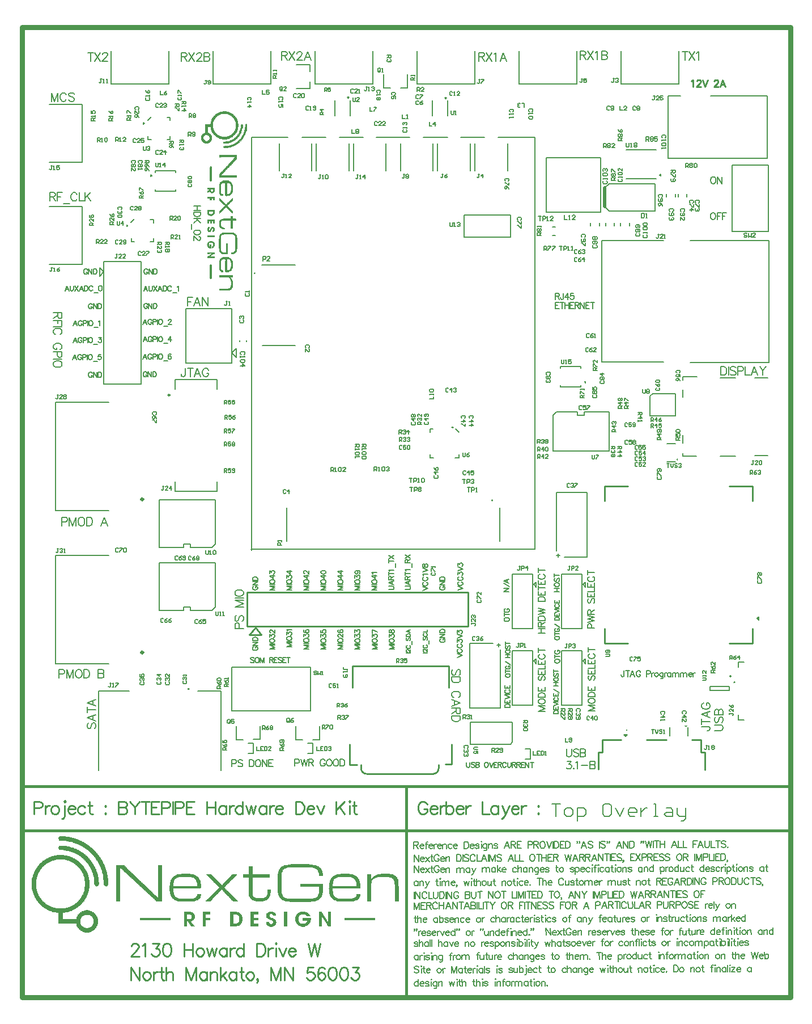
<source format=gto>
G04*
G04 #@! TF.GenerationSoftware,Altium Limited,Altium Designer,21.2.2 (38)*
G04*
G04 Layer_Color=65535*
%FSLAX25Y25*%
%MOIN*%
G70*
G04*
G04 #@! TF.SameCoordinates,2E860D41-E7DC-41A5-80A1-EBEBF1B55734*
G04*
G04*
G04 #@! TF.FilePolarity,Positive*
G04*
G01*
G75*
%ADD10C,0.01000*%
%ADD11C,0.00984*%
%ADD12C,0.00787*%
%ADD13C,0.01800*%
%ADD14C,0.00271*%
%ADD15C,0.00800*%
%ADD16C,0.01200*%
%ADD17C,0.00500*%
%ADD18C,0.02000*%
%ADD19C,0.00700*%
%ADD20C,0.00492*%
%ADD21C,0.00600*%
%ADD22C,0.00542*%
%ADD23C,0.00813*%
%ADD24C,0.00339*%
%ADD25C,0.00658*%
%ADD26C,0.01500*%
%ADD27C,0.03000*%
%ADD28C,0.00900*%
G36*
X92481Y374234D02*
X93257D01*
Y374040D01*
X93451D01*
X93645Y374040D01*
X93839Y374040D01*
Y373846D01*
X94033D01*
X94226Y373846D01*
X94420Y373846D01*
Y373652D01*
X94808D01*
Y373458D01*
X95002D01*
X95196Y373458D01*
X95196Y373264D01*
X95390Y373264D01*
X95584Y373264D01*
Y373070D01*
X95778Y373070D01*
Y372876D01*
X95972Y372876D01*
X96166D01*
Y372682D01*
X96360Y372682D01*
X96360Y372488D01*
X96554Y372488D01*
Y372294D01*
X96748Y372294D01*
Y372100D01*
X96942Y372100D01*
X96942Y371906D01*
X97136Y371906D01*
Y371712D01*
X97330Y371712D01*
X97330Y371518D01*
X97524Y371518D01*
X97524Y371324D01*
X97718Y371324D01*
X97718Y371130D01*
X97912Y371130D01*
X97912Y370743D01*
X98106Y370743D01*
X98106Y370549D01*
X98300D01*
X98300Y370161D01*
X98494D01*
Y369773D01*
X98688D01*
Y369385D01*
X98882D01*
Y368803D01*
X99076D01*
X99076Y368221D01*
X99270D01*
Y367251D01*
X99464D01*
X99464Y365117D01*
X99270D01*
Y364148D01*
X99076Y364147D01*
X99076Y363566D01*
X98882D01*
Y362984D01*
X98688D01*
Y362596D01*
X98494D01*
X98494Y362208D01*
X98300Y362208D01*
X98300Y361820D01*
X98106Y361820D01*
X98106Y361626D01*
X97912Y361626D01*
X97912Y361238D01*
X97718D01*
X97718Y361044D01*
X97524Y361044D01*
Y360850D01*
X97330D01*
X97330Y360656D01*
X97136D01*
Y360462D01*
X96942D01*
X96942Y360268D01*
X96748D01*
X96748Y360074D01*
X96554D01*
X96554Y359880D01*
X96360Y359880D01*
Y359686D01*
X96166Y359686D01*
Y359492D01*
X95972Y359492D01*
X95972Y359298D01*
X95778Y359298D01*
X95584Y359298D01*
Y359104D01*
X95196D01*
Y358910D01*
X95002D01*
Y358716D01*
X94614D01*
Y358522D01*
X94420D01*
X94226Y358522D01*
X94033Y358522D01*
Y358329D01*
X93839Y358329D01*
X93645Y358329D01*
X93451D01*
Y358135D01*
X93257D01*
X93063Y358135D01*
X92869Y358135D01*
X92675D01*
X92675Y357941D01*
X91705D01*
X91511Y357941D01*
X91317Y357941D01*
X91123Y357941D01*
X90929Y357941D01*
X89959D01*
X89765Y357941D01*
Y358135D01*
X89571D01*
X89377Y358135D01*
X89183Y358135D01*
X88989D01*
X88795Y358135D01*
X88795Y358329D01*
X88601Y358329D01*
X88407Y358329D01*
X88213D01*
X88213Y358522D01*
X88020Y358522D01*
X87826Y358522D01*
X87631D01*
X87631Y358716D01*
X87438Y358716D01*
X87437Y358910D01*
X87244Y358910D01*
X87050Y358910D01*
Y359104D01*
X86662D01*
Y359298D01*
X86468D01*
Y359492D01*
X86080D01*
Y359686D01*
X85886D01*
Y359880D01*
X85692D01*
Y360074D01*
X85498D01*
Y360268D01*
X85304D01*
Y360462D01*
X85110D01*
Y360656D01*
X84916Y360656D01*
X84916Y360850D01*
X84722D01*
Y361044D01*
X84528D01*
Y361432D01*
X84334Y361432D01*
Y361626D01*
X84140D01*
Y361820D01*
X83946D01*
Y362208D01*
X83752D01*
Y362596D01*
X83558D01*
X83558Y363178D01*
X83364D01*
Y363566D01*
X83170D01*
Y364341D01*
X82976Y364342D01*
Y365311D01*
X82782Y365311D01*
X82588Y365311D01*
X82394Y365311D01*
X82200Y365311D01*
X82006D01*
X81812Y365311D01*
X81618Y365311D01*
X81424Y365311D01*
Y361820D01*
X81618Y361820D01*
X81812D01*
X82006Y361820D01*
X82006Y361626D01*
X82200Y361626D01*
X82394D01*
Y361432D01*
X82588Y361432D01*
X82588Y361238D01*
X82782D01*
X82782Y361044D01*
X82976Y361044D01*
X82976Y360850D01*
X83170Y360850D01*
X83170Y360656D01*
X83364D01*
Y360462D01*
X83558D01*
X83558Y360074D01*
X83752D01*
Y359298D01*
X83946D01*
Y358135D01*
X83752D01*
Y357553D01*
X83558D01*
Y357165D01*
X83364D01*
Y356777D01*
X83170D01*
Y356583D01*
X82976D01*
Y356389D01*
X82782Y356389D01*
Y356195D01*
X82588Y356195D01*
Y356001D01*
X82394Y356001D01*
X82200D01*
Y355807D01*
X82006Y355807D01*
X81812Y355807D01*
X81812Y355613D01*
X81037D01*
Y355419D01*
X80843Y355419D01*
X80649Y355419D01*
X80455D01*
X80261Y355419D01*
X80067D01*
X80067Y355613D01*
X79485D01*
Y355807D01*
X79291Y355807D01*
X79097Y355807D01*
Y356001D01*
X78709D01*
X78709Y356195D01*
X78515D01*
Y356389D01*
X78321D01*
Y356583D01*
X78127D01*
X78127Y356777D01*
X77933D01*
Y357165D01*
X77739D01*
Y357359D01*
X77545D01*
Y357941D01*
X77351D01*
Y359492D01*
X77545D01*
Y360074D01*
X77739D01*
Y360462D01*
X77933D01*
Y360656D01*
X78127D01*
Y361044D01*
X78321Y361044D01*
X78515D01*
X78515Y361238D01*
X78709D01*
Y361432D01*
X78903Y361432D01*
X78903Y361626D01*
X79291D01*
X79291Y361820D01*
X79485Y361820D01*
X79679D01*
X79873Y361820D01*
X79873Y366863D01*
X80067D01*
X80261Y366863D01*
X80455Y366863D01*
X80649D01*
X80843Y366863D01*
X81037Y366863D01*
X82782D01*
Y367057D01*
X82976Y367057D01*
X82976Y368027D01*
X83170Y368027D01*
X83170Y368609D01*
X83364D01*
Y369191D01*
X83558D01*
Y369773D01*
X83752D01*
Y370161D01*
X83946D01*
Y370355D01*
X84140D01*
Y370743D01*
X84334D01*
Y370936D01*
X84528Y370936D01*
X84528Y371324D01*
X84722Y371324D01*
Y371518D01*
X84916D01*
X84916Y371712D01*
X85110D01*
Y371906D01*
X85304D01*
Y372100D01*
X85498Y372100D01*
Y372294D01*
X85692D01*
X85692Y372488D01*
X85886Y372488D01*
Y372682D01*
X86274D01*
X86274Y372876D01*
X86468D01*
Y373070D01*
X86662D01*
X86856Y373070D01*
X86856Y373264D01*
X87050D01*
Y373458D01*
X87244D01*
X87437Y373458D01*
Y373652D01*
X87826D01*
X87826Y373846D01*
X88020Y373846D01*
X88213Y373846D01*
X88407Y373846D01*
X88407Y374040D01*
X88795D01*
X88989Y374040D01*
Y374234D01*
X89183Y374234D01*
X89377Y374234D01*
X89571Y374234D01*
X89765Y374234D01*
X89959Y374234D01*
X89959Y374428D01*
X91317D01*
X91511Y374428D01*
X91705Y374428D01*
X92481D01*
Y374234D01*
D02*
G37*
G36*
X103925Y366669D02*
X103731Y366669D01*
Y366475D01*
X103925Y366475D01*
Y366669D01*
X104119Y366669D01*
X104313D01*
X104507Y366669D01*
X104507Y364341D01*
X104313Y364342D01*
Y362984D01*
X104119D01*
Y362402D01*
X103925Y362402D01*
Y361820D01*
X103731Y361820D01*
X103731Y361432D01*
X103537D01*
Y361238D01*
X103343D01*
Y360462D01*
X103149D01*
Y360074D01*
X102955D01*
X102955Y359686D01*
X102761Y359686D01*
Y359492D01*
X102567D01*
X102567Y359298D01*
X102373D01*
Y358716D01*
X102179D01*
Y358910D01*
X101985D01*
Y358716D01*
X102179D01*
Y358329D01*
X101985D01*
X101985Y358135D01*
X101791D01*
Y357941D01*
X101597D01*
Y357747D01*
X101403D01*
Y357553D01*
X101209Y357553D01*
Y357359D01*
X101015D01*
Y356971D01*
X100821D01*
X100821Y356777D01*
X100628D01*
Y356583D01*
X100434D01*
Y356777D01*
X100240D01*
Y356583D01*
X100434D01*
Y356389D01*
X100240D01*
Y356195D01*
X100046D01*
X100046Y356001D01*
X99852D01*
X99852Y355807D01*
X99658Y355807D01*
X99464Y355807D01*
X99464Y355613D01*
X99270D01*
Y355419D01*
X99076D01*
X99076Y355225D01*
X98688D01*
Y355031D01*
X98494D01*
Y354837D01*
X98106D01*
Y354643D01*
X97912Y354643D01*
X97718Y354643D01*
Y354449D01*
X97330D01*
X97330Y354255D01*
X97136Y354255D01*
X96942Y354255D01*
Y354061D01*
X96748D01*
X96748Y353867D01*
X96360D01*
X96166Y353867D01*
X96166Y353673D01*
X95972D01*
X95778Y353673D01*
X95778Y353479D01*
X95584Y353479D01*
X95002D01*
Y353285D01*
X94420D01*
Y353091D01*
X93839D01*
X93645Y353091D01*
X93451Y353091D01*
X93451Y352897D01*
X93257Y352897D01*
X93063Y352897D01*
X92869Y352897D01*
X92093D01*
Y352703D01*
X91317D01*
X91123Y352703D01*
X90929Y352703D01*
Y352897D01*
X90735Y352897D01*
Y353091D01*
X90541D01*
X90541Y353673D01*
X90735Y353673D01*
Y353867D01*
X91123D01*
X91123Y354061D01*
X91317Y354061D01*
X91705D01*
Y353867D01*
X91899D01*
Y354061D01*
X93257D01*
Y354255D01*
X93451D01*
X93645Y354255D01*
X93839Y354255D01*
X94033D01*
Y354449D01*
X94808D01*
Y354643D01*
X95002D01*
X95196Y354643D01*
X95196Y354837D01*
X95972D01*
Y355031D01*
X96166D01*
X96360Y355031D01*
Y355225D01*
X96554Y355225D01*
X96748D01*
X96748Y355419D01*
X96942D01*
X97136Y355419D01*
Y355613D01*
X97330Y355613D01*
X97330Y355807D01*
X97524Y355807D01*
X97718Y355807D01*
Y356001D01*
X97912D01*
Y356195D01*
X98106D01*
X98300Y356195D01*
X98300Y356389D01*
X98494Y356389D01*
X98494Y356583D01*
X98688D01*
Y356777D01*
X98882D01*
Y356971D01*
X99270D01*
Y357165D01*
X99464Y357165D01*
Y357359D01*
X99658D01*
X99658Y357553D01*
X99852Y357553D01*
Y357747D01*
X100046D01*
Y357941D01*
X100240Y357941D01*
Y358135D01*
X100434Y358135D01*
Y358329D01*
X100628D01*
Y358522D01*
X100821D01*
X100821Y358910D01*
X101015D01*
Y359104D01*
X101209D01*
X101209Y359492D01*
X101403D01*
Y359686D01*
X101597D01*
Y360074D01*
X101791D01*
Y360462D01*
X101985D01*
X101985Y360850D01*
X102179D01*
X102179Y361238D01*
X102373D01*
X102373Y361626D01*
X102567D01*
Y362208D01*
X102761D01*
X102761Y362596D01*
X102955D01*
X102955Y363372D01*
X103149D01*
Y365311D01*
X103343D01*
Y366475D01*
X103537D01*
Y366669D01*
X103731Y366669D01*
Y366863D01*
X103925Y366863D01*
X103925Y366669D01*
D02*
G37*
G36*
X101403Y366669D02*
X101597Y366669D01*
Y366475D01*
X101791D01*
Y366281D01*
X101985D01*
Y365893D01*
X101791D01*
Y365699D01*
X101985D01*
Y365311D01*
X101791D01*
Y364148D01*
X101597D01*
Y363372D01*
X101403D01*
Y362790D01*
X101209D01*
Y362014D01*
X101015D01*
Y361626D01*
X100821D01*
X100821Y361432D01*
X100628D01*
Y361044D01*
X100434D01*
Y360656D01*
X100240D01*
X100240Y360268D01*
X100046Y360268D01*
X100046Y359880D01*
X99852Y359880D01*
X99658D01*
X99658Y359492D01*
X99464Y359492D01*
Y359298D01*
X99270Y359298D01*
Y358910D01*
X99076Y358910D01*
Y358716D01*
X98882D01*
Y358522D01*
X98688D01*
Y358329D01*
X98300D01*
X98300Y358135D01*
X98106D01*
X98106Y357941D01*
X97912Y357941D01*
Y357747D01*
X97718Y357747D01*
Y357553D01*
X97524Y357553D01*
Y357747D01*
X97330D01*
Y357553D01*
X97524D01*
Y357359D01*
X97330Y357359D01*
X97136D01*
X97136Y357165D01*
X96942Y357165D01*
Y356971D01*
X96748Y356971D01*
X96554Y356971D01*
X96554Y356777D01*
X96360Y356777D01*
X96166D01*
X96166Y356583D01*
X95972Y356583D01*
X95778D01*
Y356389D01*
X95584Y356389D01*
X95390Y356389D01*
Y356195D01*
X95196Y356195D01*
X94808D01*
Y356001D01*
X94420D01*
Y355807D01*
X94226Y355807D01*
X94033Y355807D01*
X93839D01*
X93839Y355613D01*
X93645Y355613D01*
X93451Y355613D01*
X92093D01*
Y355419D01*
X91317D01*
X91123Y355419D01*
X90929Y355419D01*
Y355613D01*
X90735D01*
X90541Y355613D01*
Y356389D01*
X90735Y356389D01*
Y356583D01*
X91317D01*
X91511Y356583D01*
X91705Y356583D01*
X91899D01*
Y356777D01*
X93063D01*
X93063Y356971D01*
X94033D01*
Y357165D01*
X94226Y357165D01*
X94420Y357165D01*
X94614D01*
Y357359D01*
X95002D01*
Y357553D01*
X95196D01*
X95390Y357553D01*
X95390Y357747D01*
X95584D01*
X95778Y357747D01*
Y357941D01*
X95972Y357941D01*
Y358135D01*
X96166Y358135D01*
X96360Y358135D01*
X96554Y358135D01*
X96554Y358329D01*
X96748Y358329D01*
Y358522D01*
X96942Y358522D01*
X96942Y358716D01*
X97136Y358716D01*
X97330Y358716D01*
X97330Y358910D01*
X97524Y358910D01*
X97524Y359104D01*
X97718D01*
Y359298D01*
X97912Y359298D01*
X97912Y359492D01*
X98106D01*
X98106Y359686D01*
X98300Y359686D01*
Y359880D01*
X98494D01*
Y359686D01*
X98688D01*
Y359880D01*
X98494D01*
Y360268D01*
X98688D01*
Y360462D01*
X98882D01*
Y360656D01*
X99270D01*
Y360850D01*
X99076D01*
Y361044D01*
X99270Y361044D01*
Y361238D01*
X99464D01*
X99464Y361432D01*
X99658Y361432D01*
X99658Y361820D01*
X99852Y361820D01*
Y362596D01*
X100046D01*
X100046Y362984D01*
X100240D01*
Y363566D01*
X100434D01*
Y364341D01*
X100628D01*
Y366087D01*
X100821D01*
X100821Y366669D01*
X101209D01*
Y366863D01*
X101403D01*
Y366669D01*
D02*
G37*
G36*
X98300Y348824D02*
X98300Y348630D01*
X98494Y348630D01*
X98494Y346302D01*
X98300D01*
X98300Y346108D01*
X98106D01*
Y345914D01*
X97912Y345914D01*
X97912Y345720D01*
X97718D01*
Y345526D01*
X97524Y345527D01*
Y345332D01*
X97330D01*
X97330Y345139D01*
X97136D01*
Y344945D01*
X96942Y344945D01*
Y344751D01*
X96748Y344751D01*
X96748Y344557D01*
X96554D01*
X96554Y344363D01*
X96360Y344363D01*
Y344169D01*
X96166Y344169D01*
X96166Y343781D01*
X95972D01*
X95972Y343587D01*
X95778Y343587D01*
Y343393D01*
X95584D01*
X95584Y343199D01*
X95390Y343199D01*
Y343005D01*
X95196Y343005D01*
Y342811D01*
X95002D01*
Y342617D01*
X94809D01*
Y342423D01*
X94614D01*
Y342229D01*
X94420D01*
Y342035D01*
X94226D01*
Y341841D01*
X94033D01*
Y341647D01*
X93839Y341647D01*
Y341453D01*
X93645Y341453D01*
Y341259D01*
X93451Y341259D01*
X93451Y341065D01*
X93257D01*
Y340871D01*
X93063D01*
X93063Y340677D01*
X92869D01*
Y340483D01*
X92675D01*
X92675Y340289D01*
X92481D01*
Y340095D01*
X92287D01*
Y339901D01*
X92093D01*
Y339707D01*
X91899D01*
Y339513D01*
X91705D01*
Y339125D01*
X91511D01*
X91511Y338931D01*
X91317Y338931D01*
X91317Y338737D01*
X91123Y338737D01*
X91123Y338544D01*
X90929D01*
X90929Y338350D01*
X90735Y338350D01*
Y338156D01*
X90541D01*
Y337962D01*
X90347D01*
Y337768D01*
X90153D01*
Y337574D01*
X89959D01*
Y337380D01*
X89765Y337380D01*
X89765Y337186D01*
X89571Y337186D01*
Y336992D01*
X89765Y336992D01*
X89959Y336992D01*
X90347D01*
X90541Y336992D01*
X90735Y336992D01*
X90929D01*
X91123Y336992D01*
X91317Y336992D01*
X91511Y336992D01*
X91705D01*
X91899Y336992D01*
X93451D01*
X93645Y336992D01*
X93839Y336992D01*
X94033Y336992D01*
X95002D01*
X95196Y336992D01*
X95390Y336992D01*
X95584Y336992D01*
X95778Y336992D01*
X95972Y336992D01*
X96166D01*
X96360Y336992D01*
X96554Y336992D01*
X96748D01*
X96942Y336992D01*
X97136Y336992D01*
X97330Y336992D01*
X97524Y336992D01*
X97718Y336992D01*
X97912Y336992D01*
X98106Y336992D01*
X98300D01*
X98494Y336992D01*
Y335634D01*
X98300Y335634D01*
X98106D01*
X97912Y335634D01*
X97718Y335634D01*
X97524Y335634D01*
X97330Y335634D01*
X97136Y335634D01*
X96942Y335634D01*
X96554D01*
X96360Y335634D01*
X96166Y335634D01*
X95972D01*
X95778Y335634D01*
X95584Y335634D01*
X95390Y335634D01*
X95196Y335634D01*
X95002Y335634D01*
X94614D01*
X94420Y335634D01*
X94226Y335634D01*
X94033D01*
X93839Y335634D01*
X93645Y335634D01*
X93451Y335634D01*
X91899D01*
X91705Y335634D01*
X91511D01*
X91317Y335634D01*
X91123Y335634D01*
X90929Y335634D01*
X90735D01*
X90541Y335634D01*
X90347Y335634D01*
X89959D01*
X89765Y335634D01*
X89571Y335634D01*
X89377Y335634D01*
X89183Y335634D01*
X88989Y335634D01*
X88795Y335634D01*
X88407D01*
X88213Y335634D01*
X88020D01*
Y337380D01*
X88213D01*
Y337574D01*
X88407Y337574D01*
X88407Y337962D01*
X88601Y337962D01*
Y338156D01*
X88795Y338156D01*
Y338350D01*
X88989Y338350D01*
X88989Y338544D01*
X89183D01*
Y338737D01*
X89377Y338738D01*
X89377Y338931D01*
X89571Y338931D01*
Y339125D01*
X89765D01*
X89765Y339319D01*
X89959Y339319D01*
X89959Y339513D01*
X90153D01*
Y339707D01*
X90347D01*
Y339901D01*
X90541D01*
Y340095D01*
X90735D01*
Y340289D01*
X90929D01*
Y340483D01*
X91123Y340483D01*
X91123Y340677D01*
X91317D01*
X91317Y341065D01*
X91511Y341065D01*
X91511Y341259D01*
X91705D01*
Y341453D01*
X91899D01*
Y341647D01*
X92093D01*
Y341841D01*
X92287D01*
Y342035D01*
X92481D01*
Y342229D01*
X92675D01*
X92675Y342423D01*
X92869D01*
Y342617D01*
X93063Y342617D01*
Y342811D01*
X93257D01*
Y343005D01*
X93451Y343005D01*
Y343393D01*
X93645D01*
Y343587D01*
X93839Y343587D01*
X93839Y343781D01*
X94033Y343781D01*
Y343975D01*
X94226Y343975D01*
Y344169D01*
X94420D01*
X94420Y344363D01*
X94614D01*
Y344557D01*
X94809D01*
Y344750D01*
X95002D01*
Y344945D01*
X95196D01*
X95196Y345139D01*
X95390Y345138D01*
Y345332D01*
X95584D01*
X95584Y345526D01*
X95778D01*
Y345720D01*
X95972D01*
X95972Y346108D01*
X96166D01*
X96166Y346302D01*
X96360Y346302D01*
Y346496D01*
X96554Y346496D01*
Y346690D01*
X96748Y346690D01*
Y346884D01*
X96942D01*
X96942Y347078D01*
X97136D01*
Y347466D01*
X96942Y347466D01*
X95972D01*
X95778Y347466D01*
X95584Y347466D01*
X95390D01*
X95196Y347466D01*
X95002Y347466D01*
X93839D01*
X93645Y347466D01*
X93451Y347466D01*
X91317D01*
X91123Y347466D01*
X90929Y347466D01*
X90735D01*
X90541Y347466D01*
X90347Y347466D01*
X89959D01*
X89765Y347466D01*
X89571Y347466D01*
X89183D01*
X88989Y347466D01*
Y347272D01*
X88795Y347272D01*
Y347466D01*
X88407D01*
Y347272D01*
X88213Y347272D01*
X88213Y347466D01*
X88020D01*
X88020Y348630D01*
X88213Y348630D01*
X88213Y348824D01*
X88407D01*
X88601Y348824D01*
X88795Y348824D01*
X95196D01*
X95390Y348824D01*
X95584Y348824D01*
X95778Y348824D01*
X95972Y348824D01*
X96166Y348824D01*
X96554D01*
X96748Y348824D01*
X96942Y348824D01*
X97912D01*
X98106Y348824D01*
X98300Y348824D01*
D02*
G37*
G36*
X93645Y333500D02*
X93839Y333500D01*
X94033D01*
X94226Y333500D01*
X94226Y333306D01*
X94614D01*
Y333112D01*
X94808D01*
Y332918D01*
X95002D01*
Y332724D01*
X95196D01*
X95196Y332530D01*
X95390D01*
Y332336D01*
X95584Y332336D01*
Y331948D01*
X95778Y331948D01*
Y331173D01*
X95972Y331173D01*
X95972Y330009D01*
X96166Y330009D01*
Y327875D01*
X95972Y327875D01*
X95972Y326905D01*
X95778D01*
X95778Y326323D01*
X95584D01*
X95584Y326129D01*
X95390D01*
X95390Y325742D01*
X95196Y325741D01*
X95196Y325548D01*
X95002Y325548D01*
Y325354D01*
X94809D01*
X94808Y325160D01*
X94420D01*
Y324966D01*
X94033D01*
Y324772D01*
X93839D01*
X93645Y324772D01*
X93451Y324772D01*
X92675D01*
X92675Y324578D01*
X92093D01*
Y324772D01*
X91705D01*
X91705Y324966D01*
X91511D01*
Y332336D01*
X91317Y332336D01*
X91123Y332336D01*
X90929Y332336D01*
X90735Y332336D01*
X90541Y332336D01*
X90347Y332336D01*
X90153D01*
Y332142D01*
X89765D01*
X89765Y331948D01*
X89571Y331948D01*
Y331754D01*
X89377Y331754D01*
X89377Y331367D01*
X89183Y331367D01*
Y330785D01*
X88989D01*
Y327099D01*
X89183Y327099D01*
Y326323D01*
X89377Y326323D01*
Y326129D01*
X89571Y326129D01*
Y325935D01*
X89765D01*
X89959Y325935D01*
X90153Y325935D01*
Y325741D01*
X90347D01*
Y324772D01*
X90153D01*
Y324578D01*
X89959Y324578D01*
Y324772D01*
X89571D01*
X89377Y324771D01*
X89183Y324772D01*
X89183Y324966D01*
X88989Y324966D01*
X88795Y324966D01*
Y325160D01*
X88601D01*
X88601Y325547D01*
X88407Y325548D01*
Y325935D01*
X88213Y325935D01*
X88213Y326517D01*
X88020D01*
Y331173D01*
X88213D01*
X88213Y331948D01*
X88407Y331948D01*
Y332336D01*
X88601Y332336D01*
Y332724D01*
X88795D01*
X88795Y332918D01*
X88989Y332918D01*
Y333112D01*
X89183Y333112D01*
X89377Y333112D01*
X89377Y333306D01*
X89571D01*
X89765Y333306D01*
Y333500D01*
X89959Y333500D01*
X90153D01*
Y333694D01*
X91317D01*
X91511Y333694D01*
X91705Y333694D01*
X93645D01*
X93645Y333500D01*
D02*
G37*
G36*
X83558Y341841D02*
X83752D01*
Y333500D01*
X83558D01*
Y333306D01*
X83364D01*
Y333112D01*
X83170D01*
X82976Y333112D01*
Y333306D01*
X82782Y333306D01*
X82782Y333500D01*
X82588Y333500D01*
Y341647D01*
X82782Y341647D01*
Y342035D01*
X83558D01*
Y341841D01*
D02*
G37*
G36*
X85304Y327099D02*
X85110Y327099D01*
Y326905D01*
X84916Y326905D01*
X84916Y326711D01*
X84722D01*
Y326517D01*
X84140D01*
Y326323D01*
X83752D01*
X83558Y326323D01*
Y326517D01*
X83170D01*
X83170Y326711D01*
X82976Y326711D01*
X82782Y326711D01*
X82782Y326905D01*
X82588Y326905D01*
X82588Y327293D01*
X82394Y327293D01*
X82200Y327293D01*
Y327099D01*
X82006Y327099D01*
X82006Y326905D01*
X81812Y326905D01*
X81618D01*
Y326711D01*
X81424Y326711D01*
X81424Y326517D01*
X81230D01*
X81230Y326323D01*
X81037D01*
X81037Y327487D01*
X81230D01*
X81230Y327681D01*
X81424D01*
X81618Y327681D01*
Y327875D01*
X81812D01*
Y328069D01*
X82006Y328069D01*
X82006Y328263D01*
X82200D01*
Y328651D01*
X81037D01*
Y329427D01*
X81230D01*
X81424Y329427D01*
X81618Y329427D01*
X82200D01*
X82394Y329427D01*
X82588D01*
X82782Y329427D01*
X82976Y329427D01*
X83170Y329427D01*
X84334D01*
X84528Y329427D01*
X84722Y329427D01*
X84916D01*
X85110Y329427D01*
X85304Y329427D01*
X85304Y327099D01*
D02*
G37*
G36*
X83170Y324190D02*
X83364D01*
X83558Y324190D01*
X83752Y324190D01*
X84722D01*
X84916Y324190D01*
X85110Y324190D01*
X85304Y324190D01*
Y322056D01*
X85110Y322056D01*
X84916Y322056D01*
X84722D01*
X84528Y322056D01*
X84334Y322056D01*
Y323220D01*
X83752D01*
Y322056D01*
X83364D01*
X83170Y322056D01*
X82976D01*
X82782Y322056D01*
X82588Y322056D01*
Y323220D01*
X82394Y323220D01*
X82200D01*
X82006Y323220D01*
X81812Y323220D01*
X81618D01*
X81424Y323220D01*
X81230D01*
X81037Y323220D01*
Y324190D01*
X81230Y324190D01*
X81424Y324190D01*
X81618Y324190D01*
X81812D01*
X82006Y324190D01*
X82200Y324190D01*
X82394Y324190D01*
X82588Y324190D01*
X82782Y324190D01*
X82976Y324190D01*
X83170Y324190D01*
D02*
G37*
G36*
X95972Y321862D02*
X95778D01*
Y321668D01*
X95584Y321668D01*
Y321474D01*
X95390D01*
Y321280D01*
X95196D01*
Y321086D01*
X95002Y321086D01*
Y320892D01*
X94809D01*
X94808Y320698D01*
X94614D01*
Y320504D01*
X94420D01*
X94420Y320310D01*
X94226Y320310D01*
X94226Y320116D01*
X94033D01*
Y319922D01*
X93839Y319922D01*
X93839Y319728D01*
X93645D01*
Y319534D01*
X93451Y319534D01*
Y319340D01*
X93257D01*
Y319146D01*
X93063D01*
Y318565D01*
X93257D01*
Y318371D01*
X93451D01*
Y318177D01*
X93645Y318177D01*
Y317983D01*
X93839Y317983D01*
Y317789D01*
X94033D01*
Y317595D01*
X94226D01*
X94226Y317401D01*
X94420Y317401D01*
Y317207D01*
X94614D01*
Y317013D01*
X94808D01*
Y316819D01*
X95002D01*
Y316625D01*
X95196D01*
X95196Y316431D01*
X95390D01*
Y316237D01*
X95584Y316237D01*
Y316043D01*
X95778Y316043D01*
Y315849D01*
X95972D01*
Y314491D01*
X95584D01*
X95584Y314685D01*
X95390D01*
Y314879D01*
X95196Y314879D01*
X95196Y315073D01*
X95002Y315073D01*
Y315267D01*
X94808D01*
Y315461D01*
X94614D01*
Y315655D01*
X94420D01*
Y315849D01*
X94226D01*
X94226Y316043D01*
X94033D01*
Y316237D01*
X93839D01*
Y316431D01*
X93645Y316431D01*
Y316625D01*
X93451Y316625D01*
Y316819D01*
X93257D01*
Y317013D01*
X93063D01*
X93063Y317207D01*
X92869D01*
Y317401D01*
X92675D01*
Y317595D01*
X92481D01*
Y317789D01*
X92287D01*
Y317983D01*
X91899D01*
Y317789D01*
X91705D01*
Y317595D01*
X91511D01*
X91511Y317401D01*
X91317Y317401D01*
X91317Y317207D01*
X91123Y317207D01*
Y317013D01*
X90929Y317013D01*
Y316819D01*
X90735D01*
Y316625D01*
X90541D01*
X90541Y316431D01*
X90347Y316431D01*
Y316237D01*
X90153D01*
Y316043D01*
X89959D01*
X89959Y315849D01*
X89765D01*
Y315655D01*
X89571Y315655D01*
Y315461D01*
X89377D01*
Y315267D01*
X89183Y315267D01*
Y315073D01*
X88989Y315073D01*
Y314879D01*
X88795Y314879D01*
Y314685D01*
X88601D01*
X88601Y314491D01*
X88407D01*
Y314297D01*
X88213Y314297D01*
X88020Y314297D01*
X88020Y315655D01*
X88213Y315655D01*
Y315849D01*
X88407D01*
Y316043D01*
X88601D01*
Y316237D01*
X88795Y316237D01*
X88795Y316431D01*
X88989D01*
X88989Y316625D01*
X89183D01*
X89183Y316819D01*
X89377Y316819D01*
Y317013D01*
X89571D01*
X89571Y317207D01*
X89765D01*
Y317401D01*
X89959Y317401D01*
Y317595D01*
X90153D01*
Y317789D01*
X90347D01*
Y317983D01*
X90541D01*
Y318177D01*
X90735D01*
Y318371D01*
X90929D01*
Y318565D01*
X91123Y318565D01*
X91123Y318759D01*
X91317D01*
X91317Y319146D01*
X91123Y319146D01*
Y319340D01*
X90929Y319340D01*
X90735D01*
Y319534D01*
X90541Y319534D01*
Y319728D01*
X90347D01*
Y319922D01*
X90153D01*
Y320116D01*
X89959D01*
X89959Y320310D01*
X89765Y320310D01*
Y320504D01*
X89571Y320504D01*
Y320698D01*
X89377Y320698D01*
Y320892D01*
X89183Y320892D01*
Y321086D01*
X88989Y321086D01*
Y321280D01*
X88795Y321280D01*
X88795Y321474D01*
X88601D01*
Y321668D01*
X88407D01*
Y321862D01*
X88213D01*
Y322056D01*
X88020Y322056D01*
Y323414D01*
X88407D01*
Y323220D01*
X88601Y323220D01*
Y323026D01*
X88795D01*
Y322832D01*
X88989Y322832D01*
Y322638D01*
X89183D01*
Y322444D01*
X89377Y322444D01*
Y322250D01*
X89571D01*
X89571Y322056D01*
X89765D01*
Y321862D01*
X89959D01*
X89959Y321668D01*
X90153D01*
Y321474D01*
X90347D01*
Y321280D01*
X90541Y321280D01*
Y321086D01*
X90735Y321086D01*
Y320892D01*
X90929D01*
X90929Y320698D01*
X91123Y320698D01*
Y320504D01*
X91317Y320504D01*
X91317Y320310D01*
X91511Y320310D01*
Y320116D01*
X91705D01*
X91705Y319922D01*
X91899D01*
Y319728D01*
X92287D01*
Y319922D01*
X92481D01*
Y320310D01*
X92675D01*
X92675Y320504D01*
X92869D01*
Y320698D01*
X93257D01*
Y320892D01*
X93451D01*
X93451Y321086D01*
X93645D01*
Y321280D01*
X93839Y321280D01*
X93839Y321474D01*
X94033D01*
Y321668D01*
X94226D01*
X94226Y321862D01*
X94420D01*
Y322056D01*
X94614D01*
Y322250D01*
X94808D01*
Y322444D01*
X95002Y322444D01*
Y322638D01*
X95196D01*
Y322832D01*
X95390Y322832D01*
Y323026D01*
X95584Y323026D01*
X95584Y323220D01*
X95778D01*
Y323414D01*
X95972D01*
Y321862D01*
D02*
G37*
G36*
X85304Y314103D02*
X85110D01*
Y313909D01*
X84916Y313909D01*
Y313521D01*
X84722Y313521D01*
X84528D01*
X84528Y313327D01*
X84334D01*
Y313133D01*
X83752D01*
Y312939D01*
X83170D01*
X82976Y312939D01*
X82782Y312939D01*
Y313133D01*
X82588Y313133D01*
X82394Y313133D01*
X82200D01*
X82006Y313133D01*
X82006Y313327D01*
X81812D01*
X81812Y313521D01*
X81618D01*
Y313715D01*
X81424D01*
X81424Y313909D01*
X81230Y313909D01*
X81230Y314491D01*
X81037Y314491D01*
Y316625D01*
X81230Y316625D01*
X81424Y316625D01*
X82394D01*
X82588Y316625D01*
X82782Y316625D01*
X85304D01*
X85304Y314103D01*
D02*
G37*
G36*
X95584Y312939D02*
X95778D01*
X95972Y312939D01*
X95972Y311388D01*
X96360D01*
X96554Y311388D01*
X96748Y311388D01*
X97136D01*
X97330Y311388D01*
X97524Y311388D01*
X97718Y311388D01*
X97912D01*
Y311194D01*
X98106Y311194D01*
Y310224D01*
X97912Y310224D01*
X97718Y310224D01*
X97330D01*
X97136Y310224D01*
X96942Y310224D01*
X96748Y310224D01*
X96554Y310224D01*
X95972D01*
X95972Y305375D01*
X95778Y305375D01*
X95584D01*
X95390Y305375D01*
X95196Y305375D01*
X94809D01*
Y310030D01*
X94614D01*
Y310224D01*
X93839D01*
X93645Y310224D01*
X93451Y310224D01*
X91317D01*
X91123Y310224D01*
X90929Y310224D01*
X90347D01*
Y310030D01*
X89765D01*
X89571Y310030D01*
Y309836D01*
X89377Y309836D01*
Y309448D01*
X89183Y309448D01*
X89183Y307120D01*
X89377Y307120D01*
Y306538D01*
X89571Y306538D01*
Y306344D01*
X89959D01*
Y306150D01*
X90153Y306150D01*
X90347D01*
X90541Y306150D01*
X90735Y306150D01*
X90929Y306151D01*
X90929Y305957D01*
X91317D01*
X91511Y305957D01*
Y305181D01*
X91317D01*
X91123Y305181D01*
X90929Y305181D01*
X89959D01*
X89765Y305181D01*
Y305375D01*
X89571Y305375D01*
X89377Y305375D01*
X89183Y305375D01*
Y305569D01*
X88989D01*
Y305763D01*
X88795Y305763D01*
Y305957D01*
X88601Y305957D01*
Y306151D01*
X88407Y306150D01*
Y306538D01*
X88213Y306538D01*
X88213Y307314D01*
X88020D01*
Y309254D01*
X88213Y309254D01*
Y310030D01*
X88407Y310030D01*
Y310418D01*
X88601Y310418D01*
Y310612D01*
X88795Y310612D01*
Y310806D01*
X88989Y310806D01*
Y311000D01*
X89183Y311000D01*
X89377Y311000D01*
Y311194D01*
X89571Y311194D01*
X89765Y311194D01*
X89959Y311194D01*
X90347D01*
Y311388D01*
X90735D01*
X90929Y311388D01*
X91123Y311388D01*
X91317D01*
X91511Y311388D01*
X91705Y311388D01*
X93451D01*
X93645Y311388D01*
X93839Y311388D01*
X94033D01*
X94226Y311388D01*
X94420Y311388D01*
X94809D01*
X94808Y312939D01*
X95002Y312939D01*
X95196Y312939D01*
X95390Y312940D01*
X95584Y312939D01*
D02*
G37*
G36*
X85304Y310806D02*
X85304Y308478D01*
X84334D01*
Y309836D01*
X83752D01*
Y308478D01*
X82782D01*
Y309836D01*
X82588Y309836D01*
X82394Y309836D01*
X82006D01*
Y308478D01*
X81812Y308478D01*
X81424D01*
X81230Y308478D01*
X81037Y308478D01*
X81037Y310806D01*
X81230D01*
X81424Y310806D01*
X82394D01*
X82588Y310806D01*
X82782Y310806D01*
X82976Y310806D01*
X83170Y310806D01*
X84916D01*
X85110Y310806D01*
X85304Y310806D01*
D02*
G37*
G36*
X82394Y306344D02*
X82588D01*
Y305569D01*
X82394D01*
X82394Y305375D01*
X82200D01*
X82006Y305375D01*
Y304599D01*
X82200D01*
Y304405D01*
X82394D01*
Y304599D01*
X82588D01*
Y304793D01*
X82782Y304793D01*
X82782Y305375D01*
X82976Y305375D01*
Y305763D01*
X83170Y305763D01*
Y305957D01*
X83364D01*
Y306150D01*
X83558D01*
X83558Y306344D01*
X84722D01*
Y306150D01*
X84916D01*
X85110Y306151D01*
Y305763D01*
X85304Y305763D01*
X85304Y305375D01*
X85498D01*
Y304599D01*
X85304D01*
X85304Y304211D01*
X85110D01*
X85110Y303823D01*
X84722D01*
Y303629D01*
X84528Y303629D01*
X84334Y303629D01*
X84140D01*
Y304599D01*
X84528D01*
X84528Y305375D01*
X83946D01*
Y305181D01*
X83752D01*
Y304793D01*
X83558D01*
X83558Y304405D01*
X83364D01*
Y304017D01*
X83170D01*
Y303823D01*
X82976D01*
X82976Y303629D01*
X82782Y303629D01*
X82588Y303629D01*
X82394Y303629D01*
X82394Y303435D01*
X82200D01*
Y303629D01*
X82006D01*
X81812Y303629D01*
X81618Y303629D01*
Y303823D01*
X81424D01*
X81424Y304017D01*
X81230Y304017D01*
X81230Y304211D01*
X81037D01*
X81037Y305763D01*
X81230D01*
Y305957D01*
X81424Y305957D01*
X81424Y306150D01*
X81618Y306150D01*
Y306344D01*
X81812D01*
X82006Y306344D01*
X82006Y306538D01*
X82200D01*
X82394Y306538D01*
Y306344D01*
D02*
G37*
G36*
X95972Y303241D02*
Y303047D01*
X96166D01*
X96360Y303047D01*
X96554Y303047D01*
X96748D01*
Y302853D01*
X96942Y302853D01*
X97136Y302853D01*
Y302659D01*
X97330Y302659D01*
X97524Y302659D01*
Y302465D01*
X97718Y302465D01*
Y302271D01*
X97912Y302271D01*
Y301883D01*
X98106D01*
X98106Y301689D01*
X98300D01*
X98300Y301107D01*
X98494Y301107D01*
Y300137D01*
X98688D01*
Y293542D01*
X98494D01*
Y292379D01*
X98300D01*
Y291991D01*
X98106D01*
Y291603D01*
X97912Y291603D01*
Y291409D01*
X97718D01*
X97718Y291215D01*
X97524D01*
Y291021D01*
X97330Y291021D01*
X97330Y290827D01*
X97136Y290827D01*
X96942Y290827D01*
Y290633D01*
X96554D01*
Y290439D01*
X96360Y290439D01*
X96166Y290439D01*
X95972D01*
X95778Y290439D01*
X95584D01*
X95390Y290439D01*
X95196Y290439D01*
X95196Y291603D01*
X95390Y291603D01*
X95584Y291603D01*
X95778Y291603D01*
X95972Y291603D01*
X96166D01*
X96360Y291603D01*
X96360Y291797D01*
X96748D01*
Y291991D01*
X96942D01*
X96942Y292185D01*
X97136Y292185D01*
X97136Y292379D01*
X97330D01*
X97330Y292961D01*
X97524Y292960D01*
Y300719D01*
X97330Y300719D01*
X97330Y301107D01*
X97136D01*
X97136Y301495D01*
X96942Y301495D01*
Y301689D01*
X96554D01*
Y301883D01*
X95972D01*
X95972Y302077D01*
X95778Y302077D01*
X95584Y302077D01*
X93839D01*
X93645Y302077D01*
X93451Y302077D01*
X91317D01*
X91123Y302077D01*
X90929Y302077D01*
X90735D01*
Y301883D01*
X89959D01*
Y301689D01*
X89765D01*
X89571Y301689D01*
Y301495D01*
X89377Y301495D01*
X89377Y301107D01*
X89183Y301107D01*
Y300331D01*
X88989D01*
Y293348D01*
X89183D01*
X89183Y292572D01*
X89377Y292573D01*
Y292184D01*
X89571Y292185D01*
Y291991D01*
X89765D01*
X89765Y291797D01*
X89959Y291797D01*
X90153D01*
Y291603D01*
X90347D01*
X90541Y291603D01*
X90735Y291603D01*
X90929Y291603D01*
X91123Y291603D01*
X91317Y291603D01*
X91511Y291603D01*
X91705Y291603D01*
X92093D01*
Y296646D01*
X92287D01*
Y296840D01*
X93257D01*
Y290439D01*
X93063Y290439D01*
X92869Y290439D01*
X91705D01*
X91511Y290439D01*
X91317Y290439D01*
X91123D01*
X90929Y290439D01*
X90735Y290439D01*
X90153D01*
Y290633D01*
X89571D01*
Y290827D01*
X89377Y290827D01*
X89183Y290827D01*
X89183Y291021D01*
X88989Y291021D01*
Y291215D01*
X88795Y291215D01*
X88795Y291409D01*
X88601D01*
X88601Y291603D01*
X88407Y291603D01*
Y291991D01*
X88213Y291991D01*
X88213Y292572D01*
X88020Y292573D01*
Y293930D01*
X87826D01*
X87826Y299555D01*
X88020D01*
X88020Y300913D01*
X88213D01*
Y301495D01*
X88407Y301495D01*
X88407Y301883D01*
X88601D01*
Y302271D01*
X88795Y302271D01*
Y302465D01*
X88989Y302465D01*
X89183D01*
X89183Y302659D01*
X89377Y302659D01*
X89377Y302853D01*
X89571Y302853D01*
X89765D01*
X89765Y303047D01*
X89959Y303047D01*
X90347D01*
X90541Y303047D01*
Y303241D01*
X90735D01*
X90929Y303241D01*
X91123Y303241D01*
X91317D01*
X91511Y303241D01*
X91705Y303241D01*
X93451D01*
X93645Y303241D01*
X93839Y303241D01*
X94033D01*
X94226Y303241D01*
X94420Y303241D01*
X95196D01*
X95390Y303241D01*
X95584Y303241D01*
X95778D01*
X95972Y303241D01*
D02*
G37*
G36*
X85304Y300525D02*
X85110Y300525D01*
X84916Y300525D01*
X83170D01*
X82976Y300525D01*
X82782Y300525D01*
X82588Y300525D01*
X82394Y300525D01*
X82200D01*
X82006Y300525D01*
X81812Y300525D01*
X81424D01*
X81230Y300525D01*
X81037D01*
X81037Y301495D01*
X81230D01*
X81424Y301495D01*
X81618Y301495D01*
X82200D01*
X82394Y301495D01*
X82588D01*
X82782Y301495D01*
X82976Y301495D01*
X83170Y301495D01*
X84916D01*
X85110Y301495D01*
X85304Y301495D01*
Y300525D01*
D02*
G37*
G36*
X84140Y298004D02*
X84334D01*
X84528Y298004D01*
Y297810D01*
X84722D01*
Y297616D01*
X84916D01*
X84916Y297422D01*
X85110Y297422D01*
Y297034D01*
X85304D01*
X85304Y296452D01*
X85498D01*
Y295676D01*
X85304D01*
Y295094D01*
X85110Y295094D01*
Y294706D01*
X84916Y294706D01*
X84916Y294512D01*
X84722D01*
Y294318D01*
X84528Y294318D01*
Y294124D01*
X84140D01*
Y293930D01*
X83946D01*
Y295094D01*
X84140D01*
Y295288D01*
X84334D01*
Y295676D01*
X84528D01*
Y296452D01*
X84334D01*
Y296840D01*
X84140D01*
Y297034D01*
X83752D01*
Y297228D01*
X83170D01*
X82976Y297228D01*
X82782Y297228D01*
X82588Y297228D01*
Y297034D01*
X82200D01*
Y296646D01*
X82006Y296646D01*
Y295288D01*
X82200D01*
Y295094D01*
X82394D01*
X82588Y295094D01*
Y296258D01*
X82782Y296258D01*
X82976Y296258D01*
X83170Y296258D01*
X83558D01*
Y293736D01*
X83170D01*
X82976Y293736D01*
X82782Y293736D01*
Y293930D01*
X82588D01*
X82394Y293930D01*
X82200Y293930D01*
Y294124D01*
X81812D01*
Y294318D01*
X81618D01*
Y294512D01*
X81424Y294512D01*
Y294706D01*
X81230Y294706D01*
X81230Y295094D01*
X81037D01*
X81037Y295870D01*
X80843Y295870D01*
Y296258D01*
X81037Y296258D01*
X81037Y296840D01*
X81230D01*
X81230Y297228D01*
X81424Y297228D01*
X81424Y297422D01*
X81618D01*
Y297616D01*
X81812D01*
X81812Y297810D01*
X82006D01*
Y298004D01*
X82200Y298004D01*
X82394Y298004D01*
Y298198D01*
X82588Y298198D01*
X82782Y298198D01*
X84140D01*
Y298004D01*
D02*
G37*
G36*
X83170Y291603D02*
X83364D01*
X83558Y291603D01*
X83752Y291603D01*
X84722D01*
X84916Y291603D01*
X85110Y291603D01*
X85304Y291603D01*
X85304Y290633D01*
X84916D01*
X84916Y290439D01*
X84722Y290439D01*
X84528D01*
X84528Y290245D01*
X84334D01*
Y290051D01*
X83946D01*
Y289857D01*
X83558D01*
X83558Y289663D01*
X83364D01*
Y289469D01*
X83170Y289469D01*
X82976D01*
Y289081D01*
X83170Y289081D01*
X84722D01*
X84916Y289081D01*
X85110Y289081D01*
X85304Y289081D01*
X85304Y288111D01*
X85110Y288111D01*
X84916Y288111D01*
X83170D01*
X82976Y288111D01*
X82782Y288111D01*
X82588Y288111D01*
X82394Y288111D01*
X82200Y288111D01*
X82006Y288111D01*
X81812Y288111D01*
X81424D01*
X81230Y288111D01*
X81037D01*
X81037Y289081D01*
X81230Y289081D01*
X81424Y289081D01*
Y289275D01*
X81618D01*
Y289469D01*
X81812D01*
X82006Y289469D01*
Y289663D01*
X82394D01*
Y289857D01*
X82588Y289857D01*
X82588Y290051D01*
X82782Y290051D01*
X82976D01*
X82976Y290245D01*
X83170Y290245D01*
X83170Y290439D01*
X83364D01*
Y290827D01*
X83170Y290827D01*
X82976Y290827D01*
X82782Y290827D01*
X82588Y290827D01*
X82394Y290827D01*
X82394Y290633D01*
X82200D01*
Y290827D01*
X82006D01*
Y290633D01*
X81424D01*
X81230Y290633D01*
X81037Y290633D01*
Y291603D01*
X81230Y291603D01*
X81424Y291603D01*
X81618Y291603D01*
X81812D01*
X82006Y291603D01*
X82200Y291603D01*
X82394Y291603D01*
X82588Y291603D01*
X82782Y291603D01*
X82976Y291603D01*
X83170Y291603D01*
D02*
G37*
G36*
X92093Y288693D02*
X93451D01*
X93645Y288693D01*
Y288499D01*
X93839Y288499D01*
X94033D01*
X94226Y288499D01*
X94226Y288305D01*
X94614D01*
Y288111D01*
X94808D01*
Y287917D01*
X95196D01*
Y287529D01*
X95390D01*
Y287335D01*
X95584D01*
X95584Y286947D01*
X95778Y286947D01*
Y286559D01*
X95972Y286560D01*
Y285396D01*
X96166Y285396D01*
X96166Y283068D01*
X95972D01*
Y282098D01*
X95778Y282098D01*
Y281710D01*
X95584D01*
X95584Y281322D01*
X95390Y281322D01*
Y280934D01*
X95196Y280934D01*
Y280740D01*
X95002D01*
Y280546D01*
X94614D01*
Y280352D01*
X94226D01*
Y280158D01*
X93839D01*
X93839Y279964D01*
X93645Y279964D01*
X93451Y279964D01*
X91899D01*
X91705Y279964D01*
X91705Y280158D01*
X91511Y280158D01*
X91511Y286560D01*
X91705D01*
Y287141D01*
X91511D01*
X91511Y287529D01*
X91317D01*
X91123Y287529D01*
X90929Y287529D01*
X90153D01*
Y287335D01*
X89959D01*
X89765Y287335D01*
X89765Y287141D01*
X89571D01*
X89571Y286947D01*
X89377Y286947D01*
X89377Y286560D01*
X89183D01*
X89183Y285978D01*
X88989Y285978D01*
Y282292D01*
X89183Y282292D01*
Y281516D01*
X89377D01*
Y281322D01*
X89571Y281322D01*
X89571Y281128D01*
X90153D01*
Y280934D01*
X90347D01*
Y279964D01*
X89959D01*
X89765Y279964D01*
X89571Y279964D01*
X89377Y279964D01*
X89183Y279964D01*
Y280158D01*
X88989D01*
X88989Y280352D01*
X88795D01*
Y280546D01*
X88601Y280546D01*
X88601Y280740D01*
X88407D01*
Y281128D01*
X88213D01*
Y281710D01*
X88020Y281710D01*
X88020Y286366D01*
X88213D01*
X88213Y286947D01*
X88407Y286947D01*
Y287335D01*
X88601Y287335D01*
Y287723D01*
X88795Y287723D01*
Y287917D01*
X88989Y287917D01*
Y288111D01*
X89183Y288111D01*
Y288305D01*
X89377Y288305D01*
X89571Y288305D01*
X89571Y288499D01*
X89765D01*
X89959Y288499D01*
X90153D01*
Y288693D01*
X90347D01*
X90541Y288693D01*
X90735Y288693D01*
X90929D01*
X91123Y288693D01*
X91317Y288693D01*
X91511D01*
Y288887D01*
X92093D01*
Y288693D01*
D02*
G37*
G36*
X83558Y284232D02*
X83752D01*
Y276085D01*
X83558D01*
X83558Y275891D01*
X83364D01*
Y275697D01*
X83170D01*
X82976Y275697D01*
Y275891D01*
X82782D01*
X82782Y276085D01*
X82588Y276085D01*
Y284038D01*
X82782Y284038D01*
X82782Y284426D01*
X82976Y284426D01*
X83170Y284426D01*
X83558D01*
Y284232D01*
D02*
G37*
G36*
X95972Y276861D02*
X94808D01*
X94809Y276473D01*
X95196D01*
Y276085D01*
X95390Y276085D01*
Y275891D01*
X95584Y275891D01*
X95584Y275503D01*
X95778Y275503D01*
Y274921D01*
X95972Y274921D01*
X95972Y273951D01*
X96166D01*
X96166Y271818D01*
X95972D01*
X95972Y270848D01*
X95778Y270848D01*
Y270460D01*
X95584D01*
X95584Y270072D01*
X95390Y270072D01*
Y269878D01*
X95196Y269878D01*
X95196Y269684D01*
X95002D01*
Y269490D01*
X94614D01*
Y269296D01*
X94420Y269296D01*
X94226Y269296D01*
X94033D01*
X93839Y269296D01*
X93839Y269102D01*
X93645Y269102D01*
X93451Y269102D01*
X89765D01*
X89571Y269102D01*
X89377Y269102D01*
X89183Y269102D01*
X88989Y269102D01*
X88795Y269102D01*
X88407D01*
X88213Y269102D01*
X88020Y269102D01*
X88020Y270266D01*
X88213Y270266D01*
X88407Y270266D01*
X88601Y270266D01*
X88795D01*
X88989Y270266D01*
X89183Y270266D01*
X89377Y270266D01*
X89571Y270266D01*
X89765D01*
X89959Y270266D01*
X90347D01*
X90541Y270266D01*
X90735Y270266D01*
X90929Y270266D01*
X91123Y270266D01*
X91317Y270266D01*
X91511Y270266D01*
X91705Y270266D01*
X93451D01*
X93451Y270460D01*
X93645Y270460D01*
X93839Y270460D01*
X94033D01*
Y270654D01*
X94226Y270654D01*
X94420Y270654D01*
X94420Y270848D01*
X94614D01*
Y271236D01*
X94809D01*
X94808Y272206D01*
X95002D01*
Y274533D01*
X94808D01*
Y275503D01*
X94614D01*
Y276085D01*
X94420D01*
X94420Y276279D01*
X94226D01*
X94226Y276473D01*
X94033Y276473D01*
Y276667D01*
X93839D01*
X93645Y276667D01*
X93645Y276861D01*
X91317D01*
X91123Y276861D01*
X90929Y276861D01*
X89959D01*
X89765Y276861D01*
X89571Y276861D01*
X88020D01*
X88020Y278025D01*
X88407D01*
X88601Y278025D01*
X88795Y278025D01*
X89183D01*
X89377Y278025D01*
X89571Y278025D01*
X91317D01*
X91511Y278025D01*
X91705Y278025D01*
X95196D01*
X95390Y278025D01*
X95584Y278025D01*
X95972D01*
X95972Y276861D01*
D02*
G37*
G36*
X141142Y-68064D02*
X141280D01*
Y-68202D01*
X143070D01*
Y-68340D01*
X144035D01*
Y-68477D01*
X144723D01*
Y-68615D01*
X145274D01*
Y-68753D01*
Y-68890D01*
X145825D01*
Y-69028D01*
X146101D01*
Y-69166D01*
X146514D01*
Y-69304D01*
X146789D01*
Y-69441D01*
Y-69579D01*
X146927D01*
Y-69717D01*
X147202D01*
Y-69854D01*
X147340D01*
Y-69992D01*
X147478D01*
Y-70130D01*
X147616D01*
Y-70268D01*
X147753D01*
Y-70406D01*
X147891D01*
Y-70543D01*
X148029D01*
Y-70681D01*
X148167D01*
Y-70819D01*
Y-70956D01*
Y-71094D01*
X148304D01*
Y-71232D01*
Y-71370D01*
X148580D01*
Y-71507D01*
Y-71645D01*
Y-71783D01*
X148717D01*
Y-71921D01*
Y-72058D01*
Y-72196D01*
Y-72334D01*
X148855D01*
Y-72471D01*
Y-72609D01*
Y-72747D01*
Y-72885D01*
Y-73022D01*
Y-73160D01*
Y-73298D01*
X148993D01*
Y-73435D01*
Y-73573D01*
Y-73711D01*
Y-73849D01*
Y-73986D01*
Y-74124D01*
Y-74262D01*
Y-74400D01*
Y-74537D01*
Y-74675D01*
Y-74813D01*
X146651D01*
Y-74675D01*
Y-74537D01*
Y-74400D01*
Y-74262D01*
Y-74124D01*
Y-73986D01*
Y-73849D01*
Y-73711D01*
Y-73573D01*
Y-73435D01*
Y-73298D01*
Y-73160D01*
Y-73022D01*
X146514D01*
Y-72885D01*
Y-72747D01*
Y-72609D01*
Y-72471D01*
Y-72334D01*
X146238D01*
Y-72196D01*
Y-72058D01*
Y-71921D01*
X146101D01*
Y-71783D01*
Y-71645D01*
X145963D01*
Y-71507D01*
Y-71370D01*
X145825D01*
Y-71232D01*
X145550D01*
Y-71094D01*
X145412D01*
Y-70956D01*
X145274D01*
Y-70819D01*
Y-70681D01*
X144861D01*
Y-70543D01*
X144586D01*
Y-70406D01*
X144172D01*
Y-70268D01*
X143346D01*
Y-70130D01*
X143208D01*
Y-69992D01*
X141142D01*
Y-69854D01*
X130262D01*
Y-69992D01*
X128196D01*
Y-70130D01*
Y-70268D01*
X127369D01*
Y-70406D01*
X126818D01*
Y-70543D01*
X126543D01*
Y-70681D01*
X126267D01*
Y-70819D01*
X126130D01*
Y-70956D01*
X125992D01*
Y-71094D01*
X125854D01*
Y-71232D01*
X125579D01*
Y-71370D01*
Y-71507D01*
Y-71645D01*
X125441D01*
Y-71783D01*
X125303D01*
Y-71921D01*
Y-72058D01*
Y-72196D01*
Y-72334D01*
X125166D01*
Y-72471D01*
Y-72609D01*
Y-72747D01*
X125028D01*
Y-72885D01*
X124890D01*
Y-73022D01*
Y-73160D01*
Y-73298D01*
Y-73435D01*
Y-73573D01*
Y-73711D01*
Y-73849D01*
X124752D01*
Y-73986D01*
Y-74124D01*
Y-74262D01*
Y-74400D01*
Y-74537D01*
Y-74675D01*
Y-74813D01*
Y-74950D01*
Y-75088D01*
Y-75226D01*
Y-75364D01*
Y-75502D01*
Y-75639D01*
Y-75777D01*
Y-75915D01*
Y-76052D01*
Y-76190D01*
Y-76328D01*
Y-76466D01*
Y-76603D01*
Y-76741D01*
Y-76879D01*
Y-77017D01*
Y-77154D01*
Y-77292D01*
Y-77430D01*
Y-77567D01*
Y-77705D01*
Y-77843D01*
Y-77981D01*
Y-78118D01*
Y-78256D01*
Y-78394D01*
Y-78531D01*
Y-78669D01*
Y-78807D01*
Y-78945D01*
Y-79083D01*
Y-79220D01*
Y-79358D01*
Y-79496D01*
Y-79633D01*
Y-79771D01*
Y-79909D01*
Y-80047D01*
Y-80184D01*
Y-80322D01*
Y-80460D01*
Y-80598D01*
Y-80735D01*
Y-80873D01*
Y-81011D01*
Y-81148D01*
Y-81286D01*
Y-81424D01*
Y-81562D01*
Y-81699D01*
Y-81837D01*
Y-81975D01*
Y-82112D01*
Y-82250D01*
Y-82388D01*
Y-82526D01*
Y-82664D01*
Y-82801D01*
Y-82939D01*
Y-83077D01*
Y-83214D01*
Y-83352D01*
Y-83490D01*
Y-83628D01*
Y-83765D01*
Y-83903D01*
Y-84041D01*
Y-84179D01*
X124890D01*
Y-84316D01*
Y-84454D01*
Y-84592D01*
Y-84729D01*
Y-84867D01*
Y-85005D01*
Y-85143D01*
Y-85280D01*
X125028D01*
Y-85418D01*
X125166D01*
Y-85556D01*
Y-85694D01*
Y-85831D01*
Y-85969D01*
X125303D01*
Y-86107D01*
Y-86244D01*
Y-86382D01*
X125441D01*
Y-86520D01*
Y-86658D01*
X125579D01*
Y-86795D01*
Y-86933D01*
X125854D01*
Y-87071D01*
X125992D01*
Y-87209D01*
X126130D01*
Y-87346D01*
Y-87484D01*
X126405D01*
Y-87622D01*
X126681D01*
Y-87760D01*
X127232D01*
Y-87897D01*
X127920D01*
Y-88035D01*
Y-88173D01*
X129160D01*
Y-88310D01*
X142244D01*
Y-88173D01*
X143484D01*
Y-88035D01*
Y-87897D01*
X144172D01*
Y-87760D01*
X144723D01*
Y-87622D01*
X145136D01*
Y-87484D01*
X145274D01*
Y-87346D01*
X145412D01*
Y-87209D01*
X145550D01*
Y-87071D01*
X145825D01*
Y-86933D01*
X145963D01*
Y-86795D01*
Y-86658D01*
Y-86520D01*
X146101D01*
Y-86382D01*
X146238D01*
Y-86244D01*
Y-86107D01*
Y-85969D01*
Y-85831D01*
X146514D01*
Y-85694D01*
Y-85556D01*
Y-85418D01*
Y-85280D01*
X146651D01*
Y-85143D01*
Y-85005D01*
Y-84867D01*
Y-84729D01*
Y-84592D01*
Y-84454D01*
Y-84316D01*
Y-84179D01*
Y-84041D01*
Y-83903D01*
Y-83765D01*
Y-83628D01*
Y-83490D01*
Y-83352D01*
Y-83214D01*
Y-83077D01*
Y-82939D01*
X146789D01*
Y-82801D01*
Y-82664D01*
Y-82526D01*
Y-82388D01*
Y-82250D01*
Y-82112D01*
Y-81975D01*
Y-81837D01*
Y-81699D01*
Y-81562D01*
Y-81424D01*
Y-81286D01*
X135908D01*
Y-81148D01*
Y-81011D01*
Y-80873D01*
Y-80735D01*
Y-80598D01*
Y-80460D01*
Y-80322D01*
Y-80184D01*
Y-80047D01*
Y-79909D01*
Y-79771D01*
Y-79633D01*
Y-79496D01*
Y-79358D01*
X148993D01*
Y-79496D01*
Y-79633D01*
Y-79771D01*
Y-79909D01*
Y-80047D01*
Y-80184D01*
Y-80322D01*
Y-80460D01*
Y-80598D01*
Y-80735D01*
Y-80873D01*
Y-81011D01*
Y-81148D01*
Y-81286D01*
Y-81424D01*
Y-81562D01*
Y-81699D01*
Y-81837D01*
Y-81975D01*
Y-82112D01*
Y-82250D01*
Y-82388D01*
Y-82526D01*
Y-82664D01*
Y-82801D01*
Y-82939D01*
Y-83077D01*
Y-83214D01*
Y-83352D01*
Y-83490D01*
Y-83628D01*
Y-83765D01*
Y-83903D01*
Y-84041D01*
Y-84179D01*
Y-84316D01*
Y-84454D01*
Y-84592D01*
Y-84729D01*
X148855D01*
Y-84867D01*
Y-85005D01*
Y-85143D01*
Y-85280D01*
Y-85418D01*
Y-85556D01*
Y-85694D01*
X148717D01*
Y-85831D01*
Y-85969D01*
Y-86107D01*
Y-86244D01*
X148580D01*
Y-86382D01*
Y-86520D01*
Y-86658D01*
Y-86795D01*
X148304D01*
Y-86933D01*
Y-87071D01*
X148167D01*
Y-87209D01*
Y-87346D01*
X148029D01*
Y-87484D01*
Y-87622D01*
X147891D01*
Y-87760D01*
X147753D01*
Y-87897D01*
X147616D01*
Y-88035D01*
X147478D01*
Y-88173D01*
X147340D01*
Y-88310D01*
X147202D01*
Y-88448D01*
X146927D01*
Y-88586D01*
X146789D01*
Y-88724D01*
Y-88861D01*
X146514D01*
Y-88999D01*
X146238D01*
Y-89137D01*
X145963D01*
Y-89275D01*
X145412D01*
Y-89412D01*
Y-89550D01*
X144861D01*
Y-89688D01*
X144310D01*
Y-89825D01*
X143346D01*
Y-89963D01*
X142106D01*
Y-90101D01*
X141969D01*
Y-90239D01*
X129573D01*
Y-90101D01*
X129435D01*
Y-89963D01*
X128196D01*
Y-89825D01*
X127369D01*
Y-89688D01*
X126681D01*
Y-89550D01*
X126130D01*
Y-89412D01*
Y-89275D01*
X125716D01*
Y-89137D01*
X125441D01*
Y-88999D01*
X125166D01*
Y-88861D01*
X124752D01*
Y-88724D01*
Y-88586D01*
X124615D01*
Y-88448D01*
X124477D01*
Y-88310D01*
X124202D01*
Y-88173D01*
X124064D01*
Y-88035D01*
Y-87897D01*
X123926D01*
Y-87760D01*
X123788D01*
Y-87622D01*
X123513D01*
Y-87484D01*
Y-87346D01*
Y-87209D01*
X123375D01*
Y-87071D01*
Y-86933D01*
X123237D01*
Y-86795D01*
Y-86658D01*
X123100D01*
Y-86520D01*
Y-86382D01*
Y-86244D01*
X122962D01*
Y-86107D01*
X122824D01*
Y-85969D01*
Y-85831D01*
Y-85694D01*
Y-85556D01*
X122686D01*
Y-85418D01*
Y-85280D01*
Y-85143D01*
Y-85005D01*
Y-84867D01*
X122549D01*
Y-84729D01*
Y-84592D01*
Y-84454D01*
Y-84316D01*
Y-84179D01*
Y-84041D01*
Y-83903D01*
Y-83765D01*
Y-83628D01*
Y-83490D01*
Y-83352D01*
X122411D01*
Y-83214D01*
Y-83077D01*
Y-82939D01*
Y-82801D01*
Y-82664D01*
Y-82526D01*
Y-82388D01*
Y-82250D01*
Y-82112D01*
Y-81975D01*
Y-81837D01*
Y-81699D01*
Y-81562D01*
Y-81424D01*
Y-81286D01*
Y-81148D01*
Y-81011D01*
Y-80873D01*
Y-80735D01*
Y-80598D01*
Y-80460D01*
Y-80322D01*
Y-80184D01*
Y-80047D01*
Y-79909D01*
Y-79771D01*
Y-79633D01*
Y-79496D01*
Y-79358D01*
Y-79220D01*
Y-79083D01*
Y-78945D01*
Y-78807D01*
Y-78669D01*
Y-78531D01*
Y-78394D01*
Y-78256D01*
Y-78118D01*
Y-77981D01*
Y-77843D01*
Y-77705D01*
Y-77567D01*
Y-77430D01*
Y-77292D01*
Y-77154D01*
Y-77017D01*
Y-76879D01*
Y-76741D01*
Y-76603D01*
Y-76466D01*
Y-76328D01*
Y-76190D01*
Y-76052D01*
Y-75915D01*
Y-75777D01*
Y-75639D01*
Y-75502D01*
Y-75364D01*
Y-75226D01*
Y-75088D01*
Y-74950D01*
Y-74813D01*
X122549D01*
Y-74675D01*
Y-74537D01*
Y-74400D01*
Y-74262D01*
Y-74124D01*
Y-73986D01*
Y-73849D01*
Y-73711D01*
Y-73573D01*
Y-73435D01*
X122686D01*
Y-73298D01*
Y-73160D01*
Y-73022D01*
Y-72885D01*
Y-72747D01*
Y-72609D01*
X122824D01*
Y-72471D01*
Y-72334D01*
Y-72196D01*
Y-72058D01*
X123100D01*
Y-71921D01*
Y-71783D01*
Y-71645D01*
X123237D01*
Y-71507D01*
Y-71370D01*
Y-71232D01*
X123375D01*
Y-71094D01*
Y-70956D01*
X123513D01*
Y-70819D01*
Y-70681D01*
X123651D01*
Y-70543D01*
X123788D01*
Y-70406D01*
X123926D01*
Y-70268D01*
X124064D01*
Y-70130D01*
Y-69992D01*
X124202D01*
Y-69854D01*
X124477D01*
Y-69717D01*
X124615D01*
Y-69579D01*
X124890D01*
Y-69441D01*
Y-69304D01*
X125303D01*
Y-69166D01*
X125579D01*
Y-69028D01*
X125854D01*
Y-68890D01*
X126267D01*
Y-68753D01*
Y-68615D01*
X126818D01*
Y-68477D01*
X127645D01*
Y-68340D01*
X128609D01*
Y-68202D01*
X130262D01*
Y-68064D01*
Y-67926D01*
X141142D01*
Y-68064D01*
D02*
G37*
G36*
X188246Y-73573D02*
X188384D01*
Y-73711D01*
X189210D01*
Y-73849D01*
X189899D01*
Y-73986D01*
X190450D01*
Y-74124D01*
X190863D01*
Y-74262D01*
Y-74400D01*
X191276D01*
Y-74537D01*
X191414D01*
Y-74675D01*
X191689D01*
Y-74813D01*
X191965D01*
Y-74950D01*
Y-75088D01*
X192103D01*
Y-75226D01*
X192240D01*
Y-75364D01*
X192378D01*
Y-75502D01*
X192653D01*
Y-75639D01*
Y-75777D01*
X192791D01*
Y-75915D01*
Y-76052D01*
X192929D01*
Y-76190D01*
Y-76328D01*
Y-76466D01*
X193067D01*
Y-76603D01*
Y-76741D01*
X193204D01*
Y-76879D01*
X193342D01*
Y-77017D01*
Y-77154D01*
Y-77292D01*
Y-77430D01*
X193480D01*
Y-77567D01*
Y-77705D01*
Y-77843D01*
Y-77981D01*
Y-78118D01*
X193617D01*
Y-78256D01*
Y-78394D01*
Y-78531D01*
Y-78669D01*
Y-78807D01*
Y-78945D01*
Y-79083D01*
Y-79220D01*
Y-79358D01*
Y-79496D01*
Y-79633D01*
Y-79771D01*
Y-79909D01*
Y-80047D01*
Y-80184D01*
Y-80322D01*
Y-80460D01*
Y-80598D01*
Y-80735D01*
Y-80873D01*
X193755D01*
Y-81011D01*
Y-81148D01*
Y-81286D01*
Y-81424D01*
Y-81562D01*
Y-81699D01*
Y-81837D01*
Y-81975D01*
Y-82112D01*
Y-82250D01*
Y-82388D01*
Y-82526D01*
Y-82664D01*
Y-82801D01*
Y-82939D01*
Y-83077D01*
Y-83214D01*
Y-83352D01*
Y-83490D01*
Y-83628D01*
Y-83765D01*
Y-83903D01*
Y-84041D01*
Y-84179D01*
Y-84316D01*
Y-84454D01*
Y-84592D01*
Y-84729D01*
Y-84867D01*
Y-85005D01*
Y-85143D01*
Y-85280D01*
Y-85418D01*
Y-85556D01*
Y-85694D01*
Y-85831D01*
Y-85969D01*
Y-86107D01*
Y-86244D01*
Y-86382D01*
Y-86520D01*
Y-86658D01*
Y-86795D01*
Y-86933D01*
Y-87071D01*
Y-87209D01*
Y-87346D01*
Y-87484D01*
Y-87622D01*
Y-87760D01*
Y-87897D01*
Y-88035D01*
Y-88173D01*
Y-88310D01*
Y-88448D01*
Y-88586D01*
Y-88724D01*
Y-88861D01*
Y-88999D01*
Y-89137D01*
Y-89275D01*
Y-89412D01*
Y-89550D01*
Y-89688D01*
Y-89825D01*
X191414D01*
Y-89688D01*
Y-89550D01*
Y-89412D01*
Y-89275D01*
Y-89137D01*
Y-88999D01*
Y-88861D01*
Y-88724D01*
Y-88586D01*
Y-88448D01*
Y-88310D01*
Y-88173D01*
Y-88035D01*
Y-87897D01*
Y-87760D01*
Y-87622D01*
Y-87484D01*
Y-87346D01*
Y-87209D01*
Y-87071D01*
Y-86933D01*
Y-86795D01*
Y-86658D01*
Y-86520D01*
Y-86382D01*
Y-86244D01*
Y-86107D01*
Y-85969D01*
Y-85831D01*
Y-85694D01*
Y-85556D01*
Y-85418D01*
Y-85280D01*
Y-85143D01*
Y-85005D01*
Y-84867D01*
Y-84729D01*
Y-84592D01*
Y-84454D01*
Y-84316D01*
Y-84179D01*
Y-84041D01*
Y-83903D01*
Y-83765D01*
Y-83628D01*
Y-83490D01*
Y-83352D01*
Y-83214D01*
Y-83077D01*
Y-82939D01*
Y-82801D01*
Y-82664D01*
Y-82526D01*
Y-82388D01*
Y-82250D01*
Y-82112D01*
Y-81975D01*
Y-81837D01*
Y-81699D01*
Y-81562D01*
Y-81424D01*
Y-81286D01*
Y-81148D01*
Y-81011D01*
Y-80873D01*
Y-80735D01*
Y-80598D01*
Y-80460D01*
Y-80322D01*
Y-80184D01*
Y-80047D01*
Y-79909D01*
Y-79771D01*
X191276D01*
Y-79633D01*
Y-79496D01*
Y-79358D01*
Y-79220D01*
Y-79083D01*
Y-78945D01*
Y-78807D01*
Y-78669D01*
Y-78531D01*
Y-78394D01*
X191138D01*
Y-78256D01*
X191001D01*
Y-78118D01*
Y-77981D01*
Y-77843D01*
Y-77705D01*
X190863D01*
Y-77567D01*
Y-77430D01*
Y-77292D01*
X190725D01*
Y-77154D01*
X190587D01*
Y-77017D01*
Y-76879D01*
X190450D01*
Y-76741D01*
X190312D01*
Y-76603D01*
X190174D01*
Y-76466D01*
X190036D01*
Y-76328D01*
X189899D01*
Y-76190D01*
X189623D01*
Y-76052D01*
X189348D01*
Y-75915D01*
X188935D01*
Y-75777D01*
X188246D01*
Y-75639D01*
Y-75502D01*
X187420D01*
Y-75364D01*
X182324D01*
Y-75502D01*
X181222D01*
Y-75639D01*
Y-75777D01*
X180533D01*
Y-75915D01*
X179982D01*
Y-76052D01*
X179707D01*
Y-76190D01*
X179294D01*
Y-76328D01*
Y-76466D01*
X179018D01*
Y-76603D01*
X178880D01*
Y-76741D01*
X178605D01*
Y-76879D01*
X178467D01*
Y-77017D01*
Y-77154D01*
X178330D01*
Y-77292D01*
X178192D01*
Y-77430D01*
X177916D01*
Y-77567D01*
Y-77705D01*
Y-77843D01*
X177778D01*
Y-77981D01*
Y-78118D01*
Y-78256D01*
X177641D01*
Y-78394D01*
Y-78531D01*
Y-78669D01*
Y-78807D01*
Y-78945D01*
Y-79083D01*
X177503D01*
Y-79220D01*
Y-79358D01*
Y-79496D01*
Y-79633D01*
Y-79771D01*
Y-79909D01*
Y-80047D01*
Y-80184D01*
Y-80322D01*
Y-80460D01*
Y-80598D01*
Y-80735D01*
Y-80873D01*
Y-81011D01*
Y-81148D01*
Y-81286D01*
Y-81424D01*
Y-81562D01*
Y-81699D01*
Y-81837D01*
Y-81975D01*
Y-82112D01*
Y-82250D01*
Y-82388D01*
Y-82526D01*
Y-82664D01*
Y-82801D01*
Y-82939D01*
Y-83077D01*
Y-83214D01*
Y-83352D01*
Y-83490D01*
Y-83628D01*
Y-83765D01*
Y-83903D01*
Y-84041D01*
Y-84179D01*
Y-84316D01*
Y-84454D01*
Y-84592D01*
Y-84729D01*
Y-84867D01*
Y-85005D01*
Y-85143D01*
Y-85280D01*
Y-85418D01*
Y-85556D01*
Y-85694D01*
Y-85831D01*
Y-85969D01*
Y-86107D01*
Y-86244D01*
Y-86382D01*
Y-86520D01*
Y-86658D01*
Y-86795D01*
Y-86933D01*
Y-87071D01*
Y-87209D01*
Y-87346D01*
Y-87484D01*
Y-87622D01*
Y-87760D01*
Y-87897D01*
Y-88035D01*
Y-88173D01*
Y-88310D01*
Y-88448D01*
Y-88586D01*
Y-88724D01*
Y-88861D01*
Y-88999D01*
Y-89137D01*
Y-89275D01*
Y-89412D01*
Y-89550D01*
Y-89688D01*
Y-89825D01*
X175024D01*
Y-89688D01*
Y-89550D01*
Y-89412D01*
Y-89275D01*
Y-89137D01*
Y-88999D01*
Y-88861D01*
Y-88724D01*
Y-88586D01*
Y-88448D01*
Y-88310D01*
Y-88173D01*
Y-88035D01*
Y-87897D01*
Y-87760D01*
Y-87622D01*
Y-87484D01*
Y-87346D01*
Y-87209D01*
Y-87071D01*
Y-86933D01*
Y-86795D01*
Y-86658D01*
Y-86520D01*
Y-86382D01*
Y-86244D01*
Y-86107D01*
Y-85969D01*
Y-85831D01*
Y-85694D01*
Y-85556D01*
Y-85418D01*
Y-85280D01*
Y-85143D01*
Y-85005D01*
Y-84867D01*
Y-84729D01*
Y-84592D01*
Y-84454D01*
Y-84316D01*
Y-84179D01*
Y-84041D01*
Y-83903D01*
Y-83765D01*
Y-83628D01*
Y-83490D01*
Y-83352D01*
Y-83214D01*
Y-83077D01*
Y-82939D01*
Y-82801D01*
Y-82664D01*
Y-82526D01*
Y-82388D01*
Y-82250D01*
Y-82112D01*
Y-81975D01*
Y-81837D01*
Y-81699D01*
Y-81562D01*
Y-81424D01*
Y-81286D01*
Y-81148D01*
Y-81011D01*
Y-80873D01*
Y-80735D01*
Y-80598D01*
Y-80460D01*
Y-80322D01*
Y-80184D01*
Y-80047D01*
Y-79909D01*
Y-79771D01*
Y-79633D01*
Y-79496D01*
Y-79358D01*
Y-79220D01*
Y-79083D01*
Y-78945D01*
Y-78807D01*
Y-78669D01*
Y-78531D01*
Y-78394D01*
Y-78256D01*
Y-78118D01*
Y-77981D01*
Y-77843D01*
Y-77705D01*
Y-77567D01*
Y-77430D01*
Y-77292D01*
Y-77154D01*
Y-77017D01*
Y-76879D01*
Y-76741D01*
Y-76603D01*
Y-76466D01*
Y-76328D01*
Y-76190D01*
Y-76052D01*
Y-75915D01*
Y-75777D01*
Y-75639D01*
Y-75502D01*
Y-75364D01*
Y-75226D01*
Y-75088D01*
Y-74950D01*
Y-74813D01*
Y-74675D01*
Y-74537D01*
Y-74400D01*
Y-74262D01*
Y-74124D01*
Y-73986D01*
Y-73849D01*
X177503D01*
Y-73986D01*
Y-74124D01*
Y-74262D01*
Y-74400D01*
Y-74537D01*
Y-74675D01*
Y-74813D01*
Y-74950D01*
Y-75088D01*
Y-75226D01*
Y-75364D01*
Y-75502D01*
Y-75639D01*
Y-75777D01*
Y-75915D01*
Y-76052D01*
Y-76190D01*
Y-76328D01*
Y-76466D01*
Y-76603D01*
X177778D01*
Y-76466D01*
X177916D01*
Y-76328D01*
Y-76190D01*
Y-76052D01*
X178192D01*
Y-75915D01*
X178330D01*
Y-75777D01*
Y-75639D01*
X178467D01*
Y-75502D01*
X178605D01*
Y-75364D01*
X178743D01*
Y-75226D01*
X179018D01*
Y-75088D01*
X179156D01*
Y-74950D01*
Y-74813D01*
X179569D01*
Y-74675D01*
X179707D01*
Y-74537D01*
X179982D01*
Y-74400D01*
X180395D01*
Y-74262D01*
X180533D01*
Y-74124D01*
X181084D01*
Y-73986D01*
X181635D01*
Y-73849D01*
X182324D01*
Y-73711D01*
X183288D01*
Y-73573D01*
X183425D01*
Y-73435D01*
X188246D01*
Y-73573D01*
D02*
G37*
G36*
X98721Y-73986D02*
X98584D01*
Y-74124D01*
X98446D01*
Y-74262D01*
Y-74400D01*
X98308D01*
Y-74537D01*
X98033D01*
Y-74675D01*
X97895D01*
Y-74813D01*
X97757D01*
Y-74950D01*
Y-75088D01*
X97619D01*
Y-75226D01*
X97344D01*
Y-75364D01*
X97206D01*
Y-75502D01*
X97069D01*
Y-75639D01*
Y-75777D01*
X96931D01*
Y-75915D01*
X96655D01*
Y-76052D01*
X96518D01*
Y-76190D01*
X96380D01*
Y-76328D01*
Y-76466D01*
X96242D01*
Y-76603D01*
X95967D01*
Y-76741D01*
X95829D01*
Y-76879D01*
X95691D01*
Y-77017D01*
Y-77154D01*
X95554D01*
Y-77292D01*
X95278D01*
Y-77430D01*
X95140D01*
Y-77567D01*
X95003D01*
Y-77705D01*
Y-77843D01*
X94865D01*
Y-77981D01*
X94589D01*
Y-78118D01*
X94452D01*
Y-78256D01*
X94314D01*
Y-78394D01*
Y-78531D01*
X94176D01*
Y-78669D01*
X93901D01*
Y-78807D01*
X93763D01*
Y-78945D01*
X93625D01*
Y-79083D01*
Y-79220D01*
X93488D01*
Y-79358D01*
X93212D01*
Y-79496D01*
X93074D01*
Y-79633D01*
X92937D01*
Y-79771D01*
Y-79909D01*
X92799D01*
Y-80047D01*
X92523D01*
Y-80184D01*
X92386D01*
Y-80322D01*
X92248D01*
Y-80460D01*
Y-80598D01*
X92110D01*
Y-80735D01*
X91835D01*
Y-80873D01*
X91697D01*
Y-81011D01*
X91559D01*
Y-81148D01*
Y-81286D01*
X91422D01*
Y-81424D01*
X91146D01*
Y-81562D01*
Y-81699D01*
Y-81837D01*
Y-81975D01*
X91422D01*
Y-82112D01*
X91559D01*
Y-82250D01*
X91697D01*
Y-82388D01*
X91835D01*
Y-82526D01*
Y-82664D01*
X92110D01*
Y-82801D01*
X92248D01*
Y-82939D01*
X92386D01*
Y-83077D01*
X92523D01*
Y-83214D01*
Y-83352D01*
X92799D01*
Y-83490D01*
X92937D01*
Y-83628D01*
X93074D01*
Y-83765D01*
X93212D01*
Y-83903D01*
X93350D01*
Y-84041D01*
X93488D01*
Y-84179D01*
X93625D01*
Y-84316D01*
X93763D01*
Y-84454D01*
X93901D01*
Y-84592D01*
X94038D01*
Y-84729D01*
X94176D01*
Y-84867D01*
X94314D01*
Y-85005D01*
X94452D01*
Y-85143D01*
X94589D01*
Y-85280D01*
X94727D01*
Y-85418D01*
X94865D01*
Y-85556D01*
X95003D01*
Y-85694D01*
X95140D01*
Y-85831D01*
X95278D01*
Y-85969D01*
X95416D01*
Y-86107D01*
X95554D01*
Y-86244D01*
X95691D01*
Y-86382D01*
X95829D01*
Y-86520D01*
X95967D01*
Y-86658D01*
X96105D01*
Y-86795D01*
X96242D01*
Y-86933D01*
X96380D01*
Y-87071D01*
X96518D01*
Y-87209D01*
X96655D01*
Y-87346D01*
X96793D01*
Y-87484D01*
X96931D01*
Y-87622D01*
X97069D01*
Y-87760D01*
X97206D01*
Y-87897D01*
X97344D01*
Y-88035D01*
X97482D01*
Y-88173D01*
X97619D01*
Y-88310D01*
X97757D01*
Y-88448D01*
X97895D01*
Y-88586D01*
X98033D01*
Y-88724D01*
X98171D01*
Y-88861D01*
X98308D01*
Y-88999D01*
X98446D01*
Y-89137D01*
X98584D01*
Y-89275D01*
X98721D01*
Y-89412D01*
X98859D01*
Y-89550D01*
X98997D01*
Y-89688D01*
X99135D01*
Y-89825D01*
X96242D01*
Y-89688D01*
X95967D01*
Y-89550D01*
X95829D01*
Y-89412D01*
Y-89275D01*
X95691D01*
Y-89137D01*
X95554D01*
Y-88999D01*
X95278D01*
Y-88861D01*
X95140D01*
Y-88724D01*
Y-88586D01*
X95003D01*
Y-88448D01*
X94865D01*
Y-88310D01*
X94589D01*
Y-88173D01*
X94452D01*
Y-88035D01*
Y-87897D01*
X94314D01*
Y-87760D01*
X94176D01*
Y-87622D01*
X94038D01*
Y-87484D01*
X93901D01*
Y-87346D01*
X93763D01*
Y-87209D01*
Y-87071D01*
X93625D01*
Y-86933D01*
X93488D01*
Y-86795D01*
X93212D01*
Y-86658D01*
Y-86520D01*
X93074D01*
Y-86382D01*
X92937D01*
Y-86244D01*
X92799D01*
Y-86107D01*
X92523D01*
Y-85969D01*
Y-85831D01*
X92386D01*
Y-85694D01*
X92248D01*
Y-85556D01*
X92110D01*
Y-85418D01*
X91835D01*
Y-85280D01*
Y-85143D01*
X91697D01*
Y-85005D01*
X91559D01*
Y-84867D01*
X91422D01*
Y-84729D01*
X91146D01*
Y-84592D01*
Y-84454D01*
X91009D01*
Y-84316D01*
X90871D01*
Y-84179D01*
X90733D01*
Y-84041D01*
X90458D01*
Y-83903D01*
Y-83765D01*
X90320D01*
Y-83628D01*
Y-83490D01*
X90182D01*
Y-83352D01*
X90044D01*
Y-83214D01*
X89907D01*
Y-83077D01*
X89769D01*
Y-82939D01*
X89356D01*
Y-83077D01*
X89218D01*
Y-83214D01*
X89080D01*
Y-83352D01*
X88942D01*
Y-83490D01*
X88805D01*
Y-83628D01*
X88667D01*
Y-83765D01*
X88529D01*
Y-83903D01*
X88392D01*
Y-84041D01*
X88254D01*
Y-84179D01*
X88116D01*
Y-84316D01*
X87978D01*
Y-84454D01*
Y-84592D01*
X87841D01*
Y-84729D01*
X87565D01*
Y-84867D01*
Y-85005D01*
X87428D01*
Y-85143D01*
X87290D01*
Y-85280D01*
Y-85418D01*
X87014D01*
Y-85556D01*
X86877D01*
Y-85694D01*
X86739D01*
Y-85831D01*
X86601D01*
Y-85969D01*
Y-86107D01*
X86326D01*
Y-86244D01*
X86188D01*
Y-86382D01*
X86050D01*
Y-86520D01*
X85913D01*
Y-86658D01*
Y-86795D01*
X85637D01*
Y-86933D01*
X85499D01*
Y-87071D01*
X85361D01*
Y-87209D01*
X85224D01*
Y-87346D01*
Y-87484D01*
X84948D01*
Y-87622D01*
X84811D01*
Y-87760D01*
X84673D01*
Y-87897D01*
X84535D01*
Y-88035D01*
Y-88173D01*
X84260D01*
Y-88310D01*
X84122D01*
Y-88448D01*
X83984D01*
Y-88586D01*
Y-88724D01*
X83846D01*
Y-88861D01*
X83709D01*
Y-88999D01*
X83571D01*
Y-89137D01*
X83433D01*
Y-89275D01*
X83296D01*
Y-89412D01*
Y-89550D01*
X83158D01*
Y-89688D01*
X82882D01*
Y-89825D01*
X79990D01*
Y-89688D01*
Y-89550D01*
X80128D01*
Y-89412D01*
X80265D01*
Y-89275D01*
X80403D01*
Y-89137D01*
X80679D01*
Y-88999D01*
X80816D01*
Y-88861D01*
Y-88724D01*
X80954D01*
Y-88586D01*
X81230D01*
Y-88448D01*
X81367D01*
Y-88310D01*
X81505D01*
Y-88173D01*
Y-88035D01*
X81643D01*
Y-87897D01*
X81918D01*
Y-87760D01*
X82056D01*
Y-87622D01*
X82194D01*
Y-87484D01*
Y-87346D01*
X82332D01*
Y-87209D01*
X82607D01*
Y-87071D01*
X82745D01*
Y-86933D01*
X82882D01*
Y-86795D01*
X83020D01*
Y-86658D01*
X83158D01*
Y-86520D01*
X83296D01*
Y-86382D01*
X83433D01*
Y-86244D01*
X83571D01*
Y-86107D01*
X83709D01*
Y-85969D01*
X83846D01*
Y-85831D01*
X83984D01*
Y-85694D01*
X84122D01*
Y-85556D01*
X84260D01*
Y-85418D01*
X84397D01*
Y-85280D01*
X84535D01*
Y-85143D01*
X84673D01*
Y-85005D01*
X84811D01*
Y-84867D01*
X84948D01*
Y-84729D01*
X85086D01*
Y-84592D01*
X85224D01*
Y-84454D01*
X85361D01*
Y-84316D01*
X85499D01*
Y-84179D01*
X85637D01*
Y-84041D01*
X85775D01*
Y-83903D01*
X85913D01*
Y-83765D01*
X86050D01*
Y-83628D01*
X86188D01*
Y-83490D01*
X86326D01*
Y-83352D01*
X86463D01*
Y-83214D01*
X86601D01*
Y-83077D01*
X86739D01*
Y-82939D01*
X86877D01*
Y-82801D01*
X87014D01*
Y-82664D01*
X87152D01*
Y-82526D01*
X87290D01*
Y-82388D01*
X87428D01*
Y-82250D01*
X87565D01*
Y-82112D01*
X87703D01*
Y-81975D01*
X87841D01*
Y-81837D01*
X87978D01*
Y-81699D01*
Y-81562D01*
Y-81424D01*
X87703D01*
Y-81286D01*
X87565D01*
Y-81148D01*
Y-81011D01*
X87428D01*
Y-80873D01*
X87290D01*
Y-80735D01*
X87014D01*
Y-80598D01*
X86877D01*
Y-80460D01*
Y-80322D01*
X86739D01*
Y-80184D01*
X86601D01*
Y-80047D01*
X86326D01*
Y-79909D01*
X86188D01*
Y-79771D01*
Y-79633D01*
X86050D01*
Y-79496D01*
X85913D01*
Y-79358D01*
X85637D01*
Y-79220D01*
X85499D01*
Y-79083D01*
Y-78945D01*
X85361D01*
Y-78807D01*
X85224D01*
Y-78669D01*
X84948D01*
Y-78531D01*
X84811D01*
Y-78394D01*
Y-78256D01*
X84673D01*
Y-78118D01*
X84535D01*
Y-77981D01*
X84260D01*
Y-77843D01*
X84122D01*
Y-77705D01*
Y-77567D01*
X83984D01*
Y-77430D01*
X83846D01*
Y-77292D01*
X83571D01*
Y-77154D01*
X83433D01*
Y-77017D01*
Y-76879D01*
X83296D01*
Y-76741D01*
X83158D01*
Y-76603D01*
X82882D01*
Y-76466D01*
X82745D01*
Y-76328D01*
Y-76190D01*
X82607D01*
Y-76052D01*
X82469D01*
Y-75915D01*
X82194D01*
Y-75777D01*
X82056D01*
Y-75639D01*
Y-75502D01*
X81918D01*
Y-75364D01*
X81780D01*
Y-75226D01*
X81505D01*
Y-75088D01*
X81367D01*
Y-74950D01*
Y-74813D01*
X81230D01*
Y-74675D01*
X81092D01*
Y-74537D01*
X80816D01*
Y-74400D01*
X80679D01*
Y-74262D01*
Y-74124D01*
X80541D01*
Y-73986D01*
X80403D01*
Y-73849D01*
X83296D01*
Y-73986D01*
X83433D01*
Y-74124D01*
X83571D01*
Y-74262D01*
X83709D01*
Y-74400D01*
X83846D01*
Y-74537D01*
X83984D01*
Y-74675D01*
X84122D01*
Y-74813D01*
X84260D01*
Y-74950D01*
X84397D01*
Y-75088D01*
X84535D01*
Y-75226D01*
X84673D01*
Y-75364D01*
X84811D01*
Y-75502D01*
X84948D01*
Y-75639D01*
X85086D01*
Y-75777D01*
X85224D01*
Y-75915D01*
X85361D01*
Y-76052D01*
X85499D01*
Y-76190D01*
X85637D01*
Y-76328D01*
X85775D01*
Y-76466D01*
X85913D01*
Y-76603D01*
X86050D01*
Y-76741D01*
X86188D01*
Y-76879D01*
X86326D01*
Y-77017D01*
Y-77154D01*
X86601D01*
Y-77292D01*
X86739D01*
Y-77430D01*
X86877D01*
Y-77567D01*
X87014D01*
Y-77705D01*
Y-77843D01*
X87290D01*
Y-77981D01*
X87428D01*
Y-78118D01*
X87565D01*
Y-78256D01*
X87703D01*
Y-78394D01*
Y-78531D01*
X87978D01*
Y-78669D01*
X88116D01*
Y-78807D01*
X88254D01*
Y-78945D01*
X88392D01*
Y-79083D01*
Y-79220D01*
X88667D01*
Y-79358D01*
X88805D01*
Y-79496D01*
X88942D01*
Y-79633D01*
X89080D01*
Y-79771D01*
Y-79909D01*
X89356D01*
Y-80047D01*
X89493D01*
Y-80184D01*
X89769D01*
Y-80047D01*
X90044D01*
Y-79909D01*
Y-79771D01*
X90182D01*
Y-79633D01*
X90320D01*
Y-79496D01*
X90458D01*
Y-79358D01*
X90595D01*
Y-79220D01*
X90733D01*
Y-79083D01*
X90871D01*
Y-78945D01*
X91009D01*
Y-78807D01*
X91146D01*
Y-78669D01*
Y-78531D01*
X91422D01*
Y-78394D01*
Y-78256D01*
X91559D01*
Y-78118D01*
X91697D01*
Y-77981D01*
X91835D01*
Y-77843D01*
X92110D01*
Y-77705D01*
Y-77567D01*
X92248D01*
Y-77430D01*
X92386D01*
Y-77292D01*
X92523D01*
Y-77154D01*
X92799D01*
Y-77017D01*
Y-76879D01*
X92937D01*
Y-76741D01*
X93074D01*
Y-76603D01*
X93212D01*
Y-76466D01*
X93488D01*
Y-76328D01*
Y-76190D01*
X93625D01*
Y-76052D01*
X93763D01*
Y-75915D01*
X93901D01*
Y-75777D01*
X94038D01*
Y-75639D01*
X94176D01*
Y-75502D01*
X94314D01*
Y-75364D01*
X94452D01*
Y-75226D01*
X94589D01*
Y-75088D01*
X94727D01*
Y-74950D01*
X94865D01*
Y-74813D01*
X95003D01*
Y-74675D01*
X95140D01*
Y-74537D01*
X95278D01*
Y-74400D01*
Y-74262D01*
X95416D01*
Y-74124D01*
X95691D01*
Y-73986D01*
X95829D01*
Y-73849D01*
X98721D01*
Y-73986D01*
D02*
G37*
G36*
X-2229Y-51668D02*
Y-51806D01*
X-989D01*
Y-51944D01*
X-25D01*
Y-52082D01*
X801D01*
Y-52219D01*
X1490D01*
Y-52357D01*
X1627D01*
Y-52495D01*
X2178D01*
Y-52632D01*
X2867D01*
Y-52770D01*
X3280D01*
Y-52908D01*
X3831D01*
Y-53046D01*
X3969D01*
Y-53183D01*
X4382D01*
Y-53321D01*
X4795D01*
Y-53459D01*
X5208D01*
Y-53597D01*
X5621D01*
Y-53734D01*
X5759D01*
Y-53872D01*
X6035D01*
Y-54010D01*
X6310D01*
Y-54147D01*
X6723D01*
Y-54285D01*
X7136D01*
Y-54423D01*
X7274D01*
Y-54561D01*
X7412D01*
Y-54698D01*
X7825D01*
Y-54836D01*
X8101D01*
Y-54974D01*
X8376D01*
Y-55112D01*
X8514D01*
Y-55249D01*
X8789D01*
Y-55387D01*
X9065D01*
Y-55525D01*
X9340D01*
Y-55663D01*
X9616D01*
Y-55800D01*
Y-55938D01*
X9891D01*
Y-56076D01*
X10167D01*
Y-56213D01*
X10304D01*
Y-56351D01*
X10718D01*
Y-56489D01*
Y-56627D01*
X10855D01*
Y-56764D01*
X11131D01*
Y-56902D01*
X11406D01*
Y-57040D01*
X11544D01*
Y-57178D01*
X11682D01*
Y-57315D01*
X11819D01*
Y-57453D01*
X12095D01*
Y-57591D01*
X12233D01*
Y-57728D01*
X12370D01*
Y-57866D01*
X12508D01*
Y-58004D01*
X12784D01*
Y-58142D01*
X12921D01*
Y-58279D01*
X13059D01*
Y-58417D01*
X13197D01*
Y-58555D01*
X13334D01*
Y-58693D01*
X13472D01*
Y-58830D01*
X13610D01*
Y-58968D01*
X13748D01*
Y-59106D01*
X14023D01*
Y-59244D01*
X14161D01*
Y-59381D01*
X14299D01*
Y-59519D01*
X14436D01*
Y-59657D01*
X14574D01*
Y-59794D01*
X14849D01*
Y-59932D01*
Y-60070D01*
X14987D01*
Y-60208D01*
X15125D01*
Y-60345D01*
Y-60483D01*
X15400D01*
Y-60621D01*
X15538D01*
Y-60759D01*
Y-60896D01*
X15676D01*
Y-61034D01*
X15814D01*
Y-61172D01*
X15951D01*
Y-61309D01*
Y-61447D01*
X16227D01*
Y-61585D01*
X16364D01*
Y-61723D01*
X16502D01*
Y-61860D01*
Y-61998D01*
X16640D01*
Y-62136D01*
Y-62274D01*
X16915D01*
Y-62411D01*
X17053D01*
Y-62549D01*
Y-62687D01*
X17191D01*
Y-62824D01*
Y-62962D01*
X17329D01*
Y-63100D01*
X17604D01*
Y-63238D01*
Y-63375D01*
Y-63513D01*
X17742D01*
Y-63651D01*
X17879D01*
Y-63789D01*
X18017D01*
Y-63926D01*
Y-64064D01*
X18155D01*
Y-64202D01*
X18293D01*
Y-64340D01*
X18430D01*
Y-64477D01*
Y-64615D01*
X18568D01*
Y-64753D01*
Y-64890D01*
Y-65028D01*
X18706D01*
Y-65166D01*
X18981D01*
Y-65304D01*
Y-65441D01*
Y-65579D01*
X19119D01*
Y-65717D01*
Y-65855D01*
X19257D01*
Y-65992D01*
X19395D01*
Y-66130D01*
Y-66268D01*
Y-66405D01*
X19670D01*
Y-66543D01*
Y-66681D01*
X19808D01*
Y-66819D01*
Y-66956D01*
Y-67094D01*
X19945D01*
Y-67232D01*
Y-67370D01*
X20083D01*
Y-67507D01*
Y-67645D01*
Y-67783D01*
X20359D01*
Y-67921D01*
Y-68058D01*
Y-68196D01*
Y-68334D01*
X20496D01*
Y-68471D01*
Y-68609D01*
X20634D01*
Y-68747D01*
Y-68885D01*
Y-69022D01*
X20772D01*
Y-69160D01*
Y-69298D01*
X20910D01*
Y-69436D01*
X21047D01*
Y-69573D01*
Y-69711D01*
Y-69849D01*
Y-69986D01*
X21185D01*
Y-70124D01*
Y-70262D01*
Y-70400D01*
X21323D01*
Y-70537D01*
Y-70675D01*
Y-70813D01*
X21461D01*
Y-70951D01*
Y-71088D01*
Y-71226D01*
Y-71364D01*
X21736D01*
Y-71501D01*
Y-71639D01*
Y-71777D01*
Y-71915D01*
Y-72052D01*
X21874D01*
Y-72190D01*
Y-72328D01*
Y-72466D01*
Y-72603D01*
X22011D01*
Y-72741D01*
Y-72879D01*
Y-73017D01*
Y-73154D01*
Y-73292D01*
Y-73430D01*
X22149D01*
Y-73567D01*
Y-73705D01*
Y-73843D01*
Y-73981D01*
Y-74118D01*
X22425D01*
Y-74256D01*
Y-74394D01*
Y-74532D01*
Y-74669D01*
Y-74807D01*
Y-74945D01*
Y-75082D01*
X22562D01*
Y-75220D01*
Y-75358D01*
Y-75496D01*
Y-75633D01*
Y-75771D01*
Y-75909D01*
Y-76047D01*
Y-76184D01*
Y-76322D01*
X22700D01*
Y-76460D01*
Y-76597D01*
Y-76735D01*
Y-76873D01*
Y-77011D01*
Y-77148D01*
Y-77286D01*
Y-77424D01*
Y-77562D01*
Y-77699D01*
Y-77837D01*
Y-77975D01*
Y-78113D01*
Y-78250D01*
Y-78388D01*
X22838D01*
Y-78526D01*
Y-78663D01*
Y-78801D01*
Y-78939D01*
Y-79077D01*
Y-79214D01*
Y-79352D01*
Y-79490D01*
Y-79628D01*
Y-79765D01*
X22700D01*
Y-79903D01*
Y-80041D01*
Y-80178D01*
X22562D01*
Y-80316D01*
Y-80454D01*
X22425D01*
Y-80592D01*
Y-80729D01*
X22011D01*
Y-80867D01*
X21736D01*
Y-81005D01*
X21323D01*
Y-80867D01*
X20772D01*
Y-80729D01*
X20634D01*
Y-80592D01*
Y-80454D01*
X20496D01*
Y-80316D01*
X20359D01*
Y-80178D01*
Y-80041D01*
X20221D01*
Y-79903D01*
X20083D01*
Y-79765D01*
Y-79628D01*
Y-79490D01*
Y-79352D01*
Y-79214D01*
Y-79077D01*
Y-78939D01*
Y-78801D01*
Y-78663D01*
Y-78526D01*
Y-78388D01*
Y-78250D01*
Y-78113D01*
Y-77975D01*
Y-77837D01*
Y-77699D01*
Y-77562D01*
Y-77424D01*
Y-77286D01*
X19945D01*
Y-77148D01*
Y-77011D01*
Y-76873D01*
Y-76735D01*
Y-76597D01*
Y-76460D01*
Y-76322D01*
Y-76184D01*
Y-76047D01*
Y-75909D01*
Y-75771D01*
X19808D01*
Y-75633D01*
Y-75496D01*
Y-75358D01*
Y-75220D01*
Y-75082D01*
Y-74945D01*
Y-74807D01*
Y-74669D01*
X19670D01*
Y-74532D01*
Y-74394D01*
Y-74256D01*
Y-74118D01*
Y-73981D01*
X19532D01*
Y-73843D01*
X19395D01*
Y-73705D01*
Y-73567D01*
Y-73430D01*
Y-73292D01*
Y-73154D01*
X19257D01*
Y-73017D01*
Y-72879D01*
Y-72741D01*
Y-72603D01*
X19119D01*
Y-72466D01*
Y-72328D01*
Y-72190D01*
Y-72052D01*
Y-71915D01*
X18981D01*
Y-71777D01*
Y-71639D01*
Y-71501D01*
X18844D01*
Y-71364D01*
X18706D01*
Y-71226D01*
Y-71088D01*
Y-70951D01*
Y-70813D01*
X18568D01*
Y-70675D01*
Y-70537D01*
X18430D01*
Y-70400D01*
Y-70262D01*
Y-70124D01*
Y-69986D01*
X18293D01*
Y-69849D01*
Y-69711D01*
X18155D01*
Y-69573D01*
X18017D01*
Y-69436D01*
Y-69298D01*
Y-69160D01*
X17879D01*
Y-69022D01*
Y-68885D01*
Y-68747D01*
X17742D01*
Y-68609D01*
Y-68471D01*
X17604D01*
Y-68334D01*
Y-68196D01*
X17466D01*
Y-68058D01*
X17329D01*
Y-67921D01*
Y-67783D01*
X17191D01*
Y-67645D01*
Y-67507D01*
Y-67370D01*
X17053D01*
Y-67232D01*
Y-67094D01*
X16915D01*
Y-66956D01*
X16778D01*
Y-66819D01*
X16640D01*
Y-66681D01*
Y-66543D01*
X16502D01*
Y-66405D01*
Y-66268D01*
X16364D01*
Y-66130D01*
Y-65992D01*
X16227D01*
Y-65855D01*
Y-65717D01*
X15951D01*
Y-65579D01*
Y-65441D01*
X15814D01*
Y-65304D01*
Y-65166D01*
X15676D01*
Y-65028D01*
X15538D01*
Y-64890D01*
Y-64753D01*
X15400D01*
Y-64615D01*
X15263D01*
Y-64477D01*
X15125D01*
Y-64340D01*
Y-64202D01*
X14987D01*
Y-64064D01*
Y-63926D01*
X14849D01*
Y-63789D01*
X14574D01*
Y-63651D01*
X14436D01*
Y-63513D01*
Y-63375D01*
X14299D01*
Y-63238D01*
Y-63100D01*
X14161D01*
Y-62962D01*
X13885D01*
Y-62824D01*
X13748D01*
Y-62687D01*
Y-62549D01*
X13610D01*
Y-62411D01*
X13472D01*
Y-62274D01*
X13197D01*
Y-62136D01*
Y-61998D01*
X13059D01*
Y-61860D01*
Y-61723D01*
X12921D01*
Y-61585D01*
X12646D01*
Y-61447D01*
X12508D01*
Y-61309D01*
X12370D01*
Y-61172D01*
X12233D01*
Y-61034D01*
X12095D01*
Y-60896D01*
X11819D01*
Y-60759D01*
X11682D01*
Y-60621D01*
Y-60483D01*
X11544D01*
Y-60345D01*
X11406D01*
Y-60208D01*
X11131D01*
Y-60070D01*
X10993D01*
Y-59932D01*
X10855D01*
Y-59794D01*
X10718D01*
Y-59657D01*
X10442D01*
Y-59519D01*
X10304D01*
Y-59381D01*
X10167D01*
Y-59244D01*
X10029D01*
Y-59106D01*
X9753D01*
Y-58968D01*
X9616D01*
Y-58830D01*
X9340D01*
Y-58693D01*
X9065D01*
Y-58555D01*
Y-58417D01*
X8789D01*
Y-58279D01*
X8514D01*
Y-58142D01*
X8238D01*
Y-58004D01*
X8101D01*
Y-57866D01*
X7963D01*
Y-57728D01*
X7688D01*
Y-57591D01*
X7412D01*
Y-57453D01*
X7136D01*
Y-57315D01*
X6861D01*
Y-57178D01*
Y-57040D01*
X6586D01*
Y-56902D01*
X6172D01*
Y-56764D01*
X5897D01*
Y-56627D01*
X5484D01*
Y-56489D01*
Y-56351D01*
X5071D01*
Y-56213D01*
X4657D01*
Y-56076D01*
X4244D01*
Y-55938D01*
X3831D01*
Y-55800D01*
X3693D01*
Y-55663D01*
X3280D01*
Y-55525D01*
X2729D01*
Y-55387D01*
X2178D01*
Y-55249D01*
X1765D01*
Y-55112D01*
X1627D01*
Y-54974D01*
X1076D01*
Y-54836D01*
X388D01*
Y-54698D01*
X-576D01*
Y-54561D01*
X-1541D01*
Y-54423D01*
X-1816D01*
Y-54285D01*
X-3331D01*
Y-54147D01*
X-5672D01*
Y-54010D01*
X-6086D01*
Y-53872D01*
X-6223D01*
Y-53734D01*
Y-53597D01*
X-6361D01*
Y-53459D01*
Y-53321D01*
X-6499D01*
Y-53183D01*
Y-53046D01*
Y-52908D01*
Y-52770D01*
Y-52632D01*
Y-52495D01*
Y-52357D01*
Y-52219D01*
X-6361D01*
Y-52082D01*
X-6223D01*
Y-51944D01*
X-6086D01*
Y-51806D01*
X-5810D01*
Y-51668D01*
Y-51531D01*
X-2229D01*
Y-51668D01*
D02*
G37*
G36*
X-2642Y-57178D02*
X-2505D01*
Y-57315D01*
X-1541D01*
Y-57453D01*
X-576D01*
Y-57591D01*
X250D01*
Y-57728D01*
X801D01*
Y-57866D01*
X939D01*
Y-58004D01*
X1490D01*
Y-58142D01*
X1903D01*
Y-58279D01*
X2454D01*
Y-58417D01*
X2867D01*
Y-58555D01*
Y-58693D01*
X3280D01*
Y-58830D01*
X3693D01*
Y-58968D01*
X4106D01*
Y-59106D01*
X4520D01*
Y-59244D01*
Y-59381D01*
X4795D01*
Y-59519D01*
X5208D01*
Y-59657D01*
X5484D01*
Y-59794D01*
X5759D01*
Y-59932D01*
X5897D01*
Y-60070D01*
X6035D01*
Y-60208D01*
X6310D01*
Y-60345D01*
X6723D01*
Y-60483D01*
X6861D01*
Y-60621D01*
Y-60759D01*
X7274D01*
Y-60896D01*
X7412D01*
Y-61034D01*
X7688D01*
Y-61172D01*
X7963D01*
Y-61309D01*
Y-61447D01*
X8101D01*
Y-61585D01*
X8376D01*
Y-61723D01*
X8652D01*
Y-61860D01*
X8789D01*
Y-61998D01*
Y-62136D01*
X9065D01*
Y-62274D01*
X9340D01*
Y-62411D01*
X9478D01*
Y-62549D01*
X9616D01*
Y-62687D01*
X9753D01*
Y-62824D01*
Y-62962D01*
X10029D01*
Y-63100D01*
X10167D01*
Y-63238D01*
X10304D01*
Y-63375D01*
X10442D01*
Y-63513D01*
X10580D01*
Y-63651D01*
X10718D01*
Y-63789D01*
X10855D01*
Y-63926D01*
X10993D01*
Y-64064D01*
X11131D01*
Y-64202D01*
Y-64340D01*
X11406D01*
Y-64477D01*
X11544D01*
Y-64615D01*
X11682D01*
Y-64753D01*
Y-64890D01*
X11819D01*
Y-65028D01*
X12095D01*
Y-65166D01*
Y-65304D01*
X12233D01*
Y-65441D01*
Y-65579D01*
X12370D01*
Y-65717D01*
X12508D01*
Y-65855D01*
X12784D01*
Y-65992D01*
Y-66130D01*
X12921D01*
Y-66268D01*
Y-66405D01*
X13059D01*
Y-66543D01*
X13197D01*
Y-66681D01*
Y-66819D01*
X13334D01*
Y-66956D01*
X13472D01*
Y-67094D01*
X13610D01*
Y-67232D01*
Y-67370D01*
X13748D01*
Y-67507D01*
Y-67645D01*
X13885D01*
Y-67783D01*
Y-67921D01*
X14161D01*
Y-68058D01*
Y-68196D01*
Y-68334D01*
X14299D01*
Y-68471D01*
X14436D01*
Y-68609D01*
Y-68747D01*
X14574D01*
Y-68885D01*
Y-69022D01*
Y-69160D01*
X14849D01*
Y-69298D01*
Y-69436D01*
X14987D01*
Y-69573D01*
Y-69711D01*
Y-69849D01*
X15125D01*
Y-69986D01*
Y-70124D01*
X15263D01*
Y-70262D01*
Y-70400D01*
Y-70537D01*
X15538D01*
Y-70675D01*
Y-70813D01*
Y-70951D01*
X15676D01*
Y-71088D01*
Y-71226D01*
Y-71364D01*
X15814D01*
Y-71501D01*
Y-71639D01*
Y-71777D01*
Y-71915D01*
X15951D01*
Y-72052D01*
Y-72190D01*
X16089D01*
Y-72328D01*
X16227D01*
Y-72466D01*
Y-72603D01*
Y-72741D01*
Y-72879D01*
X16364D01*
Y-73017D01*
Y-73154D01*
Y-73292D01*
Y-73430D01*
X16502D01*
Y-73567D01*
Y-73705D01*
Y-73843D01*
Y-73981D01*
X16640D01*
Y-74118D01*
Y-74256D01*
Y-74394D01*
Y-74532D01*
Y-74669D01*
X16778D01*
Y-74807D01*
X16915D01*
Y-74945D01*
Y-75082D01*
Y-75220D01*
Y-75358D01*
Y-75496D01*
Y-75633D01*
X17053D01*
Y-75771D01*
Y-75909D01*
Y-76047D01*
Y-76184D01*
Y-76322D01*
Y-76460D01*
Y-76597D01*
Y-76735D01*
X17191D01*
Y-76873D01*
Y-77011D01*
Y-77148D01*
Y-77286D01*
Y-77424D01*
Y-77562D01*
Y-77699D01*
Y-77837D01*
Y-77975D01*
Y-78113D01*
Y-78250D01*
Y-78388D01*
X17329D01*
Y-78526D01*
Y-78663D01*
Y-78801D01*
Y-78939D01*
Y-79077D01*
Y-79214D01*
Y-79352D01*
Y-79490D01*
Y-79628D01*
Y-79765D01*
X17191D01*
Y-79903D01*
Y-80041D01*
Y-80178D01*
X17053D01*
Y-80316D01*
Y-80454D01*
X16915D01*
Y-80592D01*
Y-80729D01*
X16502D01*
Y-80867D01*
X16227D01*
Y-81005D01*
X15814D01*
Y-80867D01*
X15400D01*
Y-80729D01*
X15125D01*
Y-80592D01*
Y-80454D01*
X14987D01*
Y-80316D01*
X14849D01*
Y-80178D01*
Y-80041D01*
X14712D01*
Y-79903D01*
X14574D01*
Y-79765D01*
Y-79628D01*
Y-79490D01*
Y-79352D01*
Y-79214D01*
Y-79077D01*
Y-78939D01*
Y-78801D01*
Y-78663D01*
Y-78526D01*
Y-78388D01*
Y-78250D01*
Y-78113D01*
Y-77975D01*
Y-77837D01*
Y-77699D01*
Y-77562D01*
Y-77424D01*
X14436D01*
Y-77286D01*
Y-77148D01*
Y-77011D01*
Y-76873D01*
Y-76735D01*
Y-76597D01*
Y-76460D01*
Y-76322D01*
Y-76184D01*
X14299D01*
Y-76047D01*
Y-75909D01*
Y-75771D01*
Y-75633D01*
Y-75496D01*
Y-75358D01*
X14161D01*
Y-75220D01*
Y-75082D01*
Y-74945D01*
Y-74807D01*
Y-74669D01*
X14023D01*
Y-74532D01*
X13885D01*
Y-74394D01*
Y-74256D01*
Y-74118D01*
Y-73981D01*
X13748D01*
Y-73843D01*
Y-73705D01*
Y-73567D01*
Y-73430D01*
Y-73292D01*
X13610D01*
Y-73154D01*
Y-73017D01*
Y-72879D01*
X13472D01*
Y-72741D01*
Y-72603D01*
Y-72466D01*
X13197D01*
Y-72328D01*
Y-72190D01*
Y-72052D01*
Y-71915D01*
X13059D01*
Y-71777D01*
Y-71639D01*
Y-71501D01*
X12921D01*
Y-71364D01*
Y-71226D01*
X12784D01*
Y-71088D01*
Y-70951D01*
Y-70813D01*
X12508D01*
Y-70675D01*
Y-70537D01*
X12370D01*
Y-70400D01*
Y-70262D01*
Y-70124D01*
X12233D01*
Y-69986D01*
Y-69849D01*
X12095D01*
Y-69711D01*
Y-69573D01*
X11957D01*
Y-69436D01*
X11819D01*
Y-69298D01*
Y-69160D01*
X11682D01*
Y-69022D01*
X11544D01*
Y-68885D01*
Y-68747D01*
Y-68609D01*
X11406D01*
Y-68471D01*
X11131D01*
Y-68334D01*
Y-68196D01*
Y-68058D01*
X10993D01*
Y-67921D01*
X10855D01*
Y-67783D01*
X10718D01*
Y-67645D01*
Y-67507D01*
X10580D01*
Y-67370D01*
X10442D01*
Y-67232D01*
X10304D01*
Y-67094D01*
X10167D01*
Y-66956D01*
X10029D01*
Y-66819D01*
Y-66681D01*
X9891D01*
Y-66543D01*
X9753D01*
Y-66405D01*
X9616D01*
Y-66268D01*
X9478D01*
Y-66130D01*
Y-65992D01*
X9340D01*
Y-65855D01*
X9065D01*
Y-65717D01*
X8927D01*
Y-65579D01*
X8789D01*
Y-65441D01*
Y-65304D01*
X8652D01*
Y-65166D01*
X8376D01*
Y-65028D01*
X8238D01*
Y-64890D01*
X8101D01*
Y-64753D01*
X7963D01*
Y-64615D01*
Y-64477D01*
X7688D01*
Y-64340D01*
X7550D01*
Y-64202D01*
X7274D01*
Y-64064D01*
Y-63926D01*
X6999D01*
Y-63789D01*
X6861D01*
Y-63651D01*
X6586D01*
Y-63513D01*
X6310D01*
Y-63375D01*
Y-63238D01*
X6172D01*
Y-63100D01*
X5897D01*
Y-62962D01*
X5621D01*
Y-62824D01*
X5346D01*
Y-62687D01*
Y-62549D01*
X5071D01*
Y-62411D01*
X4795D01*
Y-62274D01*
X4520D01*
Y-62136D01*
X4106D01*
Y-61998D01*
Y-61860D01*
X3831D01*
Y-61723D01*
X3418D01*
Y-61585D01*
X3142D01*
Y-61447D01*
X2729D01*
Y-61309D01*
Y-61172D01*
X2178D01*
Y-61034D01*
X1903D01*
Y-60896D01*
X1352D01*
Y-60759D01*
X801D01*
Y-60621D01*
Y-60483D01*
X250D01*
Y-60345D01*
X-301D01*
Y-60208D01*
X-1127D01*
Y-60070D01*
X-2091D01*
Y-59932D01*
Y-59794D01*
X-3606D01*
Y-59657D01*
X-5672D01*
Y-59519D01*
X-6086D01*
Y-59381D01*
X-6223D01*
Y-59244D01*
Y-59106D01*
X-6361D01*
Y-58968D01*
Y-58830D01*
X-6499D01*
Y-58693D01*
Y-58555D01*
Y-58417D01*
Y-58279D01*
Y-58142D01*
Y-58004D01*
Y-57866D01*
Y-57728D01*
X-6361D01*
Y-57591D01*
X-6223D01*
Y-57453D01*
X-6086D01*
Y-57315D01*
X-5810D01*
Y-57178D01*
Y-57040D01*
X-2642D01*
Y-57178D01*
D02*
G37*
G36*
X54510Y-68615D02*
Y-68753D01*
Y-68890D01*
Y-69028D01*
Y-69166D01*
Y-69304D01*
Y-69441D01*
Y-69579D01*
Y-69717D01*
Y-69854D01*
Y-69992D01*
Y-70130D01*
Y-70268D01*
Y-70406D01*
Y-70543D01*
Y-70681D01*
Y-70819D01*
Y-70956D01*
Y-71094D01*
Y-71232D01*
Y-71370D01*
Y-71507D01*
Y-71645D01*
Y-71783D01*
Y-71921D01*
Y-72058D01*
Y-72196D01*
Y-72334D01*
Y-72471D01*
Y-72609D01*
Y-72747D01*
Y-72885D01*
Y-73022D01*
Y-73160D01*
Y-73298D01*
Y-73435D01*
Y-73573D01*
Y-73711D01*
Y-73849D01*
Y-73986D01*
Y-74124D01*
Y-74262D01*
Y-74400D01*
Y-74537D01*
Y-74675D01*
Y-74813D01*
Y-74950D01*
Y-75088D01*
Y-75226D01*
Y-75364D01*
Y-75502D01*
Y-75639D01*
Y-75777D01*
Y-75915D01*
Y-76052D01*
Y-76190D01*
Y-76328D01*
Y-76466D01*
Y-76603D01*
Y-76741D01*
Y-76879D01*
Y-77017D01*
Y-77154D01*
Y-77292D01*
Y-77430D01*
Y-77567D01*
Y-77705D01*
Y-77843D01*
Y-77981D01*
Y-78118D01*
Y-78256D01*
Y-78394D01*
Y-78531D01*
Y-78669D01*
Y-78807D01*
Y-78945D01*
Y-79083D01*
Y-79220D01*
Y-79358D01*
Y-79496D01*
Y-79633D01*
Y-79771D01*
Y-79909D01*
Y-80047D01*
Y-80184D01*
Y-80322D01*
Y-80460D01*
Y-80598D01*
Y-80735D01*
Y-80873D01*
Y-81011D01*
Y-81148D01*
Y-81286D01*
Y-81424D01*
Y-81562D01*
Y-81699D01*
Y-81837D01*
Y-81975D01*
Y-82112D01*
Y-82250D01*
Y-82388D01*
Y-82526D01*
Y-82664D01*
Y-82801D01*
Y-82939D01*
Y-83077D01*
Y-83214D01*
Y-83352D01*
Y-83490D01*
Y-83628D01*
Y-83765D01*
Y-83903D01*
Y-84041D01*
Y-84179D01*
Y-84316D01*
Y-84454D01*
Y-84592D01*
Y-84729D01*
Y-84867D01*
Y-85005D01*
Y-85143D01*
Y-85280D01*
Y-85418D01*
Y-85556D01*
Y-85694D01*
Y-85831D01*
Y-85969D01*
Y-86107D01*
Y-86244D01*
Y-86382D01*
Y-86520D01*
Y-86658D01*
Y-86795D01*
Y-86933D01*
Y-87071D01*
Y-87209D01*
Y-87346D01*
Y-87484D01*
Y-87622D01*
Y-87760D01*
Y-87897D01*
Y-88035D01*
Y-88173D01*
Y-88310D01*
Y-88448D01*
Y-88586D01*
Y-88724D01*
Y-88861D01*
Y-88999D01*
Y-89137D01*
Y-89275D01*
Y-89412D01*
Y-89550D01*
Y-89688D01*
Y-89825D01*
X51204D01*
Y-89688D01*
X50929D01*
Y-89550D01*
X50791D01*
Y-89412D01*
Y-89275D01*
X50516D01*
Y-89137D01*
X50378D01*
Y-88999D01*
X50240D01*
Y-88861D01*
X50103D01*
Y-88724D01*
Y-88586D01*
X49827D01*
Y-88448D01*
X49689D01*
Y-88310D01*
X49552D01*
Y-88173D01*
X49414D01*
Y-88035D01*
X49276D01*
Y-87897D01*
X49139D01*
Y-87760D01*
X49001D01*
Y-87622D01*
X48725D01*
Y-87484D01*
X48450D01*
Y-87346D01*
Y-87209D01*
X48312D01*
Y-87071D01*
X48174D01*
Y-86933D01*
X48037D01*
Y-86795D01*
X47761D01*
Y-86658D01*
Y-86520D01*
X47623D01*
Y-86382D01*
X47486D01*
Y-86244D01*
X47348D01*
Y-86107D01*
X47072D01*
Y-85969D01*
Y-85831D01*
X46935D01*
Y-85694D01*
X46797D01*
Y-85556D01*
X46522D01*
Y-85418D01*
X46246D01*
Y-85280D01*
Y-85143D01*
X46108D01*
Y-85005D01*
X45971D01*
Y-84867D01*
X45695D01*
Y-84729D01*
X45557D01*
Y-84592D01*
Y-84454D01*
X45420D01*
Y-84316D01*
X45282D01*
Y-84179D01*
X45006D01*
Y-84041D01*
X44869D01*
Y-83903D01*
Y-83765D01*
X44731D01*
Y-83628D01*
X44456D01*
Y-83490D01*
X44318D01*
Y-83352D01*
X44043D01*
Y-83214D01*
Y-83077D01*
X43905D01*
Y-82939D01*
X43629D01*
Y-82801D01*
X43492D01*
Y-82664D01*
X43354D01*
Y-82526D01*
Y-82388D01*
X43216D01*
Y-82250D01*
X42941D01*
Y-82112D01*
X42803D01*
Y-81975D01*
X42665D01*
Y-81837D01*
Y-81699D01*
X42390D01*
Y-81562D01*
X42252D01*
Y-81424D01*
X42114D01*
Y-81286D01*
X41839D01*
Y-81148D01*
Y-81011D01*
X41563D01*
Y-80873D01*
X41426D01*
Y-80735D01*
X41288D01*
Y-80598D01*
X41150D01*
Y-80460D01*
Y-80322D01*
X40875D01*
Y-80184D01*
X40737D01*
Y-80047D01*
X40599D01*
Y-79909D01*
X40462D01*
Y-79771D01*
X40324D01*
Y-79633D01*
X40186D01*
Y-79496D01*
X40048D01*
Y-79358D01*
X39773D01*
Y-79220D01*
X39497D01*
Y-79083D01*
Y-78945D01*
X39360D01*
Y-78807D01*
X39222D01*
Y-78669D01*
X39084D01*
Y-78531D01*
X38809D01*
Y-78394D01*
Y-78256D01*
X38671D01*
Y-78118D01*
X38533D01*
Y-77981D01*
X38396D01*
Y-77843D01*
X38120D01*
Y-77705D01*
Y-77567D01*
X37982D01*
Y-77430D01*
X37845D01*
Y-77292D01*
X37569D01*
Y-77154D01*
X37431D01*
Y-77017D01*
X37294D01*
Y-76879D01*
X37156D01*
Y-76741D01*
X37018D01*
Y-76603D01*
X36743D01*
Y-76466D01*
X36605D01*
Y-76328D01*
Y-76190D01*
X36467D01*
Y-76052D01*
X36330D01*
Y-75915D01*
X36054D01*
Y-75777D01*
X35916D01*
Y-75639D01*
Y-75502D01*
X35779D01*
Y-75364D01*
X35503D01*
Y-75226D01*
X35365D01*
Y-75088D01*
X35090D01*
Y-74950D01*
Y-74813D01*
X34952D01*
Y-74675D01*
X34677D01*
Y-74537D01*
X34539D01*
Y-74400D01*
X34401D01*
Y-74262D01*
Y-74124D01*
X34264D01*
Y-73986D01*
X33988D01*
Y-73849D01*
X33850D01*
Y-73711D01*
X33713D01*
Y-73573D01*
Y-73435D01*
X33437D01*
Y-73298D01*
X33299D01*
Y-73160D01*
X33162D01*
Y-73022D01*
X33024D01*
Y-72885D01*
X32886D01*
Y-72747D01*
X32611D01*
Y-72609D01*
X32473D01*
Y-72471D01*
X32335D01*
Y-72334D01*
X32198D01*
Y-72196D01*
Y-72058D01*
X31922D01*
Y-71921D01*
X31784D01*
Y-71783D01*
X31647D01*
Y-71645D01*
X31509D01*
Y-71507D01*
X31371D01*
Y-71370D01*
X31234D01*
Y-71232D01*
X31096D01*
Y-71094D01*
X30958D01*
Y-70956D01*
X30683D01*
Y-70819D01*
X30545D01*
Y-70681D01*
X30407D01*
Y-70543D01*
X30269D01*
Y-70406D01*
X29856D01*
Y-70543D01*
Y-70681D01*
Y-70819D01*
Y-70956D01*
Y-71094D01*
Y-71232D01*
Y-71370D01*
Y-71507D01*
Y-71645D01*
Y-71783D01*
Y-71921D01*
Y-72058D01*
Y-72196D01*
Y-72334D01*
Y-72471D01*
Y-72609D01*
Y-72747D01*
Y-72885D01*
Y-73022D01*
Y-73160D01*
Y-73298D01*
Y-73435D01*
Y-73573D01*
Y-73711D01*
Y-73849D01*
Y-73986D01*
Y-74124D01*
Y-74262D01*
Y-74400D01*
Y-74537D01*
Y-74675D01*
Y-74813D01*
Y-74950D01*
Y-75088D01*
Y-75226D01*
Y-75364D01*
Y-75502D01*
Y-75639D01*
Y-75777D01*
Y-75915D01*
Y-76052D01*
Y-76190D01*
Y-76328D01*
Y-76466D01*
Y-76603D01*
Y-76741D01*
Y-76879D01*
Y-77017D01*
Y-77154D01*
Y-77292D01*
Y-77430D01*
Y-77567D01*
Y-77705D01*
Y-77843D01*
Y-77981D01*
Y-78118D01*
Y-78256D01*
Y-78394D01*
Y-78531D01*
Y-78669D01*
Y-78807D01*
Y-78945D01*
Y-79083D01*
Y-79220D01*
Y-79358D01*
Y-79496D01*
Y-79633D01*
Y-79771D01*
Y-79909D01*
Y-80047D01*
Y-80184D01*
Y-80322D01*
Y-80460D01*
Y-80598D01*
Y-80735D01*
Y-80873D01*
Y-81011D01*
Y-81148D01*
Y-81286D01*
Y-81424D01*
Y-81562D01*
Y-81699D01*
Y-81837D01*
Y-81975D01*
Y-82112D01*
Y-82250D01*
Y-82388D01*
Y-82526D01*
Y-82664D01*
Y-82801D01*
Y-82939D01*
Y-83077D01*
Y-83214D01*
Y-83352D01*
Y-83490D01*
Y-83628D01*
Y-83765D01*
Y-83903D01*
Y-84041D01*
Y-84179D01*
Y-84316D01*
Y-84454D01*
Y-84592D01*
Y-84729D01*
Y-84867D01*
Y-85005D01*
Y-85143D01*
Y-85280D01*
Y-85418D01*
Y-85556D01*
Y-85694D01*
Y-85831D01*
Y-85969D01*
Y-86107D01*
Y-86244D01*
Y-86382D01*
Y-86520D01*
Y-86658D01*
Y-86795D01*
Y-86933D01*
Y-87071D01*
Y-87209D01*
Y-87346D01*
Y-87484D01*
Y-87622D01*
Y-87760D01*
Y-87897D01*
Y-88035D01*
Y-88173D01*
Y-88310D01*
Y-88448D01*
Y-88586D01*
Y-88724D01*
Y-88861D01*
Y-88999D01*
Y-89137D01*
Y-89275D01*
Y-89412D01*
Y-89550D01*
Y-89688D01*
Y-89825D01*
X27515D01*
Y-89688D01*
Y-89550D01*
Y-89412D01*
Y-89275D01*
Y-89137D01*
Y-88999D01*
Y-88861D01*
Y-88724D01*
Y-88586D01*
Y-88448D01*
Y-88310D01*
Y-88173D01*
Y-88035D01*
Y-87897D01*
Y-87760D01*
Y-87622D01*
Y-87484D01*
Y-87346D01*
Y-87209D01*
Y-87071D01*
Y-86933D01*
Y-86795D01*
Y-86658D01*
Y-86520D01*
Y-86382D01*
Y-86244D01*
Y-86107D01*
Y-85969D01*
Y-85831D01*
Y-85694D01*
Y-85556D01*
Y-85418D01*
Y-85280D01*
Y-85143D01*
Y-85005D01*
Y-84867D01*
Y-84729D01*
Y-84592D01*
Y-84454D01*
Y-84316D01*
Y-84179D01*
Y-84041D01*
Y-83903D01*
Y-83765D01*
Y-83628D01*
Y-83490D01*
Y-83352D01*
Y-83214D01*
Y-83077D01*
Y-82939D01*
Y-82801D01*
Y-82664D01*
Y-82526D01*
Y-82388D01*
Y-82250D01*
Y-82112D01*
Y-81975D01*
Y-81837D01*
Y-81699D01*
Y-81562D01*
Y-81424D01*
Y-81286D01*
Y-81148D01*
Y-81011D01*
Y-80873D01*
Y-80735D01*
Y-80598D01*
Y-80460D01*
Y-80322D01*
Y-80184D01*
Y-80047D01*
Y-79909D01*
Y-79771D01*
Y-79633D01*
Y-79496D01*
Y-79358D01*
Y-79220D01*
Y-79083D01*
Y-78945D01*
Y-78807D01*
Y-78669D01*
Y-78531D01*
Y-78394D01*
Y-78256D01*
Y-78118D01*
Y-77981D01*
Y-77843D01*
Y-77705D01*
Y-77567D01*
Y-77430D01*
Y-77292D01*
Y-77154D01*
Y-77017D01*
Y-76879D01*
Y-76741D01*
Y-76603D01*
Y-76466D01*
Y-76328D01*
Y-76190D01*
Y-76052D01*
Y-75915D01*
Y-75777D01*
Y-75639D01*
Y-75502D01*
Y-75364D01*
Y-75226D01*
Y-75088D01*
Y-74950D01*
Y-74813D01*
Y-74675D01*
Y-74537D01*
Y-74400D01*
Y-74262D01*
Y-74124D01*
Y-73986D01*
Y-73849D01*
Y-73711D01*
Y-73573D01*
Y-73435D01*
Y-73298D01*
Y-73160D01*
Y-73022D01*
Y-72885D01*
Y-72747D01*
Y-72609D01*
Y-72471D01*
Y-72334D01*
Y-72196D01*
Y-72058D01*
Y-71921D01*
Y-71783D01*
Y-71645D01*
Y-71507D01*
Y-71370D01*
Y-71232D01*
Y-71094D01*
Y-70956D01*
Y-70819D01*
Y-70681D01*
Y-70543D01*
Y-70406D01*
Y-70268D01*
Y-70130D01*
Y-69992D01*
Y-69854D01*
Y-69717D01*
Y-69579D01*
Y-69441D01*
Y-69304D01*
Y-69166D01*
Y-69028D01*
Y-68890D01*
Y-68753D01*
Y-68615D01*
Y-68477D01*
X32060D01*
Y-68615D01*
X32335D01*
Y-68753D01*
Y-68890D01*
X32473D01*
Y-69028D01*
X32611D01*
Y-69166D01*
X32886D01*
Y-69304D01*
X33024D01*
Y-69441D01*
Y-69579D01*
X33162D01*
Y-69717D01*
X33299D01*
Y-69854D01*
X33575D01*
Y-69992D01*
X33713D01*
Y-70130D01*
Y-70268D01*
X33850D01*
Y-70406D01*
X33988D01*
Y-70543D01*
X34264D01*
Y-70681D01*
X34401D01*
Y-70819D01*
Y-70956D01*
X34539D01*
Y-71094D01*
X34677D01*
Y-71232D01*
X34952D01*
Y-71370D01*
X35090D01*
Y-71507D01*
Y-71645D01*
X35228D01*
Y-71783D01*
X35503D01*
Y-71921D01*
X35641D01*
Y-72058D01*
X35916D01*
Y-72196D01*
Y-72334D01*
X36054D01*
Y-72471D01*
X36330D01*
Y-72609D01*
X36467D01*
Y-72747D01*
X36605D01*
Y-72885D01*
Y-73022D01*
X36743D01*
Y-73160D01*
X37018D01*
Y-73298D01*
X37156D01*
Y-73435D01*
X37294D01*
Y-73573D01*
Y-73711D01*
X37431D01*
Y-73849D01*
X37707D01*
Y-73986D01*
X37845D01*
Y-74124D01*
X37982D01*
Y-74262D01*
Y-74400D01*
X38120D01*
Y-74537D01*
X38396D01*
Y-74675D01*
X38533D01*
Y-74813D01*
X38671D01*
Y-74950D01*
X38809D01*
Y-75088D01*
X38946D01*
Y-75226D01*
X39084D01*
Y-75364D01*
X39222D01*
Y-75502D01*
X39360D01*
Y-75639D01*
X39497D01*
Y-75777D01*
X39773D01*
Y-75915D01*
X39911D01*
Y-76052D01*
X40048D01*
Y-76190D01*
X40186D01*
Y-76328D01*
Y-76466D01*
X40462D01*
Y-76603D01*
X40599D01*
Y-76741D01*
X40737D01*
Y-76879D01*
X40875D01*
Y-77017D01*
Y-77154D01*
X41150D01*
Y-77292D01*
X41288D01*
Y-77430D01*
X41426D01*
Y-77567D01*
X41563D01*
Y-77705D01*
X41701D01*
Y-77843D01*
X41839D01*
Y-77981D01*
X41976D01*
Y-78118D01*
X42114D01*
Y-78256D01*
X42252D01*
Y-78394D01*
X42390D01*
Y-78531D01*
X42527D01*
Y-78669D01*
X42665D01*
Y-78807D01*
X42803D01*
Y-78945D01*
X43078D01*
Y-79083D01*
X43216D01*
Y-79220D01*
Y-79358D01*
X43492D01*
Y-79496D01*
X43629D01*
Y-79633D01*
X43905D01*
Y-79771D01*
Y-79909D01*
X44043D01*
Y-80047D01*
X44180D01*
Y-80184D01*
X44318D01*
Y-80322D01*
X44593D01*
Y-80460D01*
Y-80598D01*
X44731D01*
Y-80735D01*
X44869D01*
Y-80873D01*
X45006D01*
Y-81011D01*
X45282D01*
Y-81148D01*
Y-81286D01*
X45420D01*
Y-81424D01*
X45557D01*
Y-81562D01*
X45695D01*
Y-81699D01*
X45971D01*
Y-81837D01*
Y-81975D01*
X46108D01*
Y-82112D01*
X46246D01*
Y-82250D01*
X46384D01*
Y-82388D01*
X46659D01*
Y-82526D01*
X46797D01*
Y-82664D01*
Y-82801D01*
X47072D01*
Y-82939D01*
X47210D01*
Y-83077D01*
X47486D01*
Y-83214D01*
Y-83352D01*
X47623D01*
Y-83490D01*
X47761D01*
Y-83628D01*
X48037D01*
Y-83765D01*
X48174D01*
Y-83903D01*
Y-84041D01*
X48312D01*
Y-84179D01*
X48450D01*
Y-84316D01*
X48725D01*
Y-84454D01*
X48863D01*
Y-84592D01*
Y-84729D01*
X49001D01*
Y-84867D01*
X49139D01*
Y-85005D01*
X49414D01*
Y-85143D01*
X49552D01*
Y-85280D01*
Y-85418D01*
X49689D01*
Y-85556D01*
X49827D01*
Y-85694D01*
X50103D01*
Y-85831D01*
X50240D01*
Y-85969D01*
Y-86107D01*
X50378D01*
Y-86244D01*
X50653D01*
Y-86382D01*
X50791D01*
Y-86520D01*
X51067D01*
Y-86658D01*
Y-86795D01*
X51204D01*
Y-86933D01*
X51480D01*
Y-87071D01*
X51618D01*
Y-87209D01*
X51755D01*
Y-87346D01*
X51893D01*
Y-87484D01*
X52031D01*
Y-87346D01*
X52169D01*
Y-87209D01*
Y-87071D01*
Y-86933D01*
Y-86795D01*
Y-86658D01*
Y-86520D01*
Y-86382D01*
Y-86244D01*
Y-86107D01*
Y-85969D01*
Y-85831D01*
Y-85694D01*
Y-85556D01*
Y-85418D01*
Y-85280D01*
Y-85143D01*
Y-85005D01*
Y-84867D01*
Y-84729D01*
Y-84592D01*
Y-84454D01*
Y-84316D01*
Y-84179D01*
Y-84041D01*
Y-83903D01*
Y-83765D01*
Y-83628D01*
Y-83490D01*
Y-83352D01*
Y-83214D01*
Y-83077D01*
Y-82939D01*
Y-82801D01*
Y-82664D01*
Y-82526D01*
Y-82388D01*
Y-82250D01*
Y-82112D01*
Y-81975D01*
Y-81837D01*
Y-81699D01*
Y-81562D01*
Y-81424D01*
Y-81286D01*
Y-81148D01*
Y-81011D01*
Y-80873D01*
Y-80735D01*
Y-80598D01*
Y-80460D01*
Y-80322D01*
Y-80184D01*
Y-80047D01*
Y-79909D01*
Y-79771D01*
Y-79633D01*
Y-79496D01*
Y-79358D01*
Y-79220D01*
Y-79083D01*
Y-78945D01*
Y-78807D01*
Y-78669D01*
Y-78531D01*
Y-78394D01*
Y-78256D01*
Y-78118D01*
Y-77981D01*
Y-77843D01*
Y-77705D01*
Y-77567D01*
Y-77430D01*
Y-77292D01*
Y-77154D01*
Y-77017D01*
Y-76879D01*
Y-76741D01*
Y-76603D01*
Y-76466D01*
Y-76328D01*
Y-76190D01*
Y-76052D01*
Y-75915D01*
Y-75777D01*
Y-75639D01*
Y-75502D01*
Y-75364D01*
Y-75226D01*
Y-75088D01*
Y-74950D01*
Y-74813D01*
Y-74675D01*
Y-74537D01*
Y-74400D01*
Y-74262D01*
Y-74124D01*
Y-73986D01*
Y-73849D01*
Y-73711D01*
Y-73573D01*
Y-73435D01*
Y-73298D01*
Y-73160D01*
Y-73022D01*
Y-72885D01*
Y-72747D01*
Y-72609D01*
Y-72471D01*
Y-72334D01*
Y-72196D01*
Y-72058D01*
Y-71921D01*
Y-71783D01*
Y-71645D01*
Y-71507D01*
Y-71370D01*
Y-71232D01*
Y-71094D01*
Y-70956D01*
Y-70819D01*
Y-70681D01*
Y-70543D01*
Y-70406D01*
Y-70268D01*
Y-70130D01*
Y-69992D01*
Y-69854D01*
Y-69717D01*
Y-69579D01*
Y-69441D01*
Y-69304D01*
Y-69166D01*
Y-69028D01*
Y-68890D01*
Y-68753D01*
Y-68615D01*
Y-68477D01*
X54510D01*
Y-68615D01*
D02*
G37*
G36*
X107674Y-69441D02*
Y-69579D01*
Y-69717D01*
Y-69854D01*
Y-69992D01*
Y-70130D01*
Y-70268D01*
Y-70406D01*
Y-70543D01*
Y-70681D01*
Y-70819D01*
Y-70956D01*
Y-71094D01*
Y-71232D01*
Y-71370D01*
Y-71507D01*
Y-71645D01*
Y-71783D01*
Y-71921D01*
Y-72058D01*
Y-72196D01*
Y-72334D01*
Y-72471D01*
Y-72609D01*
Y-72747D01*
Y-72885D01*
Y-73022D01*
Y-73160D01*
Y-73298D01*
Y-73435D01*
Y-73573D01*
Y-73711D01*
Y-73849D01*
X117866D01*
Y-73986D01*
Y-74124D01*
Y-74262D01*
Y-74400D01*
Y-74537D01*
Y-74675D01*
Y-74813D01*
Y-74950D01*
Y-75088D01*
Y-75226D01*
Y-75364D01*
Y-75502D01*
Y-75639D01*
Y-75777D01*
X107674D01*
Y-75915D01*
Y-76052D01*
Y-76190D01*
Y-76328D01*
Y-76466D01*
Y-76603D01*
Y-76741D01*
Y-76879D01*
Y-77017D01*
Y-77154D01*
Y-77292D01*
Y-77430D01*
Y-77567D01*
Y-77705D01*
Y-77843D01*
Y-77981D01*
Y-78118D01*
Y-78256D01*
Y-78394D01*
Y-78531D01*
Y-78669D01*
Y-78807D01*
Y-78945D01*
Y-79083D01*
Y-79220D01*
Y-79358D01*
Y-79496D01*
Y-79633D01*
Y-79771D01*
Y-79909D01*
Y-80047D01*
Y-80184D01*
Y-80322D01*
Y-80460D01*
Y-80598D01*
Y-80735D01*
Y-80873D01*
Y-81011D01*
Y-81148D01*
Y-81286D01*
Y-81424D01*
Y-81562D01*
Y-81699D01*
Y-81837D01*
Y-81975D01*
Y-82112D01*
Y-82250D01*
Y-82388D01*
Y-82526D01*
Y-82664D01*
Y-82801D01*
Y-82939D01*
Y-83077D01*
Y-83214D01*
Y-83352D01*
Y-83490D01*
Y-83628D01*
Y-83765D01*
Y-83903D01*
Y-84041D01*
Y-84179D01*
Y-84316D01*
Y-84454D01*
Y-84592D01*
Y-84729D01*
Y-84867D01*
Y-85005D01*
X107812D01*
Y-85143D01*
X107949D01*
Y-85280D01*
Y-85418D01*
Y-85556D01*
Y-85694D01*
Y-85831D01*
Y-85969D01*
Y-86107D01*
Y-86244D01*
Y-86382D01*
X108087D01*
Y-86520D01*
Y-86658D01*
Y-86795D01*
X108225D01*
Y-86933D01*
Y-87071D01*
X108362D01*
Y-87209D01*
X108638D01*
Y-87346D01*
Y-87484D01*
X108913D01*
Y-87622D01*
X109327D01*
Y-87760D01*
X114423D01*
Y-87622D01*
X114973D01*
Y-87484D01*
X115249D01*
Y-87346D01*
Y-87209D01*
X115524D01*
Y-87071D01*
X115662D01*
Y-86933D01*
X115800D01*
Y-86795D01*
Y-86658D01*
X115938D01*
Y-86520D01*
Y-86382D01*
X116075D01*
Y-86244D01*
X116213D01*
Y-86107D01*
Y-85969D01*
Y-85831D01*
Y-85694D01*
X116351D01*
Y-85556D01*
Y-85418D01*
Y-85280D01*
Y-85143D01*
Y-85005D01*
Y-84867D01*
Y-84729D01*
Y-84592D01*
X116489D01*
Y-84454D01*
Y-84316D01*
Y-84179D01*
Y-84041D01*
Y-83903D01*
Y-83765D01*
Y-83628D01*
Y-83490D01*
Y-83352D01*
Y-83214D01*
Y-83077D01*
Y-82939D01*
X118417D01*
Y-83077D01*
Y-83214D01*
Y-83352D01*
Y-83490D01*
Y-83628D01*
Y-83765D01*
Y-83903D01*
Y-84041D01*
Y-84179D01*
Y-84316D01*
Y-84454D01*
Y-84592D01*
Y-84729D01*
X118279D01*
Y-84867D01*
Y-85005D01*
Y-85143D01*
Y-85280D01*
Y-85418D01*
Y-85556D01*
Y-85694D01*
X118141D01*
Y-85831D01*
X118004D01*
Y-85969D01*
Y-86107D01*
Y-86244D01*
Y-86382D01*
X117866D01*
Y-86520D01*
Y-86658D01*
Y-86795D01*
Y-86933D01*
X117728D01*
Y-87071D01*
Y-87209D01*
X117590D01*
Y-87346D01*
Y-87484D01*
Y-87622D01*
X117315D01*
Y-87760D01*
X117177D01*
Y-87897D01*
Y-88035D01*
Y-88173D01*
X117040D01*
Y-88310D01*
X116902D01*
Y-88448D01*
X116626D01*
Y-88586D01*
X116351D01*
Y-88724D01*
Y-88861D01*
X116213D01*
Y-88999D01*
X115800D01*
Y-89137D01*
X115387D01*
Y-89275D01*
X114973D01*
Y-89412D01*
X114836D01*
Y-89550D01*
X114147D01*
Y-89688D01*
X112081D01*
Y-89825D01*
X111530D01*
Y-89688D01*
X109464D01*
Y-89550D01*
X108638D01*
Y-89412D01*
X108500D01*
Y-89275D01*
X108087D01*
Y-89137D01*
X107674D01*
Y-88999D01*
X107398D01*
Y-88861D01*
X107123D01*
Y-88724D01*
X106985D01*
Y-88586D01*
X106848D01*
Y-88448D01*
X106710D01*
Y-88310D01*
X106572D01*
Y-88173D01*
X106297D01*
Y-88035D01*
Y-87897D01*
Y-87760D01*
X106159D01*
Y-87622D01*
X106021D01*
Y-87484D01*
Y-87346D01*
Y-87209D01*
X105883D01*
Y-87071D01*
Y-86933D01*
Y-86795D01*
X105608D01*
Y-86658D01*
Y-86520D01*
Y-86382D01*
Y-86244D01*
Y-86107D01*
Y-85969D01*
X105470D01*
Y-85831D01*
Y-85694D01*
Y-85556D01*
Y-85418D01*
Y-85280D01*
Y-85143D01*
Y-85005D01*
Y-84867D01*
Y-84729D01*
Y-84592D01*
Y-84454D01*
Y-84316D01*
Y-84179D01*
Y-84041D01*
Y-83903D01*
Y-83765D01*
Y-83628D01*
Y-83490D01*
Y-83352D01*
Y-83214D01*
Y-83077D01*
Y-82939D01*
Y-82801D01*
Y-82664D01*
Y-82526D01*
Y-82388D01*
Y-82250D01*
Y-82112D01*
Y-81975D01*
Y-81837D01*
Y-81699D01*
Y-81562D01*
Y-81424D01*
Y-81286D01*
Y-81148D01*
Y-81011D01*
Y-80873D01*
Y-80735D01*
Y-80598D01*
Y-80460D01*
Y-80322D01*
Y-80184D01*
Y-80047D01*
Y-79909D01*
Y-79771D01*
Y-79633D01*
Y-79496D01*
Y-79358D01*
Y-79220D01*
Y-79083D01*
Y-78945D01*
Y-78807D01*
Y-78669D01*
Y-78531D01*
Y-78394D01*
Y-78256D01*
Y-78118D01*
Y-77981D01*
Y-77843D01*
Y-77705D01*
Y-77567D01*
Y-77430D01*
Y-77292D01*
Y-77154D01*
Y-77017D01*
Y-76879D01*
Y-76741D01*
Y-76603D01*
Y-76466D01*
Y-76328D01*
Y-76190D01*
Y-76052D01*
Y-75915D01*
Y-75777D01*
X102027D01*
Y-75639D01*
Y-75502D01*
Y-75364D01*
Y-75226D01*
Y-75088D01*
Y-74950D01*
Y-74813D01*
Y-74675D01*
Y-74537D01*
Y-74400D01*
Y-74262D01*
Y-74124D01*
Y-73986D01*
Y-73849D01*
X105470D01*
Y-73711D01*
Y-73573D01*
Y-73435D01*
Y-73298D01*
Y-73160D01*
Y-73022D01*
Y-72885D01*
Y-72747D01*
Y-72609D01*
Y-72471D01*
Y-72334D01*
Y-72196D01*
Y-72058D01*
Y-71921D01*
Y-71783D01*
Y-71645D01*
Y-71507D01*
Y-71370D01*
Y-71232D01*
Y-71094D01*
Y-70956D01*
Y-70819D01*
Y-70681D01*
Y-70543D01*
Y-70406D01*
Y-70268D01*
Y-70130D01*
Y-69992D01*
Y-69854D01*
Y-69717D01*
Y-69579D01*
Y-69441D01*
Y-69304D01*
X107674D01*
Y-69441D01*
D02*
G37*
G36*
X164694Y-73573D02*
X164832D01*
Y-73711D01*
X165796D01*
Y-73849D01*
X166485D01*
Y-73986D01*
X166898D01*
Y-74124D01*
X167449D01*
Y-74262D01*
Y-74400D01*
X167862D01*
Y-74537D01*
X168137D01*
Y-74675D01*
X168275D01*
Y-74813D01*
X168688D01*
Y-74950D01*
Y-75088D01*
X168826D01*
Y-75226D01*
X168964D01*
Y-75364D01*
X169239D01*
Y-75502D01*
X169377D01*
Y-75639D01*
Y-75777D01*
X169515D01*
Y-75915D01*
X169652D01*
Y-76052D01*
X169928D01*
Y-76190D01*
Y-76328D01*
Y-76466D01*
X170066D01*
Y-76603D01*
X170203D01*
Y-76741D01*
Y-76879D01*
X170341D01*
Y-77017D01*
Y-77154D01*
Y-77292D01*
X170617D01*
Y-77430D01*
Y-77567D01*
Y-77705D01*
X170754D01*
Y-77843D01*
Y-77981D01*
Y-78118D01*
Y-78256D01*
X170892D01*
Y-78394D01*
Y-78531D01*
Y-78669D01*
Y-78807D01*
Y-78945D01*
Y-79083D01*
X171030D01*
Y-79220D01*
Y-79358D01*
Y-79496D01*
Y-79633D01*
Y-79771D01*
Y-79909D01*
Y-80047D01*
Y-80184D01*
Y-80322D01*
Y-80460D01*
Y-80598D01*
Y-80735D01*
Y-80873D01*
Y-81011D01*
Y-81148D01*
Y-81286D01*
Y-81424D01*
Y-81562D01*
Y-81699D01*
Y-81837D01*
Y-81975D01*
Y-82112D01*
X170892D01*
Y-82250D01*
X154915D01*
Y-82388D01*
Y-82526D01*
Y-82664D01*
Y-82801D01*
Y-82939D01*
Y-83077D01*
Y-83214D01*
Y-83352D01*
Y-83490D01*
Y-83628D01*
Y-83765D01*
X155053D01*
Y-83903D01*
Y-84041D01*
Y-84179D01*
Y-84316D01*
Y-84454D01*
Y-84592D01*
Y-84729D01*
Y-84867D01*
Y-85005D01*
X155191D01*
Y-85143D01*
Y-85280D01*
Y-85418D01*
Y-85556D01*
Y-85694D01*
X155466D01*
Y-85831D01*
Y-85969D01*
Y-86107D01*
Y-86244D01*
X155604D01*
Y-86382D01*
Y-86520D01*
X155742D01*
Y-86658D01*
Y-86795D01*
X155879D01*
Y-86933D01*
X156155D01*
Y-87071D01*
Y-87209D01*
X156430D01*
Y-87346D01*
Y-87484D01*
X156706D01*
Y-87622D01*
X156981D01*
Y-87760D01*
X157532D01*
Y-87897D01*
X157945D01*
Y-88035D01*
X158083D01*
Y-88173D01*
X159598D01*
Y-88310D01*
X165383D01*
Y-88173D01*
X166622D01*
Y-88035D01*
Y-87897D01*
X167311D01*
Y-87760D01*
X167587D01*
Y-87622D01*
X168000D01*
Y-87484D01*
X168137D01*
Y-87346D01*
Y-87209D01*
X168275D01*
Y-87071D01*
X168551D01*
Y-86933D01*
Y-86795D01*
X168688D01*
Y-86658D01*
Y-86520D01*
Y-86382D01*
Y-86244D01*
Y-86107D01*
X168826D01*
Y-85969D01*
Y-85831D01*
Y-85694D01*
Y-85556D01*
X171030D01*
Y-85694D01*
Y-85831D01*
Y-85969D01*
Y-86107D01*
Y-86244D01*
Y-86382D01*
Y-86520D01*
Y-86658D01*
Y-86795D01*
X170892D01*
Y-86933D01*
Y-87071D01*
Y-87209D01*
X170754D01*
Y-87346D01*
Y-87484D01*
Y-87622D01*
X170617D01*
Y-87760D01*
Y-87897D01*
X170341D01*
Y-88035D01*
Y-88173D01*
X170203D01*
Y-88310D01*
X170066D01*
Y-88448D01*
X169928D01*
Y-88586D01*
X169652D01*
Y-88724D01*
Y-88861D01*
X169377D01*
Y-88999D01*
X168964D01*
Y-89137D01*
X168688D01*
Y-89275D01*
X168275D01*
Y-89412D01*
X168137D01*
Y-89550D01*
X167587D01*
Y-89688D01*
X166760D01*
Y-89825D01*
X165521D01*
Y-89963D01*
X159323D01*
Y-89825D01*
X158221D01*
Y-89688D01*
X157257D01*
Y-89550D01*
X156843D01*
Y-89412D01*
X156706D01*
Y-89275D01*
X156293D01*
Y-89137D01*
X155879D01*
Y-88999D01*
X155604D01*
Y-88861D01*
X155191D01*
Y-88724D01*
Y-88586D01*
X155053D01*
Y-88448D01*
X154778D01*
Y-88310D01*
X154502D01*
Y-88173D01*
X154364D01*
Y-88035D01*
Y-87897D01*
X154227D01*
Y-87760D01*
X154089D01*
Y-87622D01*
X153814D01*
Y-87484D01*
Y-87346D01*
X153676D01*
Y-87209D01*
Y-87071D01*
X153538D01*
Y-86933D01*
Y-86795D01*
X153400D01*
Y-86658D01*
Y-86520D01*
Y-86382D01*
X153125D01*
Y-86244D01*
Y-86107D01*
Y-85969D01*
X152987D01*
Y-85831D01*
Y-85694D01*
Y-85556D01*
Y-85418D01*
X152849D01*
Y-85280D01*
Y-85143D01*
Y-85005D01*
Y-84867D01*
Y-84729D01*
Y-84592D01*
Y-84454D01*
X152712D01*
Y-84316D01*
Y-84179D01*
Y-84041D01*
Y-83903D01*
Y-83765D01*
Y-83628D01*
Y-83490D01*
Y-83352D01*
Y-83214D01*
Y-83077D01*
Y-82939D01*
Y-82801D01*
Y-82664D01*
Y-82526D01*
Y-82388D01*
X152574D01*
Y-82250D01*
Y-82112D01*
X152712D01*
Y-81975D01*
Y-81837D01*
Y-81699D01*
Y-81562D01*
Y-81424D01*
Y-81286D01*
Y-81148D01*
Y-81011D01*
Y-80873D01*
Y-80735D01*
Y-80598D01*
Y-80460D01*
Y-80322D01*
Y-80184D01*
Y-80047D01*
Y-79909D01*
Y-79771D01*
Y-79633D01*
X152849D01*
Y-79496D01*
Y-79358D01*
Y-79220D01*
Y-79083D01*
Y-78945D01*
Y-78807D01*
X152987D01*
Y-78669D01*
Y-78531D01*
Y-78394D01*
Y-78256D01*
Y-78118D01*
X153125D01*
Y-77981D01*
Y-77843D01*
Y-77705D01*
Y-77567D01*
X153263D01*
Y-77430D01*
X153400D01*
Y-77292D01*
Y-77154D01*
X153538D01*
Y-77017D01*
Y-76879D01*
Y-76741D01*
X153676D01*
Y-76603D01*
Y-76466D01*
X153814D01*
Y-76328D01*
Y-76190D01*
X154089D01*
Y-76052D01*
X154227D01*
Y-75915D01*
Y-75777D01*
X154364D01*
Y-75639D01*
Y-75502D01*
X154502D01*
Y-75364D01*
X154778D01*
Y-75226D01*
X154915D01*
Y-75088D01*
X155191D01*
Y-74950D01*
Y-74813D01*
X155466D01*
Y-74675D01*
X155742D01*
Y-74537D01*
X156155D01*
Y-74400D01*
X156430D01*
Y-74262D01*
Y-74124D01*
X156981D01*
Y-73986D01*
X157532D01*
Y-73849D01*
X158359D01*
Y-73711D01*
X159323D01*
Y-73573D01*
X159460D01*
Y-73435D01*
X164694D01*
Y-73573D01*
D02*
G37*
G36*
X71038D02*
Y-73711D01*
X72002D01*
Y-73849D01*
X72690D01*
Y-73986D01*
X73241D01*
Y-74124D01*
X73655D01*
Y-74262D01*
Y-74400D01*
X74068D01*
Y-74537D01*
X74343D01*
Y-74675D01*
X74619D01*
Y-74813D01*
X74894D01*
Y-74950D01*
Y-75088D01*
X75169D01*
Y-75226D01*
X75307D01*
Y-75364D01*
X75583D01*
Y-75502D01*
X75720D01*
Y-75639D01*
Y-75777D01*
X75858D01*
Y-75915D01*
X75996D01*
Y-76052D01*
Y-76190D01*
X76271D01*
Y-76328D01*
Y-76466D01*
X76409D01*
Y-76603D01*
Y-76741D01*
X76547D01*
Y-76879D01*
Y-77017D01*
X76684D01*
Y-77154D01*
Y-77292D01*
Y-77430D01*
X76960D01*
Y-77567D01*
Y-77705D01*
Y-77843D01*
Y-77981D01*
X77098D01*
Y-78118D01*
Y-78256D01*
Y-78394D01*
Y-78531D01*
X77235D01*
Y-78669D01*
Y-78807D01*
Y-78945D01*
Y-79083D01*
Y-79220D01*
Y-79358D01*
Y-79496D01*
Y-79633D01*
X77373D01*
Y-79771D01*
Y-79909D01*
Y-80047D01*
Y-80184D01*
Y-80322D01*
Y-80460D01*
Y-80598D01*
Y-80735D01*
Y-80873D01*
Y-81011D01*
Y-81148D01*
Y-81286D01*
Y-81424D01*
Y-81562D01*
Y-81699D01*
Y-81837D01*
Y-81975D01*
X77235D01*
Y-82112D01*
Y-82250D01*
X61259D01*
Y-82388D01*
Y-82526D01*
Y-82664D01*
Y-82801D01*
Y-82939D01*
Y-83077D01*
Y-83214D01*
Y-83352D01*
Y-83490D01*
Y-83628D01*
Y-83765D01*
Y-83903D01*
Y-84041D01*
Y-84179D01*
Y-84316D01*
Y-84454D01*
X61396D01*
Y-84592D01*
Y-84729D01*
Y-84867D01*
Y-85005D01*
Y-85143D01*
Y-85280D01*
Y-85418D01*
X61534D01*
Y-85556D01*
Y-85694D01*
Y-85831D01*
X61810D01*
Y-85969D01*
Y-86107D01*
Y-86244D01*
Y-86382D01*
X61947D01*
Y-86520D01*
X62085D01*
Y-86658D01*
Y-86795D01*
Y-86933D01*
X62223D01*
Y-87071D01*
X62498D01*
Y-87209D01*
X62636D01*
Y-87346D01*
Y-87484D01*
X62911D01*
Y-87622D01*
X63325D01*
Y-87760D01*
X63600D01*
Y-87897D01*
X64289D01*
Y-88035D01*
X64426D01*
Y-88173D01*
X65804D01*
Y-88310D01*
X71588D01*
Y-88173D01*
X72828D01*
Y-88035D01*
X72966D01*
Y-87897D01*
X73517D01*
Y-87760D01*
X73930D01*
Y-87622D01*
X74205D01*
Y-87484D01*
X74481D01*
Y-87346D01*
Y-87209D01*
X74619D01*
Y-87071D01*
Y-86933D01*
X74894D01*
Y-86795D01*
Y-86658D01*
Y-86520D01*
X75032D01*
Y-86382D01*
Y-86244D01*
Y-86107D01*
Y-85969D01*
Y-85831D01*
Y-85694D01*
Y-85556D01*
X77373D01*
Y-85694D01*
Y-85831D01*
Y-85969D01*
Y-86107D01*
Y-86244D01*
Y-86382D01*
X77235D01*
Y-86520D01*
Y-86658D01*
Y-86795D01*
Y-86933D01*
Y-87071D01*
X77098D01*
Y-87209D01*
Y-87346D01*
Y-87484D01*
X76960D01*
Y-87622D01*
Y-87760D01*
X76684D01*
Y-87897D01*
Y-88035D01*
X76547D01*
Y-88173D01*
Y-88310D01*
X76409D01*
Y-88448D01*
X76134D01*
Y-88586D01*
X75858D01*
Y-88724D01*
Y-88861D01*
X75720D01*
Y-88999D01*
X75307D01*
Y-89137D01*
X75032D01*
Y-89275D01*
X74481D01*
Y-89412D01*
Y-89550D01*
X73792D01*
Y-89688D01*
X72966D01*
Y-89825D01*
X71726D01*
Y-89963D01*
X65666D01*
Y-89825D01*
X64426D01*
Y-89688D01*
X63600D01*
Y-89550D01*
X63049D01*
Y-89412D01*
X62911D01*
Y-89275D01*
X62636D01*
Y-89137D01*
X62223D01*
Y-88999D01*
X61810D01*
Y-88861D01*
X61534D01*
Y-88724D01*
Y-88586D01*
X61259D01*
Y-88448D01*
X61121D01*
Y-88310D01*
X60846D01*
Y-88173D01*
X60708D01*
Y-88035D01*
X60570D01*
Y-87897D01*
Y-87760D01*
X60432D01*
Y-87622D01*
X60157D01*
Y-87484D01*
X60019D01*
Y-87346D01*
Y-87209D01*
Y-87071D01*
X59881D01*
Y-86933D01*
X59744D01*
Y-86795D01*
Y-86658D01*
Y-86520D01*
X59468D01*
Y-86382D01*
Y-86244D01*
Y-86107D01*
X59330D01*
Y-85969D01*
Y-85831D01*
Y-85694D01*
Y-85556D01*
X59193D01*
Y-85418D01*
Y-85280D01*
Y-85143D01*
Y-85005D01*
Y-84867D01*
X59055D01*
Y-84729D01*
Y-84592D01*
Y-84454D01*
Y-84316D01*
Y-84179D01*
Y-84041D01*
Y-83903D01*
Y-83765D01*
X58917D01*
Y-83628D01*
X58780D01*
Y-83490D01*
Y-83352D01*
Y-83214D01*
Y-83077D01*
Y-82939D01*
Y-82801D01*
Y-82664D01*
Y-82526D01*
Y-82388D01*
Y-82250D01*
Y-82112D01*
Y-81975D01*
Y-81837D01*
Y-81699D01*
Y-81562D01*
Y-81424D01*
Y-81286D01*
Y-81148D01*
Y-81011D01*
Y-80873D01*
Y-80735D01*
X58917D01*
Y-80598D01*
X59055D01*
Y-80460D01*
Y-80322D01*
Y-80184D01*
Y-80047D01*
Y-79909D01*
Y-79771D01*
Y-79633D01*
Y-79496D01*
Y-79358D01*
Y-79220D01*
X59193D01*
Y-79083D01*
Y-78945D01*
Y-78807D01*
Y-78669D01*
Y-78531D01*
X59330D01*
Y-78394D01*
Y-78256D01*
Y-78118D01*
Y-77981D01*
Y-77843D01*
X59468D01*
Y-77705D01*
Y-77567D01*
Y-77430D01*
X59606D01*
Y-77292D01*
X59744D01*
Y-77154D01*
Y-77017D01*
Y-76879D01*
X59881D01*
Y-76741D01*
X60019D01*
Y-76603D01*
Y-76466D01*
X60157D01*
Y-76328D01*
Y-76190D01*
Y-76052D01*
X60432D01*
Y-75915D01*
X60570D01*
Y-75777D01*
X60708D01*
Y-75639D01*
Y-75502D01*
X60846D01*
Y-75364D01*
X61121D01*
Y-75226D01*
X61259D01*
Y-75088D01*
X61396D01*
Y-74950D01*
Y-74813D01*
X61810D01*
Y-74675D01*
X62085D01*
Y-74537D01*
X62223D01*
Y-74400D01*
X62636D01*
Y-74262D01*
X62774D01*
Y-74124D01*
X63187D01*
Y-73986D01*
X63876D01*
Y-73849D01*
X64564D01*
Y-73711D01*
X65666D01*
Y-73573D01*
Y-73435D01*
X71038D01*
Y-73573D01*
D02*
G37*
G36*
X119656Y-95886D02*
X119932D01*
Y-96023D01*
X120345D01*
Y-96161D01*
X120621D01*
Y-96299D01*
Y-96437D01*
X120758D01*
Y-96574D01*
X121034D01*
Y-96712D01*
Y-96850D01*
X121171D01*
Y-96987D01*
Y-97125D01*
X121309D01*
Y-97263D01*
Y-97401D01*
X121447D01*
Y-97538D01*
Y-97676D01*
Y-97814D01*
Y-97952D01*
Y-98089D01*
X119656D01*
Y-97952D01*
Y-97814D01*
X119381D01*
Y-97676D01*
Y-97538D01*
Y-97401D01*
X119243D01*
Y-97263D01*
X118004D01*
Y-97401D01*
X117866D01*
Y-97538D01*
X117728D01*
Y-97676D01*
Y-97814D01*
Y-97952D01*
Y-98089D01*
Y-98227D01*
Y-98365D01*
Y-98502D01*
Y-98640D01*
Y-98778D01*
X118004D01*
Y-98916D01*
X118279D01*
Y-99053D01*
Y-99191D01*
X118554D01*
Y-99329D01*
X118968D01*
Y-99467D01*
X119243D01*
Y-99604D01*
X119794D01*
Y-99742D01*
Y-99880D01*
X120070D01*
Y-100017D01*
X120345D01*
Y-100155D01*
X120621D01*
Y-100293D01*
X120758D01*
Y-100431D01*
X120896D01*
Y-100568D01*
X121034D01*
Y-100706D01*
X121171D01*
Y-100844D01*
X121309D01*
Y-100982D01*
Y-101119D01*
Y-101257D01*
X121447D01*
Y-101395D01*
Y-101532D01*
Y-101670D01*
X121722D01*
Y-101808D01*
Y-101946D01*
Y-102083D01*
Y-102221D01*
Y-102359D01*
Y-102497D01*
X121585D01*
Y-102634D01*
X121447D01*
Y-102772D01*
Y-102910D01*
Y-103048D01*
X121309D01*
Y-103185D01*
Y-103323D01*
Y-103461D01*
X121171D01*
Y-103598D01*
X121034D01*
Y-103736D01*
X120896D01*
Y-103874D01*
X120758D01*
Y-104012D01*
X120621D01*
Y-104149D01*
X120483D01*
Y-104287D01*
X120070D01*
Y-104425D01*
X119656D01*
Y-104563D01*
X119519D01*
Y-104700D01*
X117866D01*
Y-104563D01*
X117728D01*
Y-104425D01*
X117177D01*
Y-104287D01*
X116902D01*
Y-104149D01*
X116626D01*
Y-104012D01*
X116351D01*
Y-103874D01*
Y-103736D01*
X116213D01*
Y-103598D01*
X116075D01*
Y-103461D01*
X115938D01*
Y-103323D01*
X115800D01*
Y-103185D01*
Y-103048D01*
Y-102910D01*
X115662D01*
Y-102772D01*
Y-102634D01*
Y-102497D01*
Y-102359D01*
Y-102221D01*
Y-102083D01*
Y-101946D01*
X117590D01*
Y-102083D01*
Y-102221D01*
Y-102359D01*
X117728D01*
Y-102497D01*
Y-102634D01*
Y-102772D01*
X117866D01*
Y-102910D01*
X118141D01*
Y-103048D01*
X119105D01*
Y-102910D01*
X119381D01*
Y-102772D01*
X119519D01*
Y-102634D01*
X119656D01*
Y-102497D01*
Y-102359D01*
Y-102221D01*
Y-102083D01*
Y-101946D01*
Y-101808D01*
Y-101670D01*
Y-101532D01*
Y-101395D01*
X119381D01*
Y-101257D01*
X119105D01*
Y-101119D01*
Y-100982D01*
X118692D01*
Y-100844D01*
X118417D01*
Y-100706D01*
X118004D01*
Y-100568D01*
X117590D01*
Y-100431D01*
Y-100293D01*
X117177D01*
Y-100155D01*
X117040D01*
Y-100017D01*
X116626D01*
Y-99880D01*
X116489D01*
Y-99742D01*
Y-99604D01*
X116351D01*
Y-99467D01*
X116213D01*
Y-99329D01*
X115938D01*
Y-99191D01*
Y-99053D01*
Y-98916D01*
X115800D01*
Y-98778D01*
Y-98640D01*
Y-98502D01*
Y-98365D01*
X115662D01*
Y-98227D01*
Y-98089D01*
Y-97952D01*
X115800D01*
Y-97814D01*
Y-97676D01*
Y-97538D01*
Y-97401D01*
Y-97263D01*
X115938D01*
Y-97125D01*
Y-96987D01*
X116075D01*
Y-96850D01*
X116213D01*
Y-96712D01*
X116351D01*
Y-96574D01*
X116489D01*
Y-96437D01*
X116626D01*
Y-96299D01*
X116764D01*
Y-96161D01*
X117040D01*
Y-96023D01*
X117315D01*
Y-95886D01*
X117866D01*
Y-95748D01*
X119656D01*
Y-95886D01*
D02*
G37*
G36*
X138388D02*
X138939D01*
Y-96023D01*
X139352D01*
Y-96161D01*
X139765D01*
Y-96299D01*
Y-96437D01*
X139903D01*
Y-96574D01*
X140316D01*
Y-96712D01*
X140454D01*
Y-96850D01*
X140591D01*
Y-96987D01*
Y-97125D01*
X140729D01*
Y-97263D01*
X141005D01*
Y-97401D01*
X141142D01*
Y-97538D01*
Y-97676D01*
X141280D01*
Y-97814D01*
Y-97952D01*
X141418D01*
Y-98089D01*
Y-98227D01*
X141693D01*
Y-98365D01*
Y-98502D01*
X139352D01*
Y-98365D01*
Y-98227D01*
X139214D01*
Y-98089D01*
X139076D01*
Y-97952D01*
X138939D01*
Y-97814D01*
X138663D01*
Y-97676D01*
Y-97538D01*
X138388D01*
Y-97401D01*
X136322D01*
Y-97538D01*
X136046D01*
Y-97676D01*
X135908D01*
Y-97814D01*
X135633D01*
Y-97952D01*
X135495D01*
Y-98089D01*
X135358D01*
Y-98227D01*
X135220D01*
Y-98365D01*
Y-98502D01*
X135082D01*
Y-98640D01*
Y-98778D01*
X134944D01*
Y-98916D01*
Y-99053D01*
Y-99191D01*
X134807D01*
Y-99329D01*
Y-99467D01*
Y-99604D01*
Y-99742D01*
Y-99880D01*
Y-100017D01*
Y-100155D01*
Y-100293D01*
Y-100431D01*
Y-100568D01*
Y-100706D01*
X134944D01*
Y-100844D01*
X134807D01*
Y-100982D01*
Y-101119D01*
X134944D01*
Y-101257D01*
Y-101395D01*
Y-101532D01*
X135082D01*
Y-101670D01*
Y-101808D01*
Y-101946D01*
X135220D01*
Y-102083D01*
X135358D01*
Y-102221D01*
X135495D01*
Y-102359D01*
X135633D01*
Y-102497D01*
X135771D01*
Y-102634D01*
X135908D01*
Y-102772D01*
X136322D01*
Y-102910D01*
X138388D01*
Y-102772D01*
X138801D01*
Y-102634D01*
X139076D01*
Y-102497D01*
Y-102359D01*
X139214D01*
Y-102221D01*
X139352D01*
Y-102083D01*
X139489D01*
Y-101946D01*
X139627D01*
Y-101808D01*
Y-101670D01*
Y-101532D01*
X139765D01*
Y-101395D01*
Y-101257D01*
X137010D01*
Y-101119D01*
Y-100982D01*
Y-100844D01*
Y-100706D01*
Y-100568D01*
Y-100431D01*
Y-100293D01*
Y-100155D01*
Y-100017D01*
Y-99880D01*
Y-99742D01*
Y-99604D01*
X141969D01*
Y-99742D01*
Y-99880D01*
Y-100017D01*
Y-100155D01*
Y-100293D01*
Y-100431D01*
Y-100568D01*
Y-100706D01*
Y-100844D01*
Y-100982D01*
X141831D01*
Y-101119D01*
Y-101257D01*
Y-101395D01*
Y-101532D01*
X141693D01*
Y-101670D01*
Y-101808D01*
Y-101946D01*
Y-102083D01*
X141418D01*
Y-102221D01*
Y-102359D01*
X141280D01*
Y-102497D01*
Y-102634D01*
X141142D01*
Y-102772D01*
Y-102910D01*
X141005D01*
Y-103048D01*
X140729D01*
Y-103185D01*
Y-103323D01*
X140591D01*
Y-103461D01*
X140454D01*
Y-103598D01*
X140316D01*
Y-103736D01*
X140040D01*
Y-103874D01*
X139903D01*
Y-104012D01*
X139765D01*
Y-104149D01*
X139352D01*
Y-104287D01*
X138939D01*
Y-104425D01*
X138388D01*
Y-104563D01*
Y-104700D01*
X136460D01*
Y-104563D01*
X136322D01*
Y-104425D01*
X135771D01*
Y-104287D01*
X135495D01*
Y-104149D01*
X135082D01*
Y-104012D01*
X134807D01*
Y-103874D01*
Y-103736D01*
X134531D01*
Y-103598D01*
X134394D01*
Y-103461D01*
X134256D01*
Y-103323D01*
X134118D01*
Y-103185D01*
X133980D01*
Y-103048D01*
X133843D01*
Y-102910D01*
X133705D01*
Y-102772D01*
X133567D01*
Y-102634D01*
Y-102497D01*
X133429D01*
Y-102359D01*
Y-102221D01*
X133154D01*
Y-102083D01*
Y-101946D01*
X133016D01*
Y-101808D01*
Y-101670D01*
Y-101532D01*
Y-101395D01*
X132878D01*
Y-101257D01*
Y-101119D01*
Y-100982D01*
Y-100844D01*
Y-100706D01*
Y-100568D01*
X132741D01*
Y-100431D01*
Y-100293D01*
Y-100155D01*
Y-100017D01*
Y-99880D01*
Y-99742D01*
X132878D01*
Y-99604D01*
Y-99467D01*
Y-99329D01*
Y-99191D01*
Y-99053D01*
Y-98916D01*
X133016D01*
Y-98778D01*
Y-98640D01*
Y-98502D01*
X133154D01*
Y-98365D01*
Y-98227D01*
Y-98089D01*
X133429D01*
Y-97952D01*
Y-97814D01*
X133567D01*
Y-97676D01*
Y-97538D01*
X133705D01*
Y-97401D01*
Y-97263D01*
X133843D01*
Y-97125D01*
X134118D01*
Y-96987D01*
Y-96850D01*
X134256D01*
Y-96712D01*
X134531D01*
Y-96574D01*
X134807D01*
Y-96437D01*
X135082D01*
Y-96299D01*
Y-96161D01*
X135358D01*
Y-96023D01*
X135771D01*
Y-95886D01*
X136322D01*
Y-95748D01*
X138388D01*
Y-95886D01*
D02*
G37*
G36*
X179294Y-99467D02*
X179569D01*
Y-99604D01*
X179707D01*
Y-99742D01*
Y-99880D01*
Y-100017D01*
Y-100155D01*
Y-100293D01*
Y-100431D01*
Y-100568D01*
Y-100706D01*
X179569D01*
Y-100844D01*
X179294D01*
Y-100982D01*
X162077D01*
Y-100844D01*
X161940D01*
Y-100706D01*
X161802D01*
Y-100568D01*
Y-100431D01*
Y-100293D01*
X161664D01*
Y-100155D01*
Y-100017D01*
X161802D01*
Y-99880D01*
Y-99742D01*
Y-99604D01*
X161940D01*
Y-99467D01*
X162077D01*
Y-99329D01*
X179294D01*
Y-99467D01*
D02*
G37*
G36*
X59055D02*
X59330D01*
Y-99604D01*
Y-99742D01*
X59468D01*
Y-99880D01*
Y-100017D01*
Y-100155D01*
Y-100293D01*
Y-100431D01*
Y-100568D01*
X59330D01*
Y-100706D01*
Y-100844D01*
X59055D01*
Y-100982D01*
X41976D01*
Y-100844D01*
X41839D01*
Y-100706D01*
X41563D01*
Y-100568D01*
X41426D01*
Y-100431D01*
Y-100293D01*
Y-100155D01*
Y-100017D01*
Y-99880D01*
X41563D01*
Y-99742D01*
Y-99604D01*
X41839D01*
Y-99467D01*
X41976D01*
Y-99329D01*
X59055D01*
Y-99467D01*
D02*
G37*
G36*
X153814Y-96023D02*
Y-96161D01*
Y-96299D01*
Y-96437D01*
Y-96574D01*
Y-96712D01*
Y-96850D01*
Y-96987D01*
Y-97125D01*
Y-97263D01*
Y-97401D01*
Y-97538D01*
Y-97676D01*
Y-97814D01*
Y-97952D01*
Y-98089D01*
Y-98227D01*
Y-98365D01*
Y-98502D01*
Y-98640D01*
Y-98778D01*
Y-98916D01*
Y-99053D01*
Y-99191D01*
Y-99329D01*
Y-99467D01*
Y-99604D01*
Y-99742D01*
Y-99880D01*
Y-100017D01*
Y-100155D01*
Y-100293D01*
Y-100431D01*
Y-100568D01*
Y-100706D01*
Y-100844D01*
Y-100982D01*
Y-101119D01*
Y-101257D01*
Y-101395D01*
Y-101532D01*
Y-101670D01*
Y-101808D01*
Y-101946D01*
Y-102083D01*
Y-102221D01*
Y-102359D01*
Y-102497D01*
Y-102634D01*
Y-102772D01*
Y-102910D01*
Y-103048D01*
Y-103185D01*
Y-103323D01*
Y-103461D01*
Y-103598D01*
Y-103736D01*
Y-103874D01*
Y-104012D01*
Y-104149D01*
Y-104287D01*
Y-104425D01*
X152161D01*
Y-104287D01*
X152023D01*
Y-104149D01*
Y-104012D01*
X151748D01*
Y-103874D01*
Y-103736D01*
X151610D01*
Y-103598D01*
Y-103461D01*
X151472D01*
Y-103323D01*
Y-103185D01*
X151334D01*
Y-103048D01*
Y-102910D01*
X151059D01*
Y-102772D01*
Y-102634D01*
X150921D01*
Y-102497D01*
Y-102359D01*
X150783D01*
Y-102221D01*
Y-102083D01*
X150646D01*
Y-101946D01*
X150508D01*
Y-101808D01*
X150370D01*
Y-101670D01*
Y-101532D01*
X150233D01*
Y-101395D01*
Y-101257D01*
X150095D01*
Y-101119D01*
Y-100982D01*
X149957D01*
Y-100844D01*
Y-100706D01*
X149682D01*
Y-100568D01*
Y-100431D01*
X149544D01*
Y-100293D01*
Y-100155D01*
X149406D01*
Y-100017D01*
Y-99880D01*
X149268D01*
Y-99742D01*
Y-99604D01*
X148993D01*
Y-99467D01*
Y-99329D01*
X148855D01*
Y-99191D01*
Y-99053D01*
X148580D01*
Y-98916D01*
X148442D01*
Y-99053D01*
X148304D01*
Y-99191D01*
Y-99329D01*
Y-99467D01*
Y-99604D01*
Y-99742D01*
Y-99880D01*
Y-100017D01*
Y-100155D01*
Y-100293D01*
Y-100431D01*
Y-100568D01*
Y-100706D01*
Y-100844D01*
Y-100982D01*
Y-101119D01*
Y-101257D01*
Y-101395D01*
Y-101532D01*
Y-101670D01*
Y-101808D01*
Y-101946D01*
Y-102083D01*
Y-102221D01*
Y-102359D01*
X148442D01*
Y-102497D01*
Y-102634D01*
X148580D01*
Y-102772D01*
Y-102910D01*
Y-103048D01*
Y-103185D01*
Y-103323D01*
Y-103461D01*
Y-103598D01*
Y-103736D01*
Y-103874D01*
Y-104012D01*
Y-104149D01*
Y-104287D01*
Y-104425D01*
X146651D01*
Y-104287D01*
Y-104149D01*
Y-104012D01*
Y-103874D01*
Y-103736D01*
Y-103598D01*
Y-103461D01*
Y-103323D01*
Y-103185D01*
Y-103048D01*
Y-102910D01*
Y-102772D01*
Y-102634D01*
Y-102497D01*
Y-102359D01*
Y-102221D01*
Y-102083D01*
Y-101946D01*
Y-101808D01*
Y-101670D01*
Y-101532D01*
Y-101395D01*
Y-101257D01*
Y-101119D01*
Y-100982D01*
Y-100844D01*
Y-100706D01*
Y-100568D01*
Y-100431D01*
Y-100293D01*
Y-100155D01*
Y-100017D01*
Y-99880D01*
Y-99742D01*
Y-99604D01*
Y-99467D01*
Y-99329D01*
Y-99191D01*
Y-99053D01*
Y-98916D01*
Y-98778D01*
Y-98640D01*
Y-98502D01*
Y-98365D01*
Y-98227D01*
Y-98089D01*
Y-97952D01*
Y-97814D01*
Y-97676D01*
Y-97538D01*
Y-97401D01*
Y-97263D01*
Y-97125D01*
Y-96987D01*
Y-96850D01*
Y-96712D01*
Y-96574D01*
Y-96437D01*
Y-96299D01*
Y-96161D01*
Y-96023D01*
Y-95886D01*
X148304D01*
Y-96023D01*
X148580D01*
Y-96161D01*
Y-96299D01*
Y-96437D01*
X148717D01*
Y-96574D01*
Y-96712D01*
X148855D01*
Y-96850D01*
X148993D01*
Y-96987D01*
Y-97125D01*
Y-97263D01*
X149268D01*
Y-97401D01*
Y-97538D01*
X149406D01*
Y-97676D01*
Y-97814D01*
X149544D01*
Y-97952D01*
Y-98089D01*
X149682D01*
Y-98227D01*
X149819D01*
Y-98365D01*
X149957D01*
Y-98502D01*
Y-98640D01*
X150095D01*
Y-98778D01*
Y-98916D01*
X150233D01*
Y-99053D01*
Y-99191D01*
X150370D01*
Y-99329D01*
Y-99467D01*
X150646D01*
Y-99604D01*
Y-99742D01*
X150783D01*
Y-99880D01*
Y-100017D01*
X150921D01*
Y-100155D01*
Y-100293D01*
X151059D01*
Y-100431D01*
Y-100568D01*
X151334D01*
Y-100706D01*
Y-100844D01*
X151472D01*
Y-100982D01*
Y-101119D01*
X151610D01*
Y-101257D01*
Y-101395D01*
X151885D01*
Y-101532D01*
X152161D01*
Y-101395D01*
Y-101257D01*
Y-101119D01*
Y-100982D01*
Y-100844D01*
Y-100706D01*
Y-100568D01*
Y-100431D01*
Y-100293D01*
Y-100155D01*
Y-100017D01*
Y-99880D01*
Y-99742D01*
Y-99604D01*
Y-99467D01*
Y-99329D01*
Y-99191D01*
Y-99053D01*
Y-98916D01*
Y-98778D01*
Y-98640D01*
Y-98502D01*
Y-98365D01*
X152023D01*
Y-98227D01*
Y-98089D01*
Y-97952D01*
Y-97814D01*
Y-97676D01*
Y-97538D01*
Y-97401D01*
Y-97263D01*
Y-97125D01*
Y-96987D01*
Y-96850D01*
Y-96712D01*
Y-96574D01*
Y-96437D01*
Y-96299D01*
Y-96161D01*
Y-96023D01*
Y-95886D01*
X153814D01*
Y-96023D01*
D02*
G37*
G36*
X128058D02*
Y-96161D01*
Y-96299D01*
Y-96437D01*
Y-96574D01*
Y-96712D01*
Y-96850D01*
Y-96987D01*
Y-97125D01*
Y-97263D01*
Y-97401D01*
Y-97538D01*
Y-97676D01*
Y-97814D01*
Y-97952D01*
Y-98089D01*
Y-98227D01*
Y-98365D01*
Y-98502D01*
Y-98640D01*
Y-98778D01*
Y-98916D01*
Y-99053D01*
Y-99191D01*
Y-99329D01*
Y-99467D01*
Y-99604D01*
Y-99742D01*
Y-99880D01*
Y-100017D01*
Y-100155D01*
Y-100293D01*
Y-100431D01*
Y-100568D01*
Y-100706D01*
Y-100844D01*
Y-100982D01*
Y-101119D01*
Y-101257D01*
Y-101395D01*
Y-101532D01*
Y-101670D01*
Y-101808D01*
Y-101946D01*
Y-102083D01*
Y-102221D01*
Y-102359D01*
Y-102497D01*
Y-102634D01*
Y-102772D01*
Y-102910D01*
Y-103048D01*
Y-103185D01*
Y-103323D01*
Y-103461D01*
Y-103598D01*
Y-103736D01*
Y-103874D01*
Y-104012D01*
Y-104149D01*
Y-104287D01*
Y-104425D01*
X126130D01*
Y-104287D01*
Y-104149D01*
Y-104012D01*
Y-103874D01*
Y-103736D01*
Y-103598D01*
Y-103461D01*
Y-103323D01*
Y-103185D01*
Y-103048D01*
Y-102910D01*
Y-102772D01*
Y-102634D01*
Y-102497D01*
Y-102359D01*
Y-102221D01*
Y-102083D01*
Y-101946D01*
Y-101808D01*
Y-101670D01*
Y-101532D01*
Y-101395D01*
Y-101257D01*
Y-101119D01*
Y-100982D01*
Y-100844D01*
Y-100706D01*
Y-100568D01*
Y-100431D01*
Y-100293D01*
Y-100155D01*
Y-100017D01*
Y-99880D01*
Y-99742D01*
Y-99604D01*
Y-99467D01*
Y-99329D01*
Y-99191D01*
Y-99053D01*
Y-98916D01*
Y-98778D01*
Y-98640D01*
Y-98502D01*
Y-98365D01*
Y-98227D01*
Y-98089D01*
Y-97952D01*
Y-97814D01*
Y-97676D01*
Y-97538D01*
Y-97401D01*
Y-97263D01*
Y-97125D01*
Y-96987D01*
Y-96850D01*
Y-96712D01*
Y-96574D01*
Y-96437D01*
Y-96299D01*
Y-96161D01*
Y-96023D01*
Y-95886D01*
X128058D01*
Y-96023D01*
D02*
G37*
G36*
X111117D02*
Y-96161D01*
Y-96299D01*
Y-96437D01*
Y-96574D01*
Y-96712D01*
Y-96850D01*
Y-96987D01*
Y-97125D01*
Y-97263D01*
Y-97401D01*
Y-97538D01*
X108362D01*
Y-97676D01*
Y-97814D01*
Y-97952D01*
Y-98089D01*
Y-98227D01*
Y-98365D01*
Y-98502D01*
Y-98640D01*
Y-98778D01*
Y-98916D01*
Y-99053D01*
Y-99191D01*
X108500D01*
Y-99329D01*
X111117D01*
Y-99467D01*
Y-99604D01*
Y-99742D01*
Y-99880D01*
Y-100017D01*
Y-100155D01*
Y-100293D01*
Y-100431D01*
Y-100568D01*
Y-100706D01*
Y-100844D01*
X108500D01*
Y-100982D01*
X108362D01*
Y-101119D01*
Y-101257D01*
Y-101395D01*
Y-101532D01*
Y-101670D01*
Y-101808D01*
Y-101946D01*
Y-102083D01*
Y-102221D01*
Y-102359D01*
Y-102497D01*
Y-102634D01*
Y-102772D01*
X111117D01*
Y-102910D01*
Y-103048D01*
Y-103185D01*
Y-103323D01*
Y-103461D01*
Y-103598D01*
Y-103736D01*
Y-103874D01*
Y-104012D01*
Y-104149D01*
Y-104287D01*
Y-104425D01*
X106572D01*
Y-104287D01*
Y-104149D01*
Y-104012D01*
Y-103874D01*
Y-103736D01*
Y-103598D01*
Y-103461D01*
Y-103323D01*
Y-103185D01*
Y-103048D01*
Y-102910D01*
Y-102772D01*
Y-102634D01*
Y-102497D01*
Y-102359D01*
Y-102221D01*
Y-102083D01*
Y-101946D01*
Y-101808D01*
Y-101670D01*
Y-101532D01*
Y-101395D01*
Y-101257D01*
Y-101119D01*
Y-100982D01*
Y-100844D01*
Y-100706D01*
Y-100568D01*
Y-100431D01*
Y-100293D01*
Y-100155D01*
Y-100017D01*
Y-99880D01*
Y-99742D01*
Y-99604D01*
Y-99467D01*
Y-99329D01*
Y-99191D01*
Y-99053D01*
Y-98916D01*
Y-98778D01*
Y-98640D01*
Y-98502D01*
Y-98365D01*
Y-98227D01*
Y-98089D01*
Y-97952D01*
Y-97814D01*
Y-97676D01*
Y-97538D01*
Y-97401D01*
Y-97263D01*
Y-97125D01*
Y-96987D01*
Y-96850D01*
Y-96712D01*
Y-96574D01*
Y-96437D01*
Y-96299D01*
Y-96161D01*
Y-96023D01*
Y-95886D01*
X111117D01*
Y-96023D01*
D02*
G37*
G36*
X98584D02*
X99272D01*
Y-96161D01*
X99686D01*
Y-96299D01*
Y-96437D01*
X99961D01*
Y-96574D01*
X100099D01*
Y-96712D01*
X100374D01*
Y-96850D01*
X100512D01*
Y-96987D01*
Y-97125D01*
X100650D01*
Y-97263D01*
X100787D01*
Y-97401D01*
X101063D01*
Y-97538D01*
Y-97676D01*
X101200D01*
Y-97814D01*
Y-97952D01*
X101338D01*
Y-98089D01*
Y-98227D01*
X101476D01*
Y-98365D01*
Y-98502D01*
Y-98640D01*
Y-98778D01*
X101751D01*
Y-98916D01*
Y-99053D01*
Y-99191D01*
Y-99329D01*
Y-99467D01*
Y-99604D01*
Y-99742D01*
Y-99880D01*
Y-100017D01*
X101889D01*
Y-100155D01*
Y-100293D01*
Y-100431D01*
X101751D01*
Y-100568D01*
Y-100706D01*
Y-100844D01*
Y-100982D01*
Y-101119D01*
Y-101257D01*
Y-101395D01*
Y-101532D01*
X101476D01*
Y-101670D01*
Y-101808D01*
Y-101946D01*
Y-102083D01*
X101338D01*
Y-102221D01*
Y-102359D01*
X101200D01*
Y-102497D01*
Y-102634D01*
Y-102772D01*
X101063D01*
Y-102910D01*
X100925D01*
Y-103048D01*
X100787D01*
Y-103185D01*
X100650D01*
Y-103323D01*
Y-103461D01*
X100374D01*
Y-103598D01*
X100099D01*
Y-103736D01*
X99961D01*
Y-103874D01*
Y-104012D01*
X99686D01*
Y-104149D01*
X99135D01*
Y-104287D01*
X98446D01*
Y-104425D01*
X94314D01*
Y-104287D01*
Y-104149D01*
Y-104012D01*
Y-103874D01*
Y-103736D01*
Y-103598D01*
Y-103461D01*
Y-103323D01*
Y-103185D01*
Y-103048D01*
Y-102910D01*
Y-102772D01*
Y-102634D01*
Y-102497D01*
Y-102359D01*
Y-102221D01*
Y-102083D01*
Y-101946D01*
Y-101808D01*
Y-101670D01*
Y-101532D01*
Y-101395D01*
Y-101257D01*
Y-101119D01*
Y-100982D01*
Y-100844D01*
Y-100706D01*
Y-100568D01*
Y-100431D01*
Y-100293D01*
Y-100155D01*
Y-100017D01*
Y-99880D01*
Y-99742D01*
Y-99604D01*
Y-99467D01*
Y-99329D01*
Y-99191D01*
Y-99053D01*
Y-98916D01*
Y-98778D01*
Y-98640D01*
Y-98502D01*
Y-98365D01*
Y-98227D01*
Y-98089D01*
Y-97952D01*
Y-97814D01*
Y-97676D01*
Y-97538D01*
Y-97401D01*
Y-97263D01*
Y-97125D01*
Y-96987D01*
Y-96850D01*
Y-96712D01*
Y-96574D01*
Y-96437D01*
Y-96299D01*
Y-96161D01*
Y-96023D01*
Y-95886D01*
X98584D01*
Y-96023D01*
D02*
G37*
G36*
X82882D02*
Y-96161D01*
Y-96299D01*
Y-96437D01*
Y-96574D01*
Y-96712D01*
Y-96850D01*
Y-96987D01*
Y-97125D01*
Y-97263D01*
Y-97401D01*
Y-97538D01*
X80265D01*
Y-97676D01*
X80128D01*
Y-97814D01*
Y-97952D01*
Y-98089D01*
Y-98227D01*
Y-98365D01*
Y-98502D01*
Y-98640D01*
Y-98778D01*
Y-98916D01*
Y-99053D01*
Y-99191D01*
Y-99329D01*
X82882D01*
Y-99467D01*
Y-99604D01*
Y-99742D01*
Y-99880D01*
Y-100017D01*
Y-100155D01*
Y-100293D01*
Y-100431D01*
Y-100568D01*
Y-100706D01*
Y-100844D01*
Y-100982D01*
X80265D01*
Y-101119D01*
X80128D01*
Y-101257D01*
Y-101395D01*
Y-101532D01*
Y-101670D01*
Y-101808D01*
Y-101946D01*
Y-102083D01*
Y-102221D01*
Y-102359D01*
Y-102497D01*
Y-102634D01*
Y-102772D01*
Y-102910D01*
Y-103048D01*
Y-103185D01*
Y-103323D01*
Y-103461D01*
Y-103598D01*
Y-103736D01*
Y-103874D01*
Y-104012D01*
Y-104149D01*
Y-104287D01*
Y-104425D01*
X78475D01*
Y-104287D01*
Y-104149D01*
Y-104012D01*
Y-103874D01*
Y-103736D01*
Y-103598D01*
Y-103461D01*
Y-103323D01*
Y-103185D01*
Y-103048D01*
Y-102910D01*
Y-102772D01*
Y-102634D01*
Y-102497D01*
Y-102359D01*
Y-102221D01*
Y-102083D01*
Y-101946D01*
Y-101808D01*
Y-101670D01*
Y-101532D01*
Y-101395D01*
Y-101257D01*
Y-101119D01*
Y-100982D01*
Y-100844D01*
Y-100706D01*
Y-100568D01*
Y-100431D01*
Y-100293D01*
Y-100155D01*
Y-100017D01*
Y-99880D01*
Y-99742D01*
Y-99604D01*
Y-99467D01*
Y-99329D01*
Y-99191D01*
Y-99053D01*
Y-98916D01*
Y-98778D01*
Y-98640D01*
Y-98502D01*
Y-98365D01*
Y-98227D01*
Y-98089D01*
Y-97952D01*
Y-97814D01*
Y-97676D01*
Y-97538D01*
Y-97401D01*
Y-97263D01*
Y-97125D01*
Y-96987D01*
Y-96850D01*
Y-96712D01*
Y-96574D01*
Y-96437D01*
Y-96299D01*
Y-96161D01*
Y-96023D01*
Y-95886D01*
X82882D01*
Y-96023D01*
D02*
G37*
G36*
X71588D02*
X72139D01*
Y-96161D01*
X72415D01*
Y-96299D01*
Y-96437D01*
X72690D01*
Y-96574D01*
X72828D01*
Y-96712D01*
X72966D01*
Y-96850D01*
X73103D01*
Y-96987D01*
Y-97125D01*
X73241D01*
Y-97263D01*
X73379D01*
Y-97401D01*
X73517D01*
Y-97538D01*
Y-97676D01*
Y-97814D01*
X73655D01*
Y-97952D01*
Y-98089D01*
Y-98227D01*
Y-98365D01*
X73792D01*
Y-98502D01*
Y-98640D01*
Y-98778D01*
Y-98916D01*
Y-99053D01*
Y-99191D01*
X73655D01*
Y-99329D01*
Y-99467D01*
Y-99604D01*
Y-99742D01*
Y-99880D01*
X73517D01*
Y-100017D01*
Y-100155D01*
X73241D01*
Y-100293D01*
Y-100431D01*
X73103D01*
Y-100568D01*
Y-100706D01*
X72966D01*
Y-100844D01*
X72690D01*
Y-100982D01*
X72415D01*
Y-101119D01*
Y-101257D01*
X72139D01*
Y-101395D01*
X71588D01*
Y-101532D01*
Y-101670D01*
Y-101808D01*
Y-101946D01*
X71726D01*
Y-102083D01*
X71864D01*
Y-102221D01*
Y-102359D01*
X72139D01*
Y-102497D01*
Y-102634D01*
X72277D01*
Y-102772D01*
X72415D01*
Y-102910D01*
X72553D01*
Y-103048D01*
Y-103185D01*
X72690D01*
Y-103323D01*
X72828D01*
Y-103461D01*
X72966D01*
Y-103598D01*
X73103D01*
Y-103736D01*
X73241D01*
Y-103874D01*
Y-104012D01*
X73379D01*
Y-104149D01*
X73517D01*
Y-104287D01*
X73655D01*
Y-104425D01*
X71588D01*
Y-104287D01*
X71451D01*
Y-104149D01*
Y-104012D01*
X71175D01*
Y-103874D01*
Y-103736D01*
X71038D01*
Y-103598D01*
Y-103461D01*
X70900D01*
Y-103323D01*
X70762D01*
Y-103185D01*
Y-103048D01*
X70487D01*
Y-102910D01*
Y-102772D01*
X70349D01*
Y-102634D01*
X70211D01*
Y-102497D01*
Y-102359D01*
X70073D01*
Y-102221D01*
Y-102083D01*
X69798D01*
Y-101946D01*
X69660D01*
Y-101808D01*
Y-101670D01*
Y-101532D01*
X69247D01*
Y-101670D01*
X69109D01*
Y-101808D01*
Y-101946D01*
Y-102083D01*
Y-102221D01*
Y-102359D01*
Y-102497D01*
Y-102634D01*
Y-102772D01*
Y-102910D01*
Y-103048D01*
Y-103185D01*
Y-103323D01*
Y-103461D01*
Y-103598D01*
Y-103736D01*
Y-103874D01*
Y-104012D01*
Y-104149D01*
Y-104287D01*
Y-104425D01*
X67457D01*
Y-104287D01*
Y-104149D01*
Y-104012D01*
Y-103874D01*
Y-103736D01*
Y-103598D01*
Y-103461D01*
Y-103323D01*
Y-103185D01*
Y-103048D01*
Y-102910D01*
Y-102772D01*
Y-102634D01*
Y-102497D01*
Y-102359D01*
Y-102221D01*
Y-102083D01*
Y-101946D01*
Y-101808D01*
Y-101670D01*
Y-101532D01*
Y-101395D01*
Y-101257D01*
Y-101119D01*
Y-100982D01*
Y-100844D01*
Y-100706D01*
Y-100568D01*
Y-100431D01*
Y-100293D01*
Y-100155D01*
Y-100017D01*
Y-99880D01*
Y-99742D01*
Y-99604D01*
Y-99467D01*
Y-99329D01*
Y-99191D01*
Y-99053D01*
Y-98916D01*
Y-98778D01*
Y-98640D01*
Y-98502D01*
Y-98365D01*
Y-98227D01*
Y-98089D01*
Y-97952D01*
Y-97814D01*
Y-97676D01*
Y-97538D01*
Y-97401D01*
Y-97263D01*
Y-97125D01*
Y-96987D01*
Y-96850D01*
Y-96712D01*
Y-96574D01*
Y-96437D01*
Y-96299D01*
Y-96161D01*
Y-96023D01*
Y-95886D01*
X71588D01*
Y-96023D01*
D02*
G37*
G36*
X-3056Y-62687D02*
X-2918D01*
Y-62824D01*
X-1954D01*
Y-62962D01*
X-1265D01*
Y-63100D01*
X-576D01*
Y-63238D01*
X-25D01*
Y-63375D01*
Y-63513D01*
X526D01*
Y-63651D01*
X939D01*
Y-63789D01*
X1352D01*
Y-63926D01*
X1765D01*
Y-64064D01*
Y-64202D01*
X2041D01*
Y-64340D01*
X2454D01*
Y-64477D01*
X2729D01*
Y-64615D01*
X3142D01*
Y-64753D01*
Y-64890D01*
X3418D01*
Y-65028D01*
X3556D01*
Y-65166D01*
X3969D01*
Y-65304D01*
X4106D01*
Y-65441D01*
X4244D01*
Y-65579D01*
X4520D01*
Y-65717D01*
X4657D01*
Y-65855D01*
X4933D01*
Y-65992D01*
X5208D01*
Y-66130D01*
Y-66268D01*
X5346D01*
Y-66405D01*
X5621D01*
Y-66543D01*
X5897D01*
Y-66681D01*
X6035D01*
Y-66819D01*
Y-66956D01*
X6172D01*
Y-67094D01*
X6310D01*
Y-67232D01*
X6586D01*
Y-67370D01*
X6723D01*
Y-67507D01*
Y-67645D01*
X6861D01*
Y-67783D01*
X6999D01*
Y-67921D01*
X7274D01*
Y-68058D01*
X7412D01*
Y-68196D01*
Y-68334D01*
X7550D01*
Y-68471D01*
X7688D01*
Y-68609D01*
X7825D01*
Y-68747D01*
X7963D01*
Y-68885D01*
Y-69022D01*
X8101D01*
Y-69160D01*
X8238D01*
Y-69298D01*
X8376D01*
Y-69436D01*
Y-69573D01*
X8514D01*
Y-69711D01*
X8652D01*
Y-69849D01*
X8789D01*
Y-69986D01*
Y-70124D01*
X8927D01*
Y-70262D01*
Y-70400D01*
X9065D01*
Y-70537D01*
X9202D01*
Y-70675D01*
X9340D01*
Y-70813D01*
X9478D01*
Y-70951D01*
Y-71088D01*
Y-71226D01*
X9616D01*
Y-71364D01*
Y-71501D01*
X9753D01*
Y-71639D01*
Y-71777D01*
X9891D01*
Y-71915D01*
X10029D01*
Y-72052D01*
Y-72190D01*
X10167D01*
Y-72328D01*
Y-72466D01*
Y-72603D01*
X10304D01*
Y-72741D01*
Y-72879D01*
X10442D01*
Y-73017D01*
Y-73154D01*
Y-73292D01*
X10718D01*
Y-73430D01*
Y-73567D01*
Y-73705D01*
Y-73843D01*
X10855D01*
Y-73981D01*
Y-74118D01*
Y-74256D01*
X10993D01*
Y-74394D01*
Y-74532D01*
Y-74669D01*
Y-74807D01*
X11131D01*
Y-74945D01*
Y-75082D01*
Y-75220D01*
Y-75358D01*
X11269D01*
Y-75496D01*
X11406D01*
Y-75633D01*
Y-75771D01*
Y-75909D01*
Y-76047D01*
Y-76184D01*
X11544D01*
Y-76322D01*
Y-76460D01*
Y-76597D01*
Y-76735D01*
Y-76873D01*
Y-77011D01*
X11682D01*
Y-77148D01*
Y-77286D01*
Y-77424D01*
Y-77562D01*
Y-77699D01*
Y-77837D01*
Y-77975D01*
Y-78113D01*
Y-78250D01*
Y-78388D01*
Y-78526D01*
Y-78663D01*
Y-78801D01*
X11819D01*
Y-78939D01*
Y-79077D01*
Y-79214D01*
Y-79352D01*
Y-79490D01*
Y-79628D01*
Y-79765D01*
Y-79903D01*
Y-80041D01*
Y-80178D01*
Y-80316D01*
X11682D01*
Y-80454D01*
Y-80592D01*
Y-80729D01*
Y-80867D01*
Y-81005D01*
Y-81143D01*
Y-81280D01*
Y-81418D01*
Y-81556D01*
Y-81694D01*
Y-81831D01*
Y-81969D01*
Y-82107D01*
X11544D01*
Y-82244D01*
Y-82382D01*
Y-82520D01*
Y-82658D01*
Y-82795D01*
Y-82933D01*
X11406D01*
Y-83071D01*
Y-83209D01*
Y-83346D01*
Y-83484D01*
Y-83622D01*
Y-83759D01*
X11131D01*
Y-83897D01*
Y-84035D01*
Y-84173D01*
Y-84310D01*
X10993D01*
Y-84448D01*
Y-84586D01*
Y-84724D01*
Y-84861D01*
X10855D01*
Y-84999D01*
Y-85137D01*
Y-85274D01*
Y-85412D01*
X10718D01*
Y-85550D01*
Y-85688D01*
Y-85825D01*
X10442D01*
Y-85963D01*
Y-86101D01*
Y-86239D01*
X10304D01*
Y-86376D01*
Y-86514D01*
Y-86652D01*
X10167D01*
Y-86790D01*
Y-86927D01*
Y-87065D01*
X10029D01*
Y-87203D01*
Y-87340D01*
X9753D01*
Y-87478D01*
Y-87616D01*
Y-87754D01*
X9616D01*
Y-87891D01*
X9478D01*
Y-88029D01*
Y-88167D01*
Y-88305D01*
X9340D01*
Y-88442D01*
Y-88580D01*
X9065D01*
Y-88718D01*
Y-88855D01*
X8927D01*
Y-88993D01*
Y-89131D01*
X8789D01*
Y-89269D01*
X8652D01*
Y-89406D01*
Y-89544D01*
Y-89682D01*
X8376D01*
Y-89820D01*
X8238D01*
Y-89957D01*
X8101D01*
Y-90095D01*
Y-90233D01*
X7963D01*
Y-90371D01*
Y-90508D01*
X7688D01*
Y-90646D01*
X7550D01*
Y-90784D01*
X7412D01*
Y-90921D01*
Y-91059D01*
X7274D01*
Y-91197D01*
X6999D01*
Y-91335D01*
X6861D01*
Y-91472D01*
Y-91610D01*
X6723D01*
Y-91748D01*
X6586D01*
Y-91886D01*
X6310D01*
Y-92023D01*
X6172D01*
Y-92161D01*
X6035D01*
Y-92299D01*
Y-92436D01*
X5897D01*
Y-92574D01*
X5621D01*
Y-92712D01*
X5484D01*
Y-92850D01*
X5208D01*
Y-92987D01*
Y-93125D01*
X4933D01*
Y-93263D01*
X4795D01*
Y-93401D01*
X4520D01*
Y-93538D01*
X4244D01*
Y-93676D01*
Y-93814D01*
X3969D01*
Y-93951D01*
X3831D01*
Y-94089D01*
X3418D01*
Y-94227D01*
X3280D01*
Y-94365D01*
X3142D01*
Y-94502D01*
X2867D01*
Y-94640D01*
X2592D01*
Y-94778D01*
X2178D01*
Y-94916D01*
X1903D01*
Y-95053D01*
Y-95191D01*
X1352D01*
Y-95329D01*
X1076D01*
Y-95467D01*
X663D01*
Y-95604D01*
X250D01*
Y-95742D01*
X112D01*
Y-95880D01*
X-439D01*
Y-96017D01*
X-989D01*
Y-96155D01*
X-1678D01*
Y-96293D01*
X-2642D01*
Y-96431D01*
X-2780D01*
Y-96568D01*
X-3882D01*
Y-96706D01*
X-4020D01*
Y-96844D01*
Y-96982D01*
Y-97119D01*
Y-97257D01*
Y-97395D01*
Y-97532D01*
Y-97670D01*
Y-97808D01*
Y-97946D01*
Y-98083D01*
Y-98221D01*
Y-98359D01*
Y-98497D01*
Y-98634D01*
Y-98772D01*
Y-98910D01*
Y-99047D01*
Y-99185D01*
Y-99323D01*
Y-99461D01*
Y-99598D01*
Y-99736D01*
Y-99874D01*
Y-100012D01*
Y-100149D01*
X3969D01*
Y-100012D01*
Y-99874D01*
Y-99736D01*
Y-99598D01*
X4106D01*
Y-99461D01*
Y-99323D01*
Y-99185D01*
Y-99047D01*
X4244D01*
Y-98910D01*
Y-98772D01*
X4520D01*
Y-98634D01*
Y-98497D01*
Y-98359D01*
X4657D01*
Y-98221D01*
Y-98083D01*
X4795D01*
Y-97946D01*
X4933D01*
Y-97808D01*
Y-97670D01*
Y-97532D01*
X5208D01*
Y-97395D01*
X5346D01*
Y-97257D01*
X5484D01*
Y-97119D01*
Y-96982D01*
X5621D01*
Y-96844D01*
X5897D01*
Y-96706D01*
X6035D01*
Y-96568D01*
X6172D01*
Y-96431D01*
Y-96293D01*
X6448D01*
Y-96155D01*
X6723D01*
Y-96017D01*
X6999D01*
Y-95880D01*
X7274D01*
Y-95742D01*
Y-95604D01*
X7550D01*
Y-95467D01*
X8101D01*
Y-95329D01*
X8514D01*
Y-95191D01*
X9202D01*
Y-95053D01*
X9340D01*
Y-94916D01*
X11269D01*
Y-95053D01*
X11406D01*
Y-95191D01*
X12095D01*
Y-95329D01*
X12508D01*
Y-95467D01*
X12921D01*
Y-95604D01*
X13197D01*
Y-95742D01*
X13334D01*
Y-95880D01*
X13610D01*
Y-96017D01*
X13885D01*
Y-96155D01*
X14161D01*
Y-96293D01*
X14299D01*
Y-96431D01*
X14436D01*
Y-96568D01*
X14574D01*
Y-96706D01*
X14849D01*
Y-96844D01*
X14987D01*
Y-96982D01*
X15125D01*
Y-97119D01*
Y-97257D01*
X15263D01*
Y-97395D01*
X15400D01*
Y-97532D01*
X15538D01*
Y-97670D01*
X15676D01*
Y-97808D01*
Y-97946D01*
X15814D01*
Y-98083D01*
Y-98221D01*
X15951D01*
Y-98359D01*
Y-98497D01*
X16089D01*
Y-98634D01*
X16227D01*
Y-98772D01*
Y-98910D01*
X16364D01*
Y-99047D01*
Y-99185D01*
Y-99323D01*
X16502D01*
Y-99461D01*
Y-99598D01*
Y-99736D01*
X16640D01*
Y-99874D01*
Y-100012D01*
Y-100149D01*
Y-100287D01*
Y-100425D01*
X16778D01*
Y-100563D01*
X16915D01*
Y-100700D01*
Y-100838D01*
Y-100976D01*
Y-101113D01*
Y-101251D01*
Y-101389D01*
Y-101527D01*
Y-101664D01*
Y-101802D01*
Y-101940D01*
Y-102078D01*
Y-102215D01*
Y-102353D01*
Y-102491D01*
X16778D01*
Y-102629D01*
X16640D01*
Y-102766D01*
Y-102904D01*
Y-103042D01*
Y-103179D01*
Y-103317D01*
X16502D01*
Y-103455D01*
Y-103593D01*
Y-103730D01*
X16364D01*
Y-103868D01*
Y-104006D01*
Y-104144D01*
Y-104281D01*
X16227D01*
Y-104419D01*
Y-104557D01*
X15951D01*
Y-104694D01*
Y-104832D01*
X15814D01*
Y-104970D01*
Y-105108D01*
X15676D01*
Y-105245D01*
Y-105383D01*
X15538D01*
Y-105521D01*
Y-105659D01*
X15263D01*
Y-105796D01*
X15125D01*
Y-105934D01*
X14987D01*
Y-106072D01*
Y-106210D01*
X14849D01*
Y-106347D01*
X14574D01*
Y-106485D01*
X14436D01*
Y-106623D01*
X14299D01*
Y-106760D01*
Y-106898D01*
X13885D01*
Y-107036D01*
X13748D01*
Y-107174D01*
X13472D01*
Y-107311D01*
X13059D01*
Y-107449D01*
Y-107587D01*
X12784D01*
Y-107724D01*
X12233D01*
Y-107862D01*
X11682D01*
Y-108000D01*
X8927D01*
Y-107862D01*
X8238D01*
Y-107724D01*
X7825D01*
Y-107587D01*
X7550D01*
Y-107449D01*
X7412D01*
Y-107311D01*
X7136D01*
Y-107174D01*
X6861D01*
Y-107036D01*
X6586D01*
Y-106898D01*
X6310D01*
Y-106760D01*
Y-106623D01*
X6172D01*
Y-106485D01*
X6035D01*
Y-106347D01*
X5759D01*
Y-106210D01*
X5621D01*
Y-106072D01*
X5484D01*
Y-105934D01*
X5346D01*
Y-105796D01*
Y-105659D01*
X5208D01*
Y-105521D01*
X4933D01*
Y-105383D01*
Y-105245D01*
X4795D01*
Y-105108D01*
Y-104970D01*
X4657D01*
Y-104832D01*
Y-104694D01*
X4520D01*
Y-104557D01*
Y-104419D01*
X4244D01*
Y-104281D01*
Y-104144D01*
Y-104006D01*
Y-103868D01*
X4106D01*
Y-103730D01*
Y-103593D01*
X3969D01*
Y-103455D01*
Y-103317D01*
Y-103179D01*
Y-103042D01*
Y-102904D01*
X-6499D01*
Y-102766D01*
Y-102629D01*
Y-102491D01*
Y-102353D01*
Y-102215D01*
Y-102078D01*
Y-101940D01*
Y-101802D01*
Y-101664D01*
Y-101527D01*
Y-101389D01*
Y-101251D01*
Y-101113D01*
Y-100976D01*
Y-100838D01*
Y-100700D01*
Y-100563D01*
Y-100425D01*
Y-100287D01*
Y-100149D01*
Y-100012D01*
Y-99874D01*
Y-99736D01*
Y-99598D01*
Y-99461D01*
Y-99323D01*
Y-99185D01*
Y-99047D01*
Y-98910D01*
Y-98772D01*
Y-98634D01*
Y-98497D01*
Y-98359D01*
Y-98221D01*
Y-98083D01*
Y-97946D01*
Y-97808D01*
Y-97670D01*
Y-97532D01*
Y-97395D01*
Y-97257D01*
Y-97119D01*
Y-96982D01*
Y-96844D01*
Y-96706D01*
Y-96568D01*
X-7738D01*
Y-96431D01*
X-7876D01*
Y-96293D01*
X-8840D01*
Y-96155D01*
X-9529D01*
Y-96017D01*
X-10080D01*
Y-95880D01*
X-10493D01*
Y-95742D01*
X-10631D01*
Y-95604D01*
X-11044D01*
Y-95467D01*
X-11595D01*
Y-95329D01*
X-11870D01*
Y-95191D01*
X-12283D01*
Y-95053D01*
X-12421D01*
Y-94916D01*
X-12697D01*
Y-94778D01*
X-13110D01*
Y-94640D01*
X-13248D01*
Y-94502D01*
X-13661D01*
Y-94365D01*
Y-94227D01*
X-13936D01*
Y-94089D01*
X-14349D01*
Y-93951D01*
X-14487D01*
Y-93814D01*
X-14763D01*
Y-93676D01*
Y-93538D01*
X-15038D01*
Y-93401D01*
X-15314D01*
Y-93263D01*
X-15451D01*
Y-93125D01*
X-15727D01*
Y-92987D01*
Y-92850D01*
X-15864D01*
Y-92712D01*
X-16140D01*
Y-92574D01*
X-16415D01*
Y-92436D01*
X-16553D01*
Y-92299D01*
Y-92161D01*
X-16691D01*
Y-92023D01*
X-16828D01*
Y-91886D01*
X-17104D01*
Y-91748D01*
X-17242D01*
Y-91610D01*
Y-91472D01*
X-17379D01*
Y-91335D01*
X-17517D01*
Y-91197D01*
X-17793D01*
Y-91059D01*
X-17930D01*
Y-90921D01*
Y-90784D01*
X-18068D01*
Y-90646D01*
X-18206D01*
Y-90508D01*
X-18481D01*
Y-90371D01*
Y-90233D01*
Y-90095D01*
X-18619D01*
Y-89957D01*
X-18757D01*
Y-89820D01*
X-18894D01*
Y-89682D01*
X-19032D01*
Y-89544D01*
X-19170D01*
Y-89406D01*
Y-89269D01*
X-19308D01*
Y-89131D01*
X-19445D01*
Y-88993D01*
Y-88855D01*
Y-88718D01*
X-19583D01*
Y-88580D01*
X-19721D01*
Y-88442D01*
X-19859D01*
Y-88305D01*
X-19996D01*
Y-88167D01*
Y-88029D01*
Y-87891D01*
X-20134D01*
Y-87754D01*
Y-87616D01*
X-20272D01*
Y-87478D01*
Y-87340D01*
X-20410D01*
Y-87203D01*
X-20547D01*
Y-87065D01*
Y-86927D01*
X-20685D01*
Y-86790D01*
Y-86652D01*
Y-86514D01*
X-20823D01*
Y-86376D01*
Y-86239D01*
X-20960D01*
Y-86101D01*
Y-85963D01*
Y-85825D01*
X-21236D01*
Y-85688D01*
Y-85550D01*
Y-85412D01*
Y-85274D01*
X-21374D01*
Y-85137D01*
Y-84999D01*
Y-84861D01*
X-21511D01*
Y-84724D01*
Y-84586D01*
Y-84448D01*
Y-84310D01*
X-21649D01*
Y-84173D01*
Y-84035D01*
Y-83897D01*
Y-83759D01*
X-21787D01*
Y-83622D01*
X-21925D01*
Y-83484D01*
Y-83346D01*
Y-83209D01*
Y-83071D01*
Y-82933D01*
X-22062D01*
Y-82795D01*
Y-82658D01*
Y-82520D01*
Y-82382D01*
Y-82244D01*
Y-82107D01*
Y-81969D01*
Y-81831D01*
X-22200D01*
Y-81694D01*
Y-81556D01*
Y-81418D01*
Y-81280D01*
Y-81143D01*
Y-81005D01*
Y-80867D01*
Y-80729D01*
Y-80592D01*
Y-80454D01*
Y-80316D01*
Y-80178D01*
Y-80041D01*
Y-79903D01*
Y-79765D01*
Y-79628D01*
Y-79490D01*
Y-79352D01*
Y-79214D01*
Y-79077D01*
Y-78939D01*
Y-78801D01*
Y-78663D01*
Y-78526D01*
Y-78388D01*
Y-78250D01*
Y-78113D01*
Y-77975D01*
Y-77837D01*
Y-77699D01*
Y-77562D01*
Y-77424D01*
Y-77286D01*
X-22062D01*
Y-77148D01*
Y-77011D01*
Y-76873D01*
Y-76735D01*
Y-76597D01*
Y-76460D01*
Y-76322D01*
Y-76184D01*
X-21925D01*
Y-76047D01*
Y-75909D01*
Y-75771D01*
Y-75633D01*
Y-75496D01*
X-21649D01*
Y-75358D01*
Y-75220D01*
Y-75082D01*
Y-74945D01*
Y-74807D01*
X-21511D01*
Y-74669D01*
Y-74532D01*
Y-74394D01*
Y-74256D01*
X-21374D01*
Y-74118D01*
Y-73981D01*
Y-73843D01*
X-21236D01*
Y-73705D01*
Y-73567D01*
Y-73430D01*
X-20960D01*
Y-73292D01*
Y-73154D01*
Y-73017D01*
Y-72879D01*
X-20823D01*
Y-72741D01*
Y-72603D01*
X-20685D01*
Y-72466D01*
Y-72328D01*
Y-72190D01*
X-20547D01*
Y-72052D01*
Y-71915D01*
X-20272D01*
Y-71777D01*
Y-71639D01*
Y-71501D01*
X-20134D01*
Y-71364D01*
Y-71226D01*
X-19996D01*
Y-71088D01*
Y-70951D01*
X-19859D01*
Y-70813D01*
Y-70675D01*
X-19583D01*
Y-70537D01*
Y-70400D01*
X-19445D01*
Y-70262D01*
Y-70124D01*
X-19308D01*
Y-69986D01*
Y-69849D01*
X-19170D01*
Y-69711D01*
X-19032D01*
Y-69573D01*
X-18894D01*
Y-69436D01*
Y-69298D01*
X-18757D01*
Y-69160D01*
X-18619D01*
Y-69022D01*
X-18481D01*
Y-68885D01*
Y-68747D01*
X-18206D01*
Y-68609D01*
X-18068D01*
Y-68471D01*
Y-68334D01*
X-17930D01*
Y-68196D01*
Y-68058D01*
X-17793D01*
Y-67921D01*
X-17517D01*
Y-67783D01*
X-17379D01*
Y-67645D01*
X-17242D01*
Y-67507D01*
Y-67370D01*
X-17104D01*
Y-67232D01*
X-16828D01*
Y-67094D01*
X-16691D01*
Y-66956D01*
X-16553D01*
Y-66819D01*
Y-66681D01*
X-16278D01*
Y-66543D01*
X-16002D01*
Y-66405D01*
X-15864D01*
Y-66268D01*
X-15727D01*
Y-66130D01*
Y-65992D01*
X-15451D01*
Y-65855D01*
X-15176D01*
Y-65717D01*
X-15038D01*
Y-65579D01*
X-14763D01*
Y-65441D01*
X-14625D01*
Y-65304D01*
X-14487D01*
Y-65166D01*
X-14074D01*
Y-65028D01*
X-13936D01*
Y-64890D01*
X-13661D01*
Y-64753D01*
Y-64615D01*
X-13248D01*
Y-64477D01*
X-12972D01*
Y-64340D01*
X-12559D01*
Y-64202D01*
X-12283D01*
Y-64064D01*
Y-63926D01*
X-11870D01*
Y-63789D01*
X-11319D01*
Y-63651D01*
X-11044D01*
Y-63513D01*
X-10493D01*
Y-63375D01*
Y-63238D01*
X-9804D01*
Y-63100D01*
X-9253D01*
Y-62962D01*
X-8565D01*
Y-62824D01*
X-7601D01*
Y-62687D01*
X-7463D01*
Y-62549D01*
X-3056D01*
Y-62687D01*
D02*
G37*
%LPC*%
G36*
X92481Y372876D02*
X89765D01*
Y372682D01*
X89183D01*
Y372488D01*
X88601D01*
Y372294D01*
X88020D01*
Y372100D01*
X87826D01*
Y371906D01*
X87437D01*
Y371712D01*
X87244D01*
Y371518D01*
X86856D01*
Y371324D01*
X86662D01*
Y371130D01*
X86468D01*
Y370936D01*
X86274D01*
Y370743D01*
X86080D01*
Y370549D01*
X85886D01*
Y370355D01*
X85692D01*
Y369967D01*
X85498D01*
Y369773D01*
X85304D01*
Y369385D01*
X85110D01*
Y368997D01*
X84916D01*
Y368609D01*
X84722D01*
Y368027D01*
X84528D01*
Y367057D01*
X84334D01*
Y365311D01*
X84528D01*
Y364341D01*
X84722D01*
Y363760D01*
X84916D01*
Y363372D01*
X85110D01*
Y362984D01*
X85304D01*
Y362596D01*
X85498D01*
Y362208D01*
X85692D01*
Y362014D01*
X85886D01*
Y361820D01*
X86080D01*
Y361626D01*
X86274D01*
Y361432D01*
X86468D01*
Y361238D01*
X86662D01*
Y361044D01*
X86856D01*
Y360850D01*
X87050D01*
Y360656D01*
X87437D01*
Y360462D01*
X87631D01*
Y360268D01*
X88020D01*
Y360074D01*
X88407D01*
Y359880D01*
X88795D01*
Y359686D01*
X89571D01*
Y359492D01*
X92675D01*
Y359686D01*
X93451D01*
Y359880D01*
X93839D01*
Y360074D01*
X94226D01*
Y360268D01*
X94614D01*
Y360462D01*
X95002D01*
Y360656D01*
X95196D01*
Y360850D01*
X95390D01*
Y361044D01*
X95584D01*
Y361238D01*
X95778D01*
Y361432D01*
X95972D01*
Y361626D01*
X96166D01*
Y361820D01*
X96360D01*
Y362014D01*
X96554D01*
Y362208D01*
X96748D01*
Y362596D01*
X96942D01*
Y362790D01*
X97136D01*
Y363178D01*
X97330D01*
Y363760D01*
X97524D01*
Y364148D01*
X97718D01*
Y364924D01*
X97912D01*
Y367251D01*
X97718D01*
Y368027D01*
X97524D01*
Y368609D01*
X97330D01*
Y368997D01*
X97136D01*
Y369385D01*
X96942D01*
Y369773D01*
X96748D01*
Y370161D01*
X96554D01*
Y370355D01*
X96360D01*
Y370549D01*
X96166D01*
Y370743D01*
X95972D01*
Y370936D01*
X95778D01*
Y371130D01*
X95584D01*
Y371324D01*
X95390D01*
Y371518D01*
X95196D01*
Y371712D01*
X94808D01*
Y371906D01*
X94614D01*
Y372100D01*
X94226D01*
Y372294D01*
X93839D01*
Y372488D01*
X93257D01*
Y372682D01*
X92481D01*
Y372876D01*
D02*
G37*
G36*
X81230Y360462D02*
X79873D01*
Y360268D01*
X79679D01*
Y360074D01*
X79485D01*
Y359880D01*
X79291D01*
Y359686D01*
X79097D01*
Y359492D01*
X78903D01*
Y358135D01*
X79097D01*
Y357747D01*
X79291D01*
Y357553D01*
X79485D01*
Y357359D01*
X79679D01*
Y357165D01*
X80067D01*
Y356971D01*
X81230D01*
Y357165D01*
X81618D01*
Y357359D01*
X81812D01*
Y357553D01*
X82006D01*
Y357747D01*
X82200D01*
Y358135D01*
X82394D01*
Y359298D01*
X82200D01*
Y359686D01*
X82006D01*
Y359880D01*
X81812D01*
Y360074D01*
X81618D01*
Y360268D01*
X81230D01*
Y360462D01*
D02*
G37*
G36*
X104119Y366281D02*
X103925D01*
Y366087D01*
X104119D01*
Y366281D01*
D02*
G37*
G36*
X101985Y359880D02*
X101791D01*
Y359686D01*
X101985D01*
Y359880D01*
D02*
G37*
G36*
X101791Y358910D02*
X101597D01*
Y358716D01*
X101791D01*
Y358910D01*
D02*
G37*
G36*
X101403D02*
X101209D01*
Y358716D01*
X101403D01*
Y358910D01*
D02*
G37*
G36*
X100240Y357747D02*
X100046D01*
Y357553D01*
X100240D01*
Y357747D01*
D02*
G37*
G36*
X100628Y357165D02*
X100434D01*
Y356971D01*
X100628D01*
Y357165D01*
D02*
G37*
G36*
X99658Y356777D02*
X99464D01*
Y356583D01*
X99658D01*
Y356777D01*
D02*
G37*
G36*
X98300Y355613D02*
X98106D01*
Y355419D01*
X98300D01*
Y355613D01*
D02*
G37*
G36*
X96942Y354643D02*
X96748D01*
Y354449D01*
X96942D01*
Y354643D01*
D02*
G37*
G36*
X101597Y366475D02*
X101403D01*
Y366281D01*
X101597D01*
Y366475D01*
D02*
G37*
G36*
X100434Y362790D02*
X100240D01*
Y362596D01*
X100434D01*
Y362790D01*
D02*
G37*
G36*
X99658Y360850D02*
X99464D01*
Y360656D01*
X99658D01*
Y360850D01*
D02*
G37*
G36*
X99076Y360074D02*
X98882D01*
Y359880D01*
X99076D01*
Y360074D01*
D02*
G37*
G36*
X98106Y359298D02*
X97912D01*
Y359104D01*
X98106D01*
Y359298D01*
D02*
G37*
G36*
X98688D02*
X98494D01*
Y359104D01*
X98688D01*
Y358910D01*
X98882D01*
Y359104D01*
X98688D01*
Y359298D01*
D02*
G37*
G36*
Y358910D02*
X98494D01*
Y358716D01*
X98688D01*
Y358910D01*
D02*
G37*
G36*
X97524Y358716D02*
X97330D01*
Y358522D01*
X97524D01*
Y358716D01*
D02*
G37*
G36*
X93839Y332336D02*
X92675D01*
Y332142D01*
X92481D01*
Y331948D01*
X92675D01*
Y330009D01*
X92481D01*
Y328263D01*
X92675D01*
Y326905D01*
X92481D01*
Y326129D01*
X92675D01*
Y325741D01*
X92869D01*
Y325935D01*
X93839D01*
Y326129D01*
X94226D01*
Y326323D01*
X94420D01*
Y326517D01*
X94614D01*
Y326905D01*
X94808D01*
Y327875D01*
X95002D01*
Y330397D01*
X94808D01*
Y331367D01*
X94614D01*
Y331754D01*
X94420D01*
Y331948D01*
X94226D01*
Y332142D01*
X93839D01*
Y332336D01*
D02*
G37*
G36*
X84334Y328651D02*
X83364D01*
Y328457D01*
X83170D01*
Y327681D01*
X83364D01*
Y327487D01*
X83558D01*
Y327293D01*
X84140D01*
Y327487D01*
X84334D01*
Y328651D01*
D02*
G37*
G36*
Y315655D02*
X82006D01*
Y314491D01*
X82200D01*
Y314297D01*
X82394D01*
Y314103D01*
X82976D01*
Y313909D01*
X83364D01*
Y314103D01*
X83946D01*
Y314297D01*
X84140D01*
Y314491D01*
X84334D01*
Y315655D01*
D02*
G37*
G36*
X94033Y287529D02*
X92481D01*
Y286366D01*
X92675D01*
Y285008D01*
X92481D01*
Y283262D01*
X92675D01*
Y281710D01*
X92481D01*
Y281128D01*
X93839D01*
Y281322D01*
X94226D01*
Y281516D01*
X94420D01*
Y281710D01*
X94614D01*
Y282098D01*
X94808D01*
Y283068D01*
X95002D01*
Y285590D01*
X94808D01*
Y286560D01*
X94614D01*
Y286947D01*
X94420D01*
Y287141D01*
X94226D01*
Y287335D01*
X94033D01*
Y287529D01*
D02*
G37*
G36*
X164694Y-75364D02*
X159047D01*
Y-75502D01*
X158083D01*
Y-75639D01*
X157945D01*
Y-75777D01*
X157257D01*
Y-75915D01*
X156981D01*
Y-76052D01*
X156568D01*
Y-76190D01*
X156430D01*
Y-76328D01*
X156293D01*
Y-76466D01*
X156155D01*
Y-76603D01*
X155879D01*
Y-76741D01*
X155742D01*
Y-76879D01*
X155604D01*
Y-77017D01*
Y-77154D01*
Y-77292D01*
X155466D01*
Y-77430D01*
Y-77567D01*
X155329D01*
Y-77705D01*
X155191D01*
Y-77843D01*
Y-77981D01*
Y-78118D01*
X155053D01*
Y-78256D01*
Y-78394D01*
Y-78531D01*
Y-78669D01*
Y-78807D01*
Y-78945D01*
Y-79083D01*
Y-79220D01*
Y-79358D01*
X154915D01*
Y-79496D01*
Y-79633D01*
Y-79771D01*
Y-79909D01*
Y-80047D01*
Y-80184D01*
Y-80322D01*
Y-80460D01*
Y-80598D01*
Y-80735D01*
Y-80873D01*
X168826D01*
Y-80735D01*
Y-80598D01*
Y-80460D01*
Y-80322D01*
Y-80184D01*
Y-80047D01*
Y-79909D01*
Y-79771D01*
Y-79633D01*
Y-79496D01*
X168688D01*
Y-79358D01*
Y-79220D01*
Y-79083D01*
Y-78945D01*
Y-78807D01*
Y-78669D01*
Y-78531D01*
X168551D01*
Y-78394D01*
Y-78256D01*
Y-78118D01*
Y-77981D01*
X168413D01*
Y-77843D01*
X168275D01*
Y-77705D01*
Y-77567D01*
Y-77430D01*
X168137D01*
Y-77292D01*
X168000D01*
Y-77154D01*
Y-77017D01*
X167862D01*
Y-76879D01*
Y-76741D01*
X167587D01*
Y-76603D01*
X167449D01*
Y-76466D01*
X167311D01*
Y-76328D01*
X167173D01*
Y-76190D01*
X166898D01*
Y-76052D01*
X166622D01*
Y-75915D01*
X166209D01*
Y-75777D01*
X165658D01*
Y-75639D01*
X165521D01*
Y-75502D01*
X164694D01*
Y-75364D01*
D02*
G37*
G36*
X71038D02*
X65253D01*
Y-75502D01*
X64289D01*
Y-75639D01*
X64151D01*
Y-75777D01*
X63600D01*
Y-75915D01*
X63187D01*
Y-76052D01*
X62911D01*
Y-76190D01*
X62636D01*
Y-76328D01*
Y-76466D01*
X62498D01*
Y-76603D01*
X62223D01*
Y-76741D01*
X62085D01*
Y-76879D01*
X61947D01*
Y-77017D01*
Y-77154D01*
X61810D01*
Y-77292D01*
Y-77430D01*
X61534D01*
Y-77567D01*
Y-77705D01*
Y-77843D01*
Y-77981D01*
X61396D01*
Y-78118D01*
Y-78256D01*
Y-78394D01*
Y-78531D01*
Y-78669D01*
Y-78807D01*
X61259D01*
Y-78945D01*
Y-79083D01*
Y-79220D01*
Y-79358D01*
Y-79496D01*
Y-79633D01*
Y-79771D01*
Y-79909D01*
Y-80047D01*
Y-80184D01*
Y-80322D01*
Y-80460D01*
Y-80598D01*
Y-80735D01*
Y-80873D01*
X75032D01*
Y-80735D01*
Y-80598D01*
Y-80460D01*
Y-80322D01*
Y-80184D01*
Y-80047D01*
Y-79909D01*
Y-79771D01*
Y-79633D01*
Y-79496D01*
Y-79358D01*
Y-79220D01*
Y-79083D01*
Y-78945D01*
Y-78807D01*
X74894D01*
Y-78669D01*
Y-78531D01*
Y-78394D01*
Y-78256D01*
Y-78118D01*
X74619D01*
Y-77981D01*
Y-77843D01*
Y-77705D01*
Y-77567D01*
X74481D01*
Y-77430D01*
Y-77292D01*
X74343D01*
Y-77154D01*
X74205D01*
Y-77017D01*
Y-76879D01*
X73930D01*
Y-76741D01*
Y-76603D01*
X73655D01*
Y-76466D01*
X73517D01*
Y-76328D01*
Y-76190D01*
X73241D01*
Y-76052D01*
X72966D01*
Y-75915D01*
X72553D01*
Y-75777D01*
X71864D01*
Y-75639D01*
Y-75502D01*
X71038D01*
Y-75364D01*
D02*
G37*
G36*
X98446Y-97538D02*
X96380D01*
Y-97676D01*
Y-97814D01*
Y-97952D01*
Y-98089D01*
Y-98227D01*
Y-98365D01*
Y-98502D01*
Y-98640D01*
Y-98778D01*
Y-98916D01*
Y-99053D01*
Y-99191D01*
Y-99329D01*
Y-99467D01*
Y-99604D01*
Y-99742D01*
Y-99880D01*
Y-100017D01*
Y-100155D01*
Y-100293D01*
Y-100431D01*
Y-100568D01*
Y-100706D01*
Y-100844D01*
Y-100982D01*
Y-101119D01*
Y-101257D01*
Y-101395D01*
Y-101532D01*
Y-101670D01*
Y-101808D01*
Y-101946D01*
Y-102083D01*
Y-102221D01*
Y-102359D01*
Y-102497D01*
Y-102634D01*
Y-102772D01*
X98446D01*
Y-102634D01*
X98859D01*
Y-102497D01*
X98997D01*
Y-102359D01*
X99135D01*
Y-102221D01*
X99272D01*
Y-102083D01*
X99410D01*
Y-101946D01*
Y-101808D01*
Y-101670D01*
X99686D01*
Y-101532D01*
Y-101395D01*
Y-101257D01*
X99823D01*
Y-101119D01*
Y-100982D01*
Y-100844D01*
Y-100706D01*
Y-100568D01*
Y-100431D01*
Y-100293D01*
Y-100155D01*
Y-100017D01*
Y-99880D01*
Y-99742D01*
Y-99604D01*
Y-99467D01*
Y-99329D01*
Y-99191D01*
X99686D01*
Y-99053D01*
Y-98916D01*
Y-98778D01*
Y-98640D01*
X99410D01*
Y-98502D01*
Y-98365D01*
Y-98227D01*
X99272D01*
Y-98089D01*
X99135D01*
Y-97952D01*
X98997D01*
Y-97814D01*
X98584D01*
Y-97676D01*
X98446D01*
Y-97538D01*
D02*
G37*
G36*
X71175D02*
X69247D01*
Y-97676D01*
X69109D01*
Y-97814D01*
Y-97952D01*
Y-98089D01*
Y-98227D01*
Y-98365D01*
Y-98502D01*
Y-98640D01*
Y-98778D01*
Y-98916D01*
Y-99053D01*
Y-99191D01*
Y-99329D01*
Y-99467D01*
Y-99604D01*
Y-99742D01*
Y-99880D01*
Y-100017D01*
Y-100155D01*
Y-100293D01*
X71038D01*
Y-100155D01*
X71451D01*
Y-100017D01*
X71588D01*
Y-99880D01*
X71726D01*
Y-99742D01*
Y-99604D01*
Y-99467D01*
X71864D01*
Y-99329D01*
Y-99191D01*
Y-99053D01*
Y-98916D01*
Y-98778D01*
Y-98640D01*
Y-98502D01*
Y-98365D01*
X71726D01*
Y-98227D01*
Y-98089D01*
Y-97952D01*
X71588D01*
Y-97814D01*
X71175D01*
Y-97676D01*
Y-97538D01*
D02*
G37*
G36*
X-4020Y-65166D02*
X-6499D01*
Y-65304D01*
X-7876D01*
Y-65441D01*
Y-65579D01*
X-8840D01*
Y-65717D01*
X-9391D01*
Y-65855D01*
X-9942D01*
Y-65992D01*
X-10355D01*
Y-66130D01*
X-10493D01*
Y-66268D01*
X-10906D01*
Y-66405D01*
X-11182D01*
Y-66543D01*
X-11595D01*
Y-66681D01*
X-11870D01*
Y-66819D01*
X-12008D01*
Y-66956D01*
X-12283D01*
Y-67094D01*
X-12559D01*
Y-67232D01*
X-12834D01*
Y-67370D01*
X-13110D01*
Y-67507D01*
Y-67645D01*
X-13385D01*
Y-67783D01*
X-13661D01*
Y-67921D01*
X-13936D01*
Y-68058D01*
X-14074D01*
Y-68196D01*
Y-68334D01*
X-14349D01*
Y-68471D01*
X-14487D01*
Y-68609D01*
X-14763D01*
Y-68747D01*
X-14900D01*
Y-68885D01*
X-15038D01*
Y-69022D01*
X-15176D01*
Y-69160D01*
X-15314D01*
Y-69298D01*
X-15451D01*
Y-69436D01*
X-15589D01*
Y-69573D01*
X-15727D01*
Y-69711D01*
X-15864D01*
Y-69849D01*
X-16002D01*
Y-69986D01*
X-16140D01*
Y-70124D01*
Y-70262D01*
Y-70400D01*
X-16415D01*
Y-70537D01*
X-16553D01*
Y-70675D01*
X-16691D01*
Y-70813D01*
X-16828D01*
Y-70951D01*
Y-71088D01*
Y-71226D01*
X-17104D01*
Y-71364D01*
X-17242D01*
Y-71501D01*
Y-71639D01*
Y-71777D01*
X-17379D01*
Y-71915D01*
X-17517D01*
Y-72052D01*
Y-72190D01*
X-17655D01*
Y-72328D01*
X-17793D01*
Y-72466D01*
Y-72603D01*
X-17930D01*
Y-72741D01*
Y-72879D01*
X-18068D01*
Y-73017D01*
Y-73154D01*
X-18206D01*
Y-73292D01*
Y-73430D01*
Y-73567D01*
X-18481D01*
Y-73705D01*
Y-73843D01*
Y-73981D01*
X-18619D01*
Y-74118D01*
Y-74256D01*
Y-74394D01*
X-18757D01*
Y-74532D01*
Y-74669D01*
Y-74807D01*
X-18894D01*
Y-74945D01*
Y-75082D01*
Y-75220D01*
Y-75358D01*
X-19032D01*
Y-75496D01*
X-19170D01*
Y-75633D01*
Y-75771D01*
Y-75909D01*
Y-76047D01*
X-19308D01*
Y-76184D01*
Y-76322D01*
Y-76460D01*
Y-76597D01*
Y-76735D01*
Y-76873D01*
X-19445D01*
Y-77011D01*
Y-77148D01*
Y-77286D01*
Y-77424D01*
Y-77562D01*
Y-77699D01*
Y-77837D01*
Y-77975D01*
Y-78113D01*
X-19583D01*
Y-78250D01*
Y-78388D01*
Y-78526D01*
Y-78663D01*
Y-78801D01*
Y-78939D01*
Y-79077D01*
Y-79214D01*
Y-79352D01*
Y-79490D01*
Y-79628D01*
Y-79765D01*
Y-79903D01*
Y-80041D01*
Y-80178D01*
Y-80316D01*
Y-80454D01*
Y-80592D01*
Y-80729D01*
Y-80867D01*
Y-81005D01*
Y-81143D01*
X-19445D01*
Y-81280D01*
Y-81418D01*
Y-81556D01*
Y-81694D01*
Y-81831D01*
Y-81969D01*
Y-82107D01*
Y-82244D01*
Y-82382D01*
X-19308D01*
Y-82520D01*
Y-82658D01*
Y-82795D01*
Y-82933D01*
Y-83071D01*
X-19170D01*
Y-83209D01*
Y-83346D01*
Y-83484D01*
Y-83622D01*
Y-83759D01*
X-18894D01*
Y-83897D01*
Y-84035D01*
Y-84173D01*
Y-84310D01*
X-18757D01*
Y-84448D01*
Y-84586D01*
Y-84724D01*
Y-84861D01*
X-18619D01*
Y-84999D01*
Y-85137D01*
X-18481D01*
Y-85274D01*
Y-85412D01*
Y-85550D01*
X-18343D01*
Y-85688D01*
X-18206D01*
Y-85825D01*
Y-85963D01*
X-18068D01*
Y-86101D01*
Y-86239D01*
Y-86376D01*
X-17930D01*
Y-86514D01*
Y-86652D01*
X-17793D01*
Y-86790D01*
Y-86927D01*
X-17517D01*
Y-87065D01*
Y-87203D01*
X-17379D01*
Y-87340D01*
Y-87478D01*
X-17242D01*
Y-87616D01*
Y-87754D01*
X-17104D01*
Y-87891D01*
X-16966D01*
Y-88029D01*
X-16828D01*
Y-88167D01*
Y-88305D01*
X-16691D01*
Y-88442D01*
X-16553D01*
Y-88580D01*
X-16415D01*
Y-88718D01*
Y-88855D01*
X-16278D01*
Y-88993D01*
X-16140D01*
Y-89131D01*
X-16002D01*
Y-89269D01*
X-15864D01*
Y-89406D01*
X-15727D01*
Y-89544D01*
Y-89682D01*
X-15451D01*
Y-89820D01*
X-15314D01*
Y-89957D01*
X-15176D01*
Y-90095D01*
X-15038D01*
Y-90233D01*
X-14900D01*
Y-90371D01*
X-14763D01*
Y-90508D01*
X-14625D01*
Y-90646D01*
X-14349D01*
Y-90784D01*
X-14074D01*
Y-90921D01*
Y-91059D01*
X-13936D01*
Y-91197D01*
X-13799D01*
Y-91335D01*
X-13385D01*
Y-91472D01*
X-13248D01*
Y-91610D01*
X-13110D01*
Y-91748D01*
X-12972D01*
Y-91886D01*
X-12559D01*
Y-92023D01*
X-12421D01*
Y-92161D01*
X-12008D01*
Y-92299D01*
Y-92436D01*
X-11733D01*
Y-92574D01*
X-11319D01*
Y-92712D01*
X-11044D01*
Y-92850D01*
X-10493D01*
Y-92987D01*
Y-93125D01*
X-9942D01*
Y-93263D01*
X-9529D01*
Y-93401D01*
X-8978D01*
Y-93538D01*
X-8151D01*
Y-93676D01*
X-8014D01*
Y-93814D01*
X-7050D01*
Y-93951D01*
X-3469D01*
Y-93814D01*
X-2367D01*
Y-93676D01*
X-2229D01*
Y-93538D01*
X-1541D01*
Y-93401D01*
X-989D01*
Y-93263D01*
X-439D01*
Y-93125D01*
X-25D01*
Y-92987D01*
Y-92850D01*
X526D01*
Y-92712D01*
X801D01*
Y-92574D01*
X1214D01*
Y-92436D01*
X1490D01*
Y-92299D01*
Y-92161D01*
X1903D01*
Y-92023D01*
X2178D01*
Y-91886D01*
X2454D01*
Y-91748D01*
X2729D01*
Y-91610D01*
Y-91472D01*
X2867D01*
Y-91335D01*
X3280D01*
Y-91197D01*
X3418D01*
Y-91059D01*
X3556D01*
Y-90921D01*
Y-90784D01*
X3969D01*
Y-90646D01*
X4106D01*
Y-90508D01*
X4244D01*
Y-90371D01*
X4520D01*
Y-90233D01*
Y-90095D01*
X4657D01*
Y-89957D01*
X4795D01*
Y-89820D01*
X4933D01*
Y-89682D01*
X5208D01*
Y-89544D01*
Y-89406D01*
X5346D01*
Y-89269D01*
X5484D01*
Y-89131D01*
X5621D01*
Y-88993D01*
X5759D01*
Y-88855D01*
X5897D01*
Y-88718D01*
X6035D01*
Y-88580D01*
Y-88442D01*
X6172D01*
Y-88305D01*
X6310D01*
Y-88167D01*
Y-88029D01*
X6586D01*
Y-87891D01*
Y-87754D01*
X6723D01*
Y-87616D01*
X6861D01*
Y-87478D01*
Y-87340D01*
Y-87203D01*
X6999D01*
Y-87065D01*
X7136D01*
Y-86927D01*
X7274D01*
Y-86790D01*
Y-86652D01*
X7412D01*
Y-86514D01*
Y-86376D01*
X7550D01*
Y-86239D01*
Y-86101D01*
Y-85963D01*
X7688D01*
Y-85825D01*
Y-85688D01*
X7963D01*
Y-85550D01*
Y-85412D01*
Y-85274D01*
X8101D01*
Y-85137D01*
Y-84999D01*
Y-84861D01*
X8238D01*
Y-84724D01*
Y-84586D01*
Y-84448D01*
X8376D01*
Y-84310D01*
Y-84173D01*
Y-84035D01*
Y-83897D01*
X8514D01*
Y-83759D01*
X8652D01*
Y-83622D01*
Y-83484D01*
Y-83346D01*
Y-83209D01*
X8789D01*
Y-83071D01*
Y-82933D01*
Y-82795D01*
Y-82658D01*
Y-82520D01*
Y-82382D01*
X8927D01*
Y-82244D01*
Y-82107D01*
Y-81969D01*
Y-81831D01*
Y-81694D01*
Y-81556D01*
Y-81418D01*
Y-81280D01*
X9065D01*
Y-81143D01*
Y-81005D01*
Y-80867D01*
Y-80729D01*
Y-80592D01*
Y-80454D01*
Y-80316D01*
Y-80178D01*
Y-80041D01*
Y-79903D01*
Y-79765D01*
Y-79628D01*
Y-79490D01*
Y-79352D01*
Y-79214D01*
Y-79077D01*
Y-78939D01*
Y-78801D01*
Y-78663D01*
Y-78526D01*
Y-78388D01*
Y-78250D01*
Y-78113D01*
Y-77975D01*
Y-77837D01*
X8927D01*
Y-77699D01*
Y-77562D01*
Y-77424D01*
Y-77286D01*
Y-77148D01*
Y-77011D01*
Y-76873D01*
Y-76735D01*
X8789D01*
Y-76597D01*
Y-76460D01*
Y-76322D01*
Y-76184D01*
Y-76047D01*
Y-75909D01*
X8652D01*
Y-75771D01*
Y-75633D01*
Y-75496D01*
Y-75358D01*
X8376D01*
Y-75220D01*
Y-75082D01*
Y-74945D01*
Y-74807D01*
X8238D01*
Y-74669D01*
Y-74532D01*
Y-74394D01*
Y-74256D01*
X8101D01*
Y-74118D01*
Y-73981D01*
X7963D01*
Y-73843D01*
Y-73705D01*
Y-73567D01*
X7825D01*
Y-73430D01*
X7688D01*
Y-73292D01*
Y-73154D01*
X7550D01*
Y-73017D01*
Y-72879D01*
Y-72741D01*
X7412D01*
Y-72603D01*
Y-72466D01*
X7274D01*
Y-72328D01*
Y-72190D01*
X6999D01*
Y-72052D01*
Y-71915D01*
X6861D01*
Y-71777D01*
Y-71639D01*
X6723D01*
Y-71501D01*
Y-71364D01*
X6586D01*
Y-71226D01*
X6448D01*
Y-71088D01*
X6310D01*
Y-70951D01*
Y-70813D01*
X6172D01*
Y-70675D01*
X6035D01*
Y-70537D01*
X5897D01*
Y-70400D01*
X5759D01*
Y-70262D01*
X5621D01*
Y-70124D01*
Y-69986D01*
X5484D01*
Y-69849D01*
X5346D01*
Y-69711D01*
X5208D01*
Y-69573D01*
X5071D01*
Y-69436D01*
X4933D01*
Y-69298D01*
X4795D01*
Y-69160D01*
X4657D01*
Y-69022D01*
X4520D01*
Y-68885D01*
X4382D01*
Y-68747D01*
X4244D01*
Y-68609D01*
X4106D01*
Y-68471D01*
X3831D01*
Y-68334D01*
X3556D01*
Y-68196D01*
Y-68058D01*
X3418D01*
Y-67921D01*
X3142D01*
Y-67783D01*
X2867D01*
Y-67645D01*
X2592D01*
Y-67507D01*
Y-67370D01*
X2454D01*
Y-67232D01*
X2041D01*
Y-67094D01*
X1765D01*
Y-66956D01*
X1490D01*
Y-66819D01*
X1352D01*
Y-66681D01*
X1076D01*
Y-66543D01*
X663D01*
Y-66405D01*
X388D01*
Y-66268D01*
X-25D01*
Y-66130D01*
X-163D01*
Y-65992D01*
X-576D01*
Y-65855D01*
X-1127D01*
Y-65717D01*
X-1678D01*
Y-65579D01*
X-2642D01*
Y-65441D01*
Y-65304D01*
X-4020D01*
Y-65166D01*
D02*
G37*
G36*
X11544Y-97670D02*
X9065D01*
Y-97808D01*
X8927D01*
Y-97946D01*
X8652D01*
Y-98083D01*
X8238D01*
Y-98221D01*
X7963D01*
Y-98359D01*
X7825D01*
Y-98497D01*
X7688D01*
Y-98634D01*
X7550D01*
Y-98772D01*
X7412D01*
Y-98910D01*
X7274D01*
Y-99047D01*
X7136D01*
Y-99185D01*
X6999D01*
Y-99323D01*
Y-99461D01*
X6861D01*
Y-99598D01*
Y-99736D01*
X6723D01*
Y-99874D01*
Y-100012D01*
Y-100149D01*
X6586D01*
Y-100287D01*
Y-100425D01*
Y-100563D01*
Y-100700D01*
Y-100838D01*
X6310D01*
Y-100976D01*
Y-101113D01*
Y-101251D01*
Y-101389D01*
Y-101527D01*
Y-101664D01*
Y-101802D01*
Y-101940D01*
Y-102078D01*
Y-102215D01*
X6448D01*
Y-102353D01*
X6586D01*
Y-102491D01*
Y-102629D01*
Y-102766D01*
Y-102904D01*
Y-103042D01*
X6723D01*
Y-103179D01*
Y-103317D01*
Y-103455D01*
X6861D01*
Y-103593D01*
Y-103730D01*
X6999D01*
Y-103868D01*
X7274D01*
Y-104006D01*
Y-104144D01*
X7412D01*
Y-104281D01*
Y-104419D01*
X7688D01*
Y-104557D01*
X7963D01*
Y-104694D01*
Y-104832D01*
X8101D01*
Y-104970D01*
X8376D01*
Y-105108D01*
X8789D01*
Y-105245D01*
X9478D01*
Y-105383D01*
Y-105521D01*
X10993D01*
Y-105383D01*
X11131D01*
Y-105245D01*
X11682D01*
Y-105108D01*
X12095D01*
Y-104970D01*
X12370D01*
Y-104832D01*
X12646D01*
Y-104694D01*
X12784D01*
Y-104557D01*
X12921D01*
Y-104419D01*
X13059D01*
Y-104281D01*
X13197D01*
Y-104144D01*
X13334D01*
Y-104006D01*
X13472D01*
Y-103868D01*
X13610D01*
Y-103730D01*
Y-103593D01*
X13748D01*
Y-103455D01*
Y-103317D01*
Y-103179D01*
X13885D01*
Y-103042D01*
Y-102904D01*
X14023D01*
Y-102766D01*
X14161D01*
Y-102629D01*
Y-102491D01*
Y-102353D01*
Y-102215D01*
Y-102078D01*
Y-101940D01*
Y-101802D01*
Y-101664D01*
Y-101527D01*
Y-101389D01*
Y-101251D01*
Y-101113D01*
Y-100976D01*
Y-100838D01*
Y-100700D01*
Y-100563D01*
Y-100425D01*
Y-100287D01*
X13885D01*
Y-100149D01*
Y-100012D01*
Y-99874D01*
Y-99736D01*
X13748D01*
Y-99598D01*
Y-99461D01*
X13610D01*
Y-99323D01*
X13472D01*
Y-99185D01*
Y-99047D01*
X13334D01*
Y-98910D01*
X13197D01*
Y-98772D01*
X13059D01*
Y-98634D01*
X12921D01*
Y-98497D01*
X12784D01*
Y-98359D01*
X12508D01*
Y-98221D01*
X12370D01*
Y-98083D01*
X11957D01*
Y-97946D01*
X11544D01*
Y-97808D01*
Y-97670D01*
D02*
G37*
%LPD*%
D10*
X391224Y39100D02*
G03*
X391224Y39100I-224J0D01*
G01*
X69867Y35065D02*
G03*
X70261Y35065I197J0D01*
G01*
D02*
G03*
X69867Y35065I-197J0D01*
G01*
D02*
G03*
X70261Y35065I197J0D01*
G01*
X171524Y-11489D02*
G03*
X174674Y-14850I3256J-105D01*
G01*
X214025Y-14850D02*
G03*
X217176Y-11489I-105J3256D01*
G01*
X314819Y145402D02*
Y154063D01*
X328599Y154063D01*
X314819Y70598D02*
X314819Y61937D01*
X328599D01*
X401827Y154063D02*
X401827Y145402D01*
X388048Y154063D02*
X401827D01*
X388048Y61937D02*
X401827D01*
X401827Y70598D01*
X339600Y5200D02*
X351100D01*
X366100D02*
X371600D01*
Y-2300D02*
Y5200D01*
Y-2300D02*
X373789D01*
X322100Y5200D02*
X324600D01*
X313600D02*
X322100D01*
X313600Y-2300D02*
Y5200D01*
X311077Y-2300D02*
X313600D01*
X311077Y-12300D02*
X311077Y-2300D01*
X373789D02*
X373789Y-12586D01*
X164900Y-9400D02*
X169000Y-9400D01*
X221000Y-9311D02*
X224900D01*
Y2500D01*
X164900Y-9400D02*
Y2571D01*
X223000Y48400D02*
X223000Y36000D01*
X166600Y35900D02*
Y48400D01*
X223000Y48400D01*
X174780Y-14852D02*
X214085Y-14852D01*
X171500Y-11494D02*
X171500Y-9400D01*
X217200Y-11494D02*
Y-9400D01*
X104300Y71700D02*
X234300D01*
X234300Y91700D01*
X104300D02*
X234300D01*
X104300D02*
X104300Y71700D01*
X105800Y66700D02*
X109300Y71200D01*
X105800Y66700D02*
X112800D01*
X109300Y71200D02*
X112800Y66700D01*
X163400Y382700D02*
X163700Y382400D01*
X163400Y382700D02*
X163900D01*
X163700Y382400D02*
X164000Y382700D01*
X221200Y382300D02*
X221500Y382600D01*
X220900D02*
X221400D01*
X220900D02*
X221200Y382300D01*
X365900Y392237D02*
X366281Y392428D01*
X366852Y392999D01*
Y389000D01*
X369023Y392047D02*
Y392237D01*
X369214Y392618D01*
X369404Y392809D01*
X369785Y392999D01*
X370547D01*
X370928Y392809D01*
X371118Y392618D01*
X371308Y392237D01*
Y391857D01*
X371118Y391476D01*
X370737Y390904D01*
X368833Y389000D01*
X371499D01*
X372394Y392999D02*
X373917Y389000D01*
X375441Y392999D02*
X373917Y389000D01*
X379288Y392047D02*
Y392237D01*
X379478Y392618D01*
X379668Y392809D01*
X380049Y392999D01*
X380811D01*
X381192Y392809D01*
X381382Y392618D01*
X381573Y392237D01*
Y391857D01*
X381382Y391476D01*
X381001Y390904D01*
X379097Y389000D01*
X381763D01*
X385705D02*
X384182Y392999D01*
X382658Y389000D01*
X383230Y390333D02*
X385134D01*
X-21000Y-34930D02*
X-17786D01*
X-16715Y-34573D01*
X-16358Y-34216D01*
X-16001Y-33502D01*
Y-32430D01*
X-16358Y-31716D01*
X-16715Y-31359D01*
X-17786Y-31002D01*
X-21000D01*
Y-38500D01*
X-14323Y-33502D02*
Y-38500D01*
Y-35644D02*
X-13966Y-34573D01*
X-13252Y-33859D01*
X-12538Y-33502D01*
X-11466D01*
X-9003D02*
X-9717Y-33859D01*
X-10431Y-34573D01*
X-10788Y-35644D01*
Y-36358D01*
X-10431Y-37429D01*
X-9717Y-38144D01*
X-9003Y-38500D01*
X-7931D01*
X-7217Y-38144D01*
X-6503Y-37429D01*
X-6146Y-36358D01*
Y-35644D01*
X-6503Y-34573D01*
X-7217Y-33859D01*
X-7931Y-33502D01*
X-9003D01*
X-3075Y-31002D02*
X-2718Y-31359D01*
X-2361Y-31002D01*
X-2718Y-30645D01*
X-3075Y-31002D01*
X-2718Y-33502D02*
Y-39572D01*
X-3075Y-40643D01*
X-3789Y-41000D01*
X-4504D01*
X-969Y-35644D02*
X3316D01*
Y-34930D01*
X2959Y-34216D01*
X2602Y-33859D01*
X1888Y-33502D01*
X817D01*
X103Y-33859D01*
X-612Y-34573D01*
X-969Y-35644D01*
Y-36358D01*
X-612Y-37429D01*
X103Y-38144D01*
X817Y-38500D01*
X1888D01*
X2602Y-38144D01*
X3316Y-37429D01*
X9208Y-34573D02*
X8494Y-33859D01*
X7780Y-33502D01*
X6708D01*
X5994Y-33859D01*
X5280Y-34573D01*
X4923Y-35644D01*
Y-36358D01*
X5280Y-37429D01*
X5994Y-38144D01*
X6708Y-38500D01*
X7780D01*
X8494Y-38144D01*
X9208Y-37429D01*
X11886Y-31002D02*
Y-37072D01*
X12243Y-38144D01*
X12957Y-38500D01*
X13671D01*
X10815Y-33502D02*
X13314D01*
X20991D02*
X20634Y-33859D01*
X20991Y-34216D01*
X21348Y-33859D01*
X20991Y-33502D01*
Y-37786D02*
X20634Y-38144D01*
X20991Y-38500D01*
X21348Y-38144D01*
X20991Y-37786D01*
X28882Y-31002D02*
Y-38500D01*
Y-31002D02*
X32096D01*
X33167Y-31359D01*
X33524Y-31716D01*
X33881Y-32430D01*
Y-33145D01*
X33524Y-33859D01*
X33167Y-34216D01*
X32096Y-34573D01*
X28882D02*
X32096D01*
X33167Y-34930D01*
X33524Y-35287D01*
X33881Y-36001D01*
Y-37072D01*
X33524Y-37786D01*
X33167Y-38144D01*
X32096Y-38500D01*
X28882D01*
X35559Y-31002D02*
X38416Y-34573D01*
Y-38500D01*
X41272Y-31002D02*
X38416Y-34573D01*
X44736Y-31002D02*
Y-38500D01*
X42236Y-31002D02*
X47235D01*
X52770D02*
X48128D01*
Y-38500D01*
X52770D01*
X48128Y-34573D02*
X50985D01*
X54020Y-34930D02*
X57233D01*
X58304Y-34573D01*
X58662Y-34216D01*
X59019Y-33502D01*
Y-32430D01*
X58662Y-31716D01*
X58304Y-31359D01*
X57233Y-31002D01*
X54020D01*
Y-38500D01*
X60697Y-31002D02*
Y-38500D01*
X62268Y-34930D02*
X65481D01*
X66553Y-34573D01*
X66910Y-34216D01*
X67267Y-33502D01*
Y-32430D01*
X66910Y-31716D01*
X66553Y-31359D01*
X65481Y-31002D01*
X62268D01*
Y-38500D01*
X73587Y-31002D02*
X68945D01*
Y-38500D01*
X73587D01*
X68945Y-34573D02*
X71802D01*
X80728Y-31002D02*
Y-38500D01*
X85727Y-31002D02*
Y-38500D01*
X80728Y-34573D02*
X85727D01*
X92083Y-33502D02*
Y-38500D01*
Y-34573D02*
X91369Y-33859D01*
X90655Y-33502D01*
X89583D01*
X88869Y-33859D01*
X88155Y-34573D01*
X87798Y-35644D01*
Y-36358D01*
X88155Y-37429D01*
X88869Y-38144D01*
X89583Y-38500D01*
X90655D01*
X91369Y-38144D01*
X92083Y-37429D01*
X94082Y-33502D02*
Y-38500D01*
Y-35644D02*
X94440Y-34573D01*
X95154Y-33859D01*
X95868Y-33502D01*
X96939D01*
X101902Y-31002D02*
Y-38500D01*
Y-34573D02*
X101188Y-33859D01*
X100474Y-33502D01*
X99403D01*
X98689Y-33859D01*
X97974Y-34573D01*
X97617Y-35644D01*
Y-36358D01*
X97974Y-37429D01*
X98689Y-38144D01*
X99403Y-38500D01*
X100474D01*
X101188Y-38144D01*
X101902Y-37429D01*
X103902Y-33502D02*
X105330Y-38500D01*
X106758Y-33502D02*
X105330Y-38500D01*
X106758Y-33502D02*
X108187Y-38500D01*
X109615Y-33502D02*
X108187Y-38500D01*
X115649Y-33502D02*
Y-38500D01*
Y-34573D02*
X114935Y-33859D01*
X114221Y-33502D01*
X113150D01*
X112436Y-33859D01*
X111722Y-34573D01*
X111364Y-35644D01*
Y-36358D01*
X111722Y-37429D01*
X112436Y-38144D01*
X113150Y-38500D01*
X114221D01*
X114935Y-38144D01*
X115649Y-37429D01*
X117649Y-33502D02*
Y-38500D01*
Y-35644D02*
X118006Y-34573D01*
X118720Y-33859D01*
X119434Y-33502D01*
X120505D01*
X121184Y-35644D02*
X125469D01*
Y-34930D01*
X125111Y-34216D01*
X124755Y-33859D01*
X124040Y-33502D01*
X122969D01*
X122255Y-33859D01*
X121541Y-34573D01*
X121184Y-35644D01*
Y-36358D01*
X121541Y-37429D01*
X122255Y-38144D01*
X122969Y-38500D01*
X124040D01*
X124755Y-38144D01*
X125469Y-37429D01*
X132967Y-31002D02*
Y-38500D01*
Y-31002D02*
X135466D01*
X136538Y-31359D01*
X137252Y-32073D01*
X137609Y-32787D01*
X137966Y-33859D01*
Y-35644D01*
X137609Y-36715D01*
X137252Y-37429D01*
X136538Y-38144D01*
X135466Y-38500D01*
X132967D01*
X139644Y-35644D02*
X143929D01*
Y-34930D01*
X143572Y-34216D01*
X143215Y-33859D01*
X142501Y-33502D01*
X141429D01*
X140715Y-33859D01*
X140001Y-34573D01*
X139644Y-35644D01*
Y-36358D01*
X140001Y-37429D01*
X140715Y-38144D01*
X141429Y-38500D01*
X142501D01*
X143215Y-38144D01*
X143929Y-37429D01*
X145536Y-33502D02*
X147678Y-38500D01*
X149820Y-33502D02*
X147678Y-38500D01*
X156926Y-31002D02*
Y-38500D01*
X161925Y-31002D02*
X156926Y-36001D01*
X158711Y-34216D02*
X161925Y-38500D01*
X164317Y-31002D02*
X164674Y-31359D01*
X165032Y-31002D01*
X164674Y-30645D01*
X164317Y-31002D01*
X164674Y-33502D02*
Y-38500D01*
X167424Y-31002D02*
Y-37072D01*
X167781Y-38144D01*
X168495Y-38500D01*
X169209D01*
X166353Y-33502D02*
X168852D01*
X210356Y-32787D02*
X209999Y-32073D01*
X209285Y-31359D01*
X208571Y-31002D01*
X207142D01*
X206428Y-31359D01*
X205714Y-32073D01*
X205357Y-32787D01*
X205000Y-33859D01*
Y-35644D01*
X205357Y-36715D01*
X205714Y-37429D01*
X206428Y-38144D01*
X207142Y-38500D01*
X208571D01*
X209285Y-38144D01*
X209999Y-37429D01*
X210356Y-36715D01*
Y-35644D01*
X208571D02*
X210356D01*
X212070D02*
X216355D01*
Y-34930D01*
X215998Y-34216D01*
X215641Y-33859D01*
X214926Y-33502D01*
X213855D01*
X213141Y-33859D01*
X212427Y-34573D01*
X212070Y-35644D01*
Y-36358D01*
X212427Y-37429D01*
X213141Y-38144D01*
X213855Y-38500D01*
X214926D01*
X215641Y-38144D01*
X216355Y-37429D01*
X217962Y-33502D02*
Y-38500D01*
Y-35644D02*
X218319Y-34573D01*
X219033Y-33859D01*
X219747Y-33502D01*
X220818D01*
X221497Y-31002D02*
Y-38500D01*
Y-34573D02*
X222211Y-33859D01*
X222925Y-33502D01*
X223996D01*
X224710Y-33859D01*
X225424Y-34573D01*
X225781Y-35644D01*
Y-36358D01*
X225424Y-37429D01*
X224710Y-38144D01*
X223996Y-38500D01*
X222925D01*
X222211Y-38144D01*
X221497Y-37429D01*
X227388Y-35644D02*
X231673D01*
Y-34930D01*
X231316Y-34216D01*
X230959Y-33859D01*
X230245Y-33502D01*
X229173D01*
X228459Y-33859D01*
X227745Y-34573D01*
X227388Y-35644D01*
Y-36358D01*
X227745Y-37429D01*
X228459Y-38144D01*
X229173Y-38500D01*
X230245D01*
X230959Y-38144D01*
X231673Y-37429D01*
X233280Y-33502D02*
Y-38500D01*
Y-35644D02*
X233637Y-34573D01*
X234351Y-33859D01*
X235065Y-33502D01*
X236136D01*
X242706Y-31002D02*
Y-38500D01*
X246991D01*
X252097Y-33502D02*
Y-38500D01*
Y-34573D02*
X251383Y-33859D01*
X250669Y-33502D01*
X249598D01*
X248883Y-33859D01*
X248169Y-34573D01*
X247812Y-35644D01*
Y-36358D01*
X248169Y-37429D01*
X248883Y-38144D01*
X249598Y-38500D01*
X250669D01*
X251383Y-38144D01*
X252097Y-37429D01*
X254454Y-33502D02*
X256596Y-38500D01*
X258738Y-33502D02*
X256596Y-38500D01*
X255882Y-39929D01*
X255168Y-40643D01*
X254454Y-41000D01*
X254097D01*
X259988Y-35644D02*
X264273D01*
Y-34930D01*
X263916Y-34216D01*
X263559Y-33859D01*
X262845Y-33502D01*
X261773D01*
X261059Y-33859D01*
X260345Y-34573D01*
X259988Y-35644D01*
Y-36358D01*
X260345Y-37429D01*
X261059Y-38144D01*
X261773Y-38500D01*
X262845D01*
X263559Y-38144D01*
X264273Y-37429D01*
X265880Y-33502D02*
Y-38500D01*
Y-35644D02*
X266237Y-34573D01*
X266951Y-33859D01*
X267665Y-33502D01*
X268736D01*
X275663D02*
X275306Y-33859D01*
X275663Y-34216D01*
X276021Y-33859D01*
X275663Y-33502D01*
Y-37786D02*
X275306Y-38144D01*
X275663Y-38500D01*
X276021Y-38144D01*
X275663Y-37786D01*
D11*
X59013Y207650D02*
G03*
X59013Y207650I-492J0D01*
G01*
D12*
X109136Y279201D02*
G03*
X109136Y279201I-300J0D01*
G01*
X248871Y145864D02*
G03*
X248871Y145864I-300J0D01*
G01*
X327766Y10991D02*
Y11109D01*
X388206Y34119D02*
Y36481D01*
X376694Y34119D02*
X388206Y34119D01*
X376694Y34119D02*
X376694Y36481D01*
X388206D01*
X393300Y17000D02*
Y20000D01*
Y17000D02*
X396800D01*
X393300Y51000D02*
X396800Y51000D01*
X393300Y48000D02*
Y51000D01*
X62065Y216804D02*
X86868Y216804D01*
X62065Y151252D02*
X86868D01*
Y211193D02*
X86868Y216804D01*
X62065Y211193D02*
Y216804D01*
X62065Y151252D02*
X62065Y156863D01*
X86868Y151252D02*
X86868Y156863D01*
D13*
X43200Y56500D02*
G03*
X43200Y56500I-500J0D01*
G01*
X43200Y146500D02*
G03*
X43200Y146500I-500J0D01*
G01*
D14*
X104379Y366601D02*
G03*
X104379Y366601I-406J0D01*
G01*
X104311Y366398D02*
G03*
X104311Y366398I-406J0D01*
G01*
X101806Y366330D02*
G03*
X101806Y366330I-406J0D01*
G01*
X101602D02*
G03*
X101602Y366330I-406J0D01*
G01*
X101985Y359201D02*
Y359880D01*
D15*
X389900Y342900D02*
X411000D01*
X389900Y304000D02*
Y342900D01*
X411000Y304000D02*
Y342900D01*
X389900Y304000D02*
X411000D01*
X347100Y337000D02*
X347700Y336400D01*
X347700Y337500D02*
X347700Y336400D01*
X347600Y337500D02*
X347700Y337500D01*
X347100Y337000D02*
X347650Y337550D01*
X327500Y335000D02*
X345000Y335000D01*
X327500Y352000D02*
X345000D01*
X85700Y83100D02*
Y109100D01*
X52700Y109100D02*
X85700Y109100D01*
X52700Y81100D02*
Y109100D01*
Y81100D02*
X67200D01*
Y83100D01*
X71200D01*
Y81100D02*
Y83100D01*
Y81100D02*
X83700Y81100D01*
X85700Y83100D01*
X284400Y174800D02*
Y195800D01*
Y174800D02*
X317400D01*
Y197800D01*
X302900Y197800D02*
X317400Y197800D01*
X302900Y195800D02*
Y197800D01*
X298900Y195800D02*
X302900Y195800D01*
X298900Y197800D02*
X298900Y195800D01*
X286400Y197800D02*
X298900Y197800D01*
X284400Y195800D02*
X286400Y197800D01*
X341500Y195600D02*
X356500D01*
Y208600D01*
X343000D02*
X356500D01*
X341500Y207100D02*
X343000Y208600D01*
X341500Y195600D02*
Y207100D01*
X141928Y22297D02*
Y47887D01*
X95472Y22297D02*
X141928D01*
X95472Y47887D02*
X141928Y47887D01*
X95472Y22297D02*
Y47887D01*
X133000Y5131D02*
Y13100D01*
Y5131D02*
X137000Y5131D01*
X147000Y5230D02*
Y13100D01*
X143000Y5230D02*
X147000Y5230D01*
X232200Y313400D02*
X259300D01*
X232200Y300400D02*
X259300Y300400D01*
X232200Y313400D02*
X232200Y300400D01*
X259300Y300400D02*
Y313400D01*
X33700Y306800D02*
X34200Y307300D01*
X33700Y306800D02*
Y307800D01*
X34200Y307300D01*
X36100Y309100D02*
X38100Y311100D01*
X47500Y310900D02*
X49300D01*
Y309000D02*
Y310900D01*
Y297900D02*
Y299700D01*
X47400Y297900D02*
X49300D01*
X36300D02*
X38100D01*
X36300D02*
Y299800D01*
X404508Y76566D02*
X405508Y75566D01*
X405508Y77566D01*
X404508Y76566D02*
X405508Y77566D01*
X224900Y188900D02*
X225400Y188400D01*
X224900Y188900D02*
X225900D01*
X225400Y188400D02*
X225900Y188900D01*
X227200Y188000D02*
X229200Y186000D01*
X229000Y172900D02*
X229000Y170800D01*
X226900Y170800D02*
X229000Y170800D01*
X212000D02*
X214000Y170800D01*
X212000Y170800D02*
X212000Y173000D01*
X212000Y187800D02*
X212000Y185700D01*
X212000Y187800D02*
X213900D01*
X140000Y3200D02*
X143000D01*
Y-2800D02*
Y3200D01*
X140000Y-2800D02*
X143000D01*
X280500Y315100D02*
X312500D01*
Y347100D01*
X280500Y315100D02*
X280500Y347100D01*
X312500Y347100D01*
X314900Y318500D02*
X317400Y316000D01*
X314900Y318500D02*
Y329500D01*
X317400Y332000D01*
X344400D01*
Y316000D02*
Y332000D01*
X317400Y316000D02*
X344400Y316000D01*
X165000Y372000D02*
Y381000D01*
X156000Y372000D02*
Y381000D01*
X326100Y8200D02*
X327100Y7200D01*
X326100Y8200D02*
X328100D01*
X327100Y7200D02*
X328100Y8200D01*
X186250Y339450D02*
Y355550D01*
X167100Y339400D02*
Y355500D01*
X7500Y284500D02*
Y318500D01*
X-12000Y284500D02*
X7500D01*
X-12000Y318500D02*
X7500D01*
X17100Y33800D02*
X35021D01*
X17100Y-12700D02*
Y33800D01*
X89100Y-12700D02*
Y33800D01*
X75376D02*
X89100D01*
X113200Y284130D02*
X132800D01*
X113298Y236870D02*
X132898Y236870D01*
X253200Y121900D02*
Y141500D01*
X127700Y121900D02*
Y141500D01*
X253500Y23700D02*
X253500Y58200D01*
X235500Y23700D02*
X253500D01*
X235500D02*
X235500Y61700D01*
X249000Y61700D01*
X251500Y60700D02*
X253500D01*
X252500Y59700D02*
X252500Y61900D01*
X284200Y306600D02*
X285800D01*
X284200Y301600D02*
X285800Y301600D01*
X324100Y307200D02*
Y308800D01*
X329300Y308800D02*
X329300Y307200D01*
X352100Y383500D02*
X359600Y383500D01*
X352100Y383500D02*
X352100Y347000D01*
X410600D01*
X377100Y383500D02*
X410600Y383500D01*
Y347000D02*
Y383500D01*
X-8374Y113400D02*
X23161Y113400D01*
X-8374Y49900D02*
Y113400D01*
Y49900D02*
X23161Y49900D01*
X365161Y227000D02*
X411516D01*
Y298500D01*
X365161D02*
X411516D01*
X313016Y227100D02*
X349413D01*
X313016D02*
Y298500D01*
X349413D01*
X68500Y230000D02*
X68500Y255000D01*
X95700Y232700D02*
X98200Y235200D01*
X98200Y229700D01*
X95700Y232200D02*
X98200Y229700D01*
X95500Y226500D02*
Y258500D01*
X68500Y226500D02*
Y230000D01*
Y226500D02*
X95500Y226500D01*
X68500Y258500D02*
X68500Y255000D01*
X68500Y258500D02*
X95500Y258500D01*
X20150Y214050D02*
Y286050D01*
Y214050D02*
X42150D01*
Y286050D01*
X20150D02*
X42150D01*
X17650Y282550D02*
X20150Y280050D01*
X17650Y277550D02*
X17650Y282550D01*
X17650Y277550D02*
X20150Y280050D01*
X273000Y51500D02*
X274500Y50000D01*
Y53000D01*
X273000Y51500D02*
X274500Y53000D01*
X260500Y25500D02*
Y57500D01*
X272500Y25500D02*
Y57500D01*
X260500Y25500D02*
X272500D01*
X260500Y57500D02*
X272500D01*
X144500Y390500D02*
X178500D01*
X144500D02*
Y410000D01*
X178500Y390500D02*
Y410000D01*
X204500Y390500D02*
X238500D01*
X204500D02*
Y410000D01*
X238500Y390500D02*
Y410000D01*
X268100Y0D02*
X271100Y0D01*
Y-6000D02*
Y0D01*
X268100Y-6000D02*
X271100Y-6000D01*
X302000Y51500D02*
X303500Y50000D01*
Y53000D01*
X302000Y51500D02*
X303500Y53000D01*
X289500Y25500D02*
Y57500D01*
X301500Y57500D02*
X301500Y25500D01*
X289500D02*
X301500D01*
X289500Y57500D02*
X301500Y57500D01*
X273000Y96500D02*
X274500Y95000D01*
Y98000D01*
X273000Y96500D02*
X274500Y98000D01*
X260500Y70500D02*
Y102500D01*
X272500Y70500D02*
Y102500D01*
X260500Y70500D02*
X272500D01*
X260500Y102500D02*
X272500D01*
X302000Y96500D02*
X303500Y95000D01*
Y98000D01*
X302000Y96500D02*
X303500Y98000D01*
X289500Y102500D02*
X289500Y70500D01*
X301500D02*
X301500Y102500D01*
X289500Y70500D02*
X301500D01*
X289500Y102500D02*
X301500D01*
X286500Y150600D02*
X286500Y116100D01*
X286500Y150600D02*
X304500Y150600D01*
X304500Y112600D01*
X291000D02*
X304500D01*
X286500Y113600D02*
X288500Y113600D01*
X287500Y112400D02*
Y114600D01*
X24500Y390500D02*
X58500D01*
X24500D02*
Y410000D01*
X58500Y390500D02*
Y410000D01*
X264500Y390500D02*
X298500D01*
X264500D02*
Y410000D01*
X298500Y390500D02*
Y410000D01*
X84500Y390500D02*
X118500D01*
X84500D02*
Y410000D01*
X118500Y390500D02*
Y410000D01*
X235750Y339450D02*
Y355550D01*
X216600Y339400D02*
Y355500D01*
X142450Y339450D02*
Y355550D01*
X123300Y339400D02*
Y355500D01*
X7500Y344500D02*
Y378500D01*
X-12000Y344500D02*
X7500D01*
X-12000Y378500D02*
X7500D01*
X213850Y339450D02*
Y355550D01*
X194700Y339400D02*
Y355500D01*
X164350Y339450D02*
Y355550D01*
X145200Y339400D02*
Y355500D01*
X324500Y390500D02*
X358500D01*
X324500D02*
Y410000D01*
X358500Y390500D02*
Y410000D01*
X257650Y339450D02*
Y355550D01*
X238500Y339400D02*
Y355500D01*
X105200Y3200D02*
X108200D01*
X108200Y-2800D01*
X105200Y-2800D02*
X108200Y-2800D01*
X184886Y388049D02*
Y396017D01*
Y388049D02*
X188886Y388049D01*
X198886Y388147D02*
X198886Y396017D01*
X194886Y388147D02*
X198886Y388147D01*
X133600Y388000D02*
X141569D01*
X141569Y392000D01*
X133600Y402000D02*
X141470Y402000D01*
Y398000D02*
Y402000D01*
X98200Y5331D02*
Y13300D01*
Y5331D02*
X102200D01*
X112200Y5430D02*
Y13300D01*
X108200Y5430D02*
X112200D01*
X222500Y372000D02*
Y381000D01*
X213500Y372000D02*
Y381000D01*
X85700Y146100D02*
X85700Y120100D01*
X52700Y146100D02*
X85700Y146100D01*
X52700Y118100D02*
Y146100D01*
Y118100D02*
X67200D01*
Y120100D01*
X71200Y120100D01*
X71200Y118100D02*
X71200Y120100D01*
X71200Y118100D02*
X83700D01*
X85700Y120100D01*
X-8374Y203400D02*
X23161D01*
X-8374Y139900D02*
Y203400D01*
Y139900D02*
X23161D01*
X43600Y366900D02*
X44100Y367400D01*
X43600Y366900D02*
Y367900D01*
X44100Y367400D01*
X46000Y369200D02*
X48000Y371200D01*
X57400Y371000D02*
X59200D01*
Y369100D02*
Y371000D01*
Y358000D02*
Y359800D01*
X57300Y358000D02*
X59200D01*
X46200D02*
X48000D01*
X46200D02*
Y359900D01*
X47700Y337200D02*
X48300Y336600D01*
X47700Y337200D02*
X47700Y336100D01*
X47800D01*
X47750Y336050D02*
X48300Y336600D01*
X50400Y327600D02*
Y328600D01*
Y327600D02*
X62400Y327600D01*
Y328600D01*
X62400Y338600D02*
X62400Y339600D01*
X50400Y339600D02*
X62400Y339600D01*
X50400Y339600D02*
X50400Y338600D01*
X300900Y212400D02*
Y213400D01*
X288900Y212400D02*
X300900D01*
X288900D02*
Y213400D01*
Y223400D02*
Y224400D01*
X300900D01*
Y223400D02*
Y224400D01*
X303000Y215400D02*
X303550Y215950D01*
X303500Y215900D02*
X303600D01*
Y214800D02*
Y215900D01*
X303000Y215400D02*
X303600Y214800D01*
X363200Y324100D02*
Y325700D01*
X358000Y324100D02*
Y325700D01*
X356300Y324100D02*
X356300Y325700D01*
X351100Y324100D02*
Y325700D01*
X306600Y307200D02*
Y308800D01*
X311800Y307200D02*
Y308800D01*
X315350Y307200D02*
Y308800D01*
X320550Y307200D02*
X320550Y308800D01*
X378193Y314849D02*
X377812Y314659D01*
X377431Y314278D01*
X377240Y313897D01*
X377050Y313326D01*
Y312373D01*
X377240Y311802D01*
X377431Y311421D01*
X377812Y311040D01*
X378193Y310850D01*
X378954D01*
X379335Y311040D01*
X379716Y311421D01*
X379907Y311802D01*
X380097Y312373D01*
Y313326D01*
X379907Y313897D01*
X379716Y314278D01*
X379335Y314659D01*
X378954Y314849D01*
X378193D01*
X381030D02*
Y310850D01*
Y314849D02*
X383506D01*
X381030Y312945D02*
X382554D01*
X383963Y314849D02*
Y310850D01*
Y314849D02*
X386438D01*
X383963Y312945D02*
X385486D01*
X378293Y335949D02*
X377912Y335759D01*
X377531Y335378D01*
X377340Y334997D01*
X377150Y334426D01*
Y333473D01*
X377340Y332902D01*
X377531Y332521D01*
X377912Y332140D01*
X378293Y331950D01*
X379054D01*
X379435Y332140D01*
X379816Y332521D01*
X380007Y332902D01*
X380197Y333473D01*
Y334426D01*
X380007Y334997D01*
X379816Y335378D01*
X379435Y335759D01*
X379054Y335949D01*
X378293D01*
X381130D02*
Y331950D01*
Y335949D02*
X383796Y331950D01*
Y335949D02*
Y331950D01*
X283703Y-32390D02*
X288701D01*
X286202D01*
Y-39888D01*
X292450D02*
X294949D01*
X296199Y-38638D01*
Y-36139D01*
X294949Y-34890D01*
X292450D01*
X291201Y-36139D01*
Y-38638D01*
X292450Y-39888D01*
X298698Y-42387D02*
Y-34890D01*
X302447D01*
X303696Y-36139D01*
Y-38638D01*
X302447Y-39888D01*
X298698D01*
X317442Y-32390D02*
X314943D01*
X313693Y-33640D01*
Y-38638D01*
X314943Y-39888D01*
X317442D01*
X318692Y-38638D01*
Y-33640D01*
X317442Y-32390D01*
X321191Y-34890D02*
X323690Y-39888D01*
X326189Y-34890D01*
X332437Y-39888D02*
X329938D01*
X328689Y-38638D01*
Y-36139D01*
X329938Y-34890D01*
X332437D01*
X333687Y-36139D01*
Y-37389D01*
X328689D01*
X336186Y-34890D02*
Y-39888D01*
Y-37389D01*
X337436Y-36139D01*
X338685Y-34890D01*
X339935D01*
X343684Y-39888D02*
X346183D01*
X344933D01*
Y-32390D01*
X343684D01*
X351181Y-34890D02*
X353680D01*
X354930Y-36139D01*
Y-39888D01*
X351181D01*
X349932Y-38638D01*
X351181Y-37389D01*
X354930D01*
X357429Y-34890D02*
Y-38638D01*
X358679Y-39888D01*
X362428D01*
Y-41137D01*
X361178Y-42387D01*
X359928D01*
X362428Y-39888D02*
Y-34890D01*
X-4451Y256100D02*
X-9450D01*
X-4451D02*
Y253958D01*
X-4689Y253243D01*
X-4927Y253005D01*
X-5403Y252767D01*
X-5879D01*
X-6355Y253005D01*
X-6594Y253243D01*
X-6831Y253958D01*
Y256100D01*
Y254434D02*
X-9450Y252767D01*
X-4451Y251649D02*
X-9450D01*
X-4451D02*
Y248554D01*
X-6831Y251649D02*
Y249744D01*
X-4451Y247983D02*
X-9450D01*
X-5641Y243365D02*
X-5165Y243603D01*
X-4689Y244079D01*
X-4451Y244555D01*
Y245507D01*
X-4689Y245983D01*
X-5165Y246459D01*
X-5641Y246697D01*
X-6355Y246935D01*
X-7546D01*
X-8260Y246697D01*
X-8736Y246459D01*
X-9212Y245983D01*
X-9450Y245507D01*
Y244555D01*
X-9212Y244079D01*
X-8736Y243603D01*
X-8260Y243365D01*
X-5641Y234462D02*
X-5165Y234700D01*
X-4689Y235176D01*
X-4451Y235652D01*
Y236604D01*
X-4689Y237080D01*
X-5165Y237556D01*
X-5641Y237794D01*
X-6355Y238033D01*
X-7546D01*
X-8260Y237794D01*
X-8736Y237556D01*
X-9212Y237080D01*
X-9450Y236604D01*
Y235652D01*
X-9212Y235176D01*
X-8736Y234700D01*
X-8260Y234462D01*
X-7546D01*
Y235652D02*
Y234462D01*
X-7070Y233319D02*
Y231177D01*
X-6831Y230463D01*
X-6594Y230225D01*
X-6117Y229987D01*
X-5403D01*
X-4927Y230225D01*
X-4689Y230463D01*
X-4451Y231177D01*
Y233319D01*
X-9450D01*
X-4451Y228868D02*
X-9450D01*
X-4451Y226392D02*
X-4689Y226868D01*
X-5165Y227344D01*
X-5641Y227582D01*
X-6355Y227820D01*
X-7546D01*
X-8260Y227582D01*
X-8736Y227344D01*
X-9212Y226868D01*
X-9450Y226392D01*
Y225440D01*
X-9212Y224964D01*
X-8736Y224488D01*
X-8260Y224250D01*
X-7546Y224012D01*
X-6355D01*
X-5641Y224250D01*
X-5165Y224488D01*
X-4689Y224964D01*
X-4451Y225440D01*
Y226392D01*
D16*
X388749Y42584D02*
X388749Y42559D01*
D17*
X235824Y2650D02*
X246600D01*
X235824D02*
Y15550D01*
X260446D01*
X246600Y2650D02*
X259366D01*
X260446Y3730D01*
Y15550D01*
X360704Y179546D02*
Y184073D01*
X382803Y217982D02*
X391779D01*
X382685Y171959D02*
X391661D01*
X403230Y172059D02*
X410907D01*
X403230Y217941D02*
X410907D01*
X360704Y206417D02*
Y210945D01*
Y171700D02*
X368787D01*
X360704D02*
Y173346D01*
X360628Y216457D02*
Y218400D01*
X368984D01*
X107000Y359200D02*
X128500D01*
X136800D02*
X150900D01*
X158700D02*
X172700D01*
X180600D02*
X200200D01*
X208200D02*
X222300D01*
X230100D02*
X244200D01*
X252100D02*
X273900D01*
X107000Y116500D02*
Y359200D01*
X273900Y117200D02*
Y359200D01*
X106900Y117200D02*
X273900D01*
X285800Y267498D02*
Y263999D01*
Y267498D02*
X287300D01*
X287800Y267332D01*
X287966Y267165D01*
X288133Y266832D01*
Y266499D01*
X287966Y266165D01*
X287800Y265999D01*
X287300Y265832D01*
X285800D01*
X286966D02*
X288133Y263999D01*
X290582Y267498D02*
Y264832D01*
X290416Y264332D01*
X290249Y264166D01*
X289916Y263999D01*
X289582D01*
X289249Y264166D01*
X289083Y264332D01*
X288916Y264832D01*
Y265165D01*
X293148Y267498D02*
X291482Y265165D01*
X293982D01*
X293148Y267498D02*
Y263999D01*
X296598Y267498D02*
X294931D01*
X294765Y265999D01*
X294931Y266165D01*
X295431Y266332D01*
X295931D01*
X296431Y266165D01*
X296764Y265832D01*
X296931Y265332D01*
Y264999D01*
X296764Y264499D01*
X296431Y264166D01*
X295931Y263999D01*
X295431D01*
X294931Y264166D01*
X294765Y264332D01*
X294598Y264666D01*
X287966Y262099D02*
X285800D01*
Y258600D01*
X287966D01*
X285800Y260433D02*
X287133D01*
X289716Y262099D02*
Y258600D01*
X288549Y262099D02*
X290882D01*
X291299D02*
Y258600D01*
X293632Y262099D02*
Y258600D01*
X291299Y260433D02*
X293632D01*
X296764Y262099D02*
X294598D01*
Y258600D01*
X296764D01*
X294598Y260433D02*
X295931D01*
X297347Y262099D02*
Y258600D01*
Y262099D02*
X298847D01*
X299347Y261933D01*
X299514Y261766D01*
X299680Y261433D01*
Y261100D01*
X299514Y260766D01*
X299347Y260600D01*
X298847Y260433D01*
X297347D01*
X298514D02*
X299680Y258600D01*
X300464Y262099D02*
Y258600D01*
Y262099D02*
X302796Y258600D01*
Y262099D02*
Y258600D01*
X305929Y262099D02*
X303763D01*
Y258600D01*
X305929D01*
X303763Y260433D02*
X305096D01*
X307679Y262099D02*
Y258600D01*
X306512Y262099D02*
X308845D01*
X284915Y20600D02*
X287614D01*
X284915D02*
Y21500D01*
X285044Y21885D01*
X285301Y22142D01*
X285558Y22271D01*
X285943Y22400D01*
X286586D01*
X286972Y22271D01*
X287229Y22142D01*
X287486Y21885D01*
X287614Y21500D01*
Y20600D01*
X284915Y24675D02*
Y23004D01*
X287614D01*
Y24675D01*
X286200Y23004D02*
Y24032D01*
X284915Y25125D02*
X287614Y26153D01*
X284915Y27181D02*
X287614Y26153D01*
X284915Y27529D02*
X287614D01*
X285558Y30022D02*
X285301Y29894D01*
X285044Y29637D01*
X284915Y29379D01*
Y28865D01*
X285044Y28608D01*
X285301Y28351D01*
X285558Y28223D01*
X285943Y28094D01*
X286586D01*
X286972Y28223D01*
X287229Y28351D01*
X287486Y28608D01*
X287614Y28865D01*
Y29379D01*
X287486Y29637D01*
X287229Y29894D01*
X286972Y30022D01*
X284915Y32452D02*
Y30781D01*
X287614D01*
Y32452D01*
X286200Y30781D02*
Y31809D01*
X288000Y32902D02*
X284915Y34701D01*
Y37002D02*
X287614D01*
X284915Y38802D02*
X287614D01*
X286200Y37002D02*
Y38802D01*
X284915Y40319D02*
X285044Y40062D01*
X285301Y39805D01*
X285558Y39676D01*
X285943Y39547D01*
X286586D01*
X286972Y39676D01*
X287229Y39805D01*
X287486Y40062D01*
X287614Y40319D01*
Y40833D01*
X287486Y41090D01*
X287229Y41347D01*
X286972Y41475D01*
X286586Y41604D01*
X285943D01*
X285558Y41475D01*
X285301Y41347D01*
X285044Y41090D01*
X284915Y40833D01*
Y40319D01*
X285301Y44034D02*
X285044Y43777D01*
X284915Y43391D01*
Y42877D01*
X285044Y42491D01*
X285301Y42234D01*
X285558D01*
X285815Y42362D01*
X285943Y42491D01*
X286072Y42748D01*
X286329Y43519D01*
X286457Y43777D01*
X286586Y43905D01*
X286843Y44034D01*
X287229D01*
X287486Y43777D01*
X287614Y43391D01*
Y42877D01*
X287486Y42491D01*
X287229Y42234D01*
X284915Y45537D02*
X287614D01*
X284915Y44638D02*
Y46437D01*
X398534Y302433D02*
X398117Y302850D01*
X397284D01*
X396868Y302433D01*
Y302016D01*
X397284Y301600D01*
X398117D01*
X398534Y301184D01*
Y300767D01*
X398117Y300350D01*
X397284D01*
X396868Y300767D01*
X399367Y302850D02*
Y300350D01*
X400200Y301184D01*
X401033Y300350D01*
Y302850D01*
X403532Y300350D02*
X401866D01*
X403532Y302016D01*
Y302433D01*
X403116Y302850D01*
X402283D01*
X401866Y302433D01*
X327476Y355850D02*
Y353767D01*
X327892Y353350D01*
X328726D01*
X329142Y353767D01*
Y355850D01*
X329975Y353350D02*
X330808D01*
X330392D01*
Y355850D01*
X329975Y355433D01*
X332058D02*
X332474Y355850D01*
X333308D01*
X333724Y355433D01*
Y355016D01*
X333308Y354600D01*
X333724Y354184D01*
Y353767D01*
X333308Y353350D01*
X332474D01*
X332058Y353767D01*
Y354184D01*
X332474Y354600D01*
X332058Y355016D01*
Y355433D01*
X332474Y354600D02*
X333308D01*
X85997Y80489D02*
Y78573D01*
X86380Y78190D01*
X87146D01*
X87529Y78573D01*
Y80489D01*
X88296Y78190D02*
X89062D01*
X88679D01*
Y80489D01*
X88296Y80106D01*
X90212Y78190D02*
X90978D01*
X90595D01*
Y80489D01*
X90212Y80106D01*
X307350Y172549D02*
Y170633D01*
X307733Y170250D01*
X308500D01*
X308883Y170633D01*
Y172549D01*
X309649D02*
X311182D01*
Y172166D01*
X309649Y170633D01*
Y170250D01*
X337250Y211049D02*
Y209133D01*
X337633Y208750D01*
X338400D01*
X338783Y209133D01*
Y211049D01*
X339549Y210666D02*
X339932Y211049D01*
X340699D01*
X341082Y210666D01*
Y210283D01*
X340699Y209900D01*
X341082Y209516D01*
Y209133D01*
X340699Y208750D01*
X339932D01*
X339549Y209133D01*
Y209516D01*
X339932Y209900D01*
X339549Y210283D01*
Y210666D01*
X339932Y209900D02*
X340699D01*
X275826Y312750D02*
X277492D01*
X276659D01*
Y310250D01*
X278326D02*
Y312750D01*
X279575D01*
X279992Y312333D01*
Y311500D01*
X279575Y311084D01*
X278326D01*
X280825Y310250D02*
X281658D01*
X281241D01*
Y312750D01*
X280825Y312333D01*
X284574Y310250D02*
X282908D01*
X284574Y311916D01*
Y312333D01*
X284157Y312750D01*
X283324D01*
X282908Y312333D01*
X145383Y45266D02*
X145000Y45649D01*
X144233D01*
X143850Y45266D01*
Y44883D01*
X144233Y44500D01*
X145000D01*
X145383Y44116D01*
Y43733D01*
X145000Y43350D01*
X144233D01*
X143850Y43733D01*
X146149Y45649D02*
Y43350D01*
X146916Y44116D01*
X147682Y43350D01*
Y45649D01*
X148449Y43350D02*
X149215D01*
X148832D01*
Y45649D01*
X148449Y45266D01*
X372294Y40050D02*
X374211D01*
X374594Y40433D01*
Y41200D01*
X374211Y41583D01*
X372294D01*
X374594Y42349D02*
Y43116D01*
Y42732D01*
X372294D01*
X372678Y42349D01*
X374594Y45798D02*
Y44265D01*
X373061Y45798D01*
X372678D01*
X372294Y45415D01*
Y44649D01*
X372678Y44265D01*
X129383Y15833D02*
Y17366D01*
X129000Y17749D01*
X128233D01*
X127850Y17366D01*
Y15833D01*
X128233Y15450D01*
X129000D01*
X128616Y16216D02*
X129383Y15450D01*
X129000D02*
X129383Y15833D01*
X131682Y17749D02*
X130916Y17366D01*
X130149Y16600D01*
Y15833D01*
X130533Y15450D01*
X131299D01*
X131682Y15833D01*
Y16216D01*
X131299Y16600D01*
X130149D01*
X223900Y309099D02*
Y307183D01*
X224283Y306800D01*
X225050D01*
X225433Y307183D01*
Y309099D01*
X226199Y306800D02*
X226966D01*
X226583D01*
Y309099D01*
X226199Y308716D01*
X228115D02*
X228499Y309099D01*
X229265D01*
X229648Y308716D01*
Y308333D01*
X229265Y307950D01*
X228882D01*
X229265D01*
X229648Y307566D01*
Y307183D01*
X229265Y306800D01*
X228499D01*
X228115Y307183D01*
X28050Y309749D02*
Y307833D01*
X28433Y307450D01*
X29200D01*
X29583Y307833D01*
Y309749D01*
X31499Y307450D02*
Y309749D01*
X30349Y308600D01*
X31882D01*
X240249Y950D02*
X238333D01*
X237950Y567D01*
Y-200D01*
X238333Y-583D01*
X240249D01*
Y-2882D02*
Y-1349D01*
X239100D01*
X239483Y-2116D01*
Y-2499D01*
X239100Y-2882D01*
X238333D01*
X237950Y-2499D01*
Y-1733D01*
X238333Y-1349D01*
X315551Y54050D02*
X317467D01*
X317850Y54433D01*
Y55200D01*
X317467Y55583D01*
X315551D01*
X317467Y56349D02*
X317850Y56732D01*
Y57499D01*
X317467Y57882D01*
X315934D01*
X315551Y57499D01*
Y56732D01*
X315934Y56349D01*
X316317D01*
X316700Y56732D01*
Y57882D01*
X231350Y173849D02*
Y171933D01*
X231733Y171550D01*
X232500D01*
X232883Y171933D01*
Y173849D01*
X235182D02*
X234416Y173466D01*
X233649Y172700D01*
Y171933D01*
X234033Y171550D01*
X234799D01*
X235182Y171933D01*
Y172316D01*
X234799Y172700D01*
X233649D01*
X145450Y1249D02*
Y-1050D01*
X146983D01*
X149282Y1249D02*
X147749D01*
Y-1050D01*
X149282D01*
X147749Y100D02*
X148516D01*
X150048Y1249D02*
Y-1050D01*
X151198D01*
X151581Y-667D01*
Y866D01*
X151198Y1249D01*
X150048D01*
X152348Y866D02*
X152731Y1249D01*
X153497D01*
X153881Y866D01*
Y483D01*
X153497Y100D01*
X153114D01*
X153497D01*
X153881Y-284D01*
Y-667D01*
X153497Y-1050D01*
X152731D01*
X152348Y-667D01*
X291176Y313350D02*
Y310850D01*
X292842D01*
X293675D02*
X294508D01*
X294092D01*
Y313350D01*
X293675Y312933D01*
X297424Y310850D02*
X295758D01*
X297424Y312516D01*
Y312933D01*
X297007Y313350D01*
X296174D01*
X295758Y312933D01*
X336534Y314450D02*
Y311950D01*
X337784D01*
X338200Y312367D01*
Y314033D01*
X337784Y314450D01*
X336534D01*
X339033Y311950D02*
X339866D01*
X339450D01*
Y314450D01*
X339033Y314033D01*
X166650Y382449D02*
Y380533D01*
X167033Y380150D01*
X167800D01*
X168183Y380533D01*
Y382449D01*
X170482Y380150D02*
X168949D01*
X170482Y381683D01*
Y382066D01*
X170099Y382449D01*
X169333D01*
X168949Y382066D01*
X351408Y167449D02*
X352941D01*
X352174D01*
Y165150D01*
X353707Y167449D02*
Y165916D01*
X354474Y165150D01*
X355240Y165916D01*
Y167449D01*
X357540Y167066D02*
X357156Y167449D01*
X356390D01*
X356007Y167066D01*
Y166683D01*
X356390Y166300D01*
X357156D01*
X357540Y165916D01*
Y165533D01*
X357156Y165150D01*
X356390D01*
X356007Y165533D01*
X358306Y167066D02*
X358689Y167449D01*
X359455D01*
X359839Y167066D01*
Y166683D01*
X359455Y166300D01*
X359072D01*
X359455D01*
X359839Y165916D01*
Y165533D01*
X359455Y165150D01*
X358689D01*
X358306Y165533D01*
X375083Y1949D02*
X374316D01*
X374700D01*
Y33D01*
X374316Y-350D01*
X373933D01*
X373550Y33D01*
X375849Y-350D02*
X376616D01*
X376233D01*
Y1949D01*
X375849Y1566D01*
X377765D02*
X378149Y1949D01*
X378915D01*
X379298Y1566D01*
Y1183D01*
X378915Y800D01*
X379298Y416D01*
Y33D01*
X378915Y-350D01*
X378149D01*
X377765Y33D01*
Y416D01*
X378149Y800D01*
X377765Y1183D01*
Y1566D01*
X378149Y800D02*
X378915D01*
X388251Y20983D02*
Y20216D01*
Y20600D01*
X390167D01*
X390550Y20216D01*
Y19833D01*
X390167Y19450D01*
X390550Y23282D02*
Y21749D01*
X389017Y23282D01*
X388634D01*
X388251Y22899D01*
Y22132D01*
X388634Y21749D01*
X388251Y25581D02*
X388634Y24815D01*
X389400Y24048D01*
X390167D01*
X390550Y24432D01*
Y25198D01*
X390167Y25581D01*
X389784D01*
X389400Y25198D01*
Y24048D01*
X169883Y337049D02*
X169116D01*
X169500D01*
Y335133D01*
X169116Y334750D01*
X168733D01*
X168350Y335133D01*
X170649Y334750D02*
X171416D01*
X171033D01*
Y337049D01*
X170649Y336666D01*
X173715Y334750D02*
Y337049D01*
X172565Y335900D01*
X174098D01*
X-10017Y282649D02*
X-10784D01*
X-10400D01*
Y280733D01*
X-10784Y280350D01*
X-11167D01*
X-11550Y280733D01*
X-9251Y280350D02*
X-8484D01*
X-8867D01*
Y282649D01*
X-9251Y282266D01*
X-5802Y282649D02*
X-6568Y282266D01*
X-7335Y281500D01*
Y280733D01*
X-6951Y280350D01*
X-6185D01*
X-5802Y280733D01*
Y281116D01*
X-6185Y281500D01*
X-7335D01*
X24483Y38549D02*
X23716D01*
X24100D01*
Y36633D01*
X23716Y36250D01*
X23333D01*
X22950Y36633D01*
X25249Y36250D02*
X26016D01*
X25633D01*
Y38549D01*
X25249Y38166D01*
X27165Y38549D02*
X28698D01*
Y38166D01*
X27165Y36633D01*
Y36250D01*
X55583Y154149D02*
X54816D01*
X55200D01*
Y152233D01*
X54816Y151850D01*
X54433D01*
X54050Y152233D01*
X57882Y151850D02*
X56349D01*
X57882Y153383D01*
Y153766D01*
X57499Y154149D01*
X56732D01*
X56349Y153766D01*
X59798Y151850D02*
Y154149D01*
X58649Y153000D01*
X60181D01*
X163449Y46217D02*
Y46984D01*
Y46600D01*
X161533D01*
X161150Y46984D01*
Y47367D01*
X161533Y47750D01*
X161150Y45451D02*
Y44684D01*
Y45068D01*
X163449D01*
X163066Y45451D01*
X161533Y43535D02*
X161150Y43152D01*
Y42385D01*
X161533Y42002D01*
X163066D01*
X163449Y42385D01*
Y43152D01*
X163066Y43535D01*
X162683D01*
X162300Y43152D01*
Y42002D01*
X113750Y286650D02*
Y289149D01*
X115000D01*
X115416Y288733D01*
Y287900D01*
X115000Y287483D01*
X113750D01*
X117915Y286650D02*
X116249D01*
X117915Y288316D01*
Y288733D01*
X117499Y289149D01*
X116666D01*
X116249Y288733D01*
X124850Y119350D02*
X122551D01*
Y120500D01*
X122934Y120883D01*
X123700D01*
X124084Y120500D01*
Y119350D01*
X124850Y121649D02*
Y122416D01*
Y122032D01*
X122551D01*
X122934Y121649D01*
X238583Y65366D02*
X238200Y65749D01*
X237433D01*
X237050Y65366D01*
Y63833D01*
X237433Y63450D01*
X238200D01*
X238583Y63833D01*
X239349Y65366D02*
X239733Y65749D01*
X240499D01*
X240882Y65366D01*
Y64983D01*
X240499Y64600D01*
X240116D01*
X240499D01*
X240882Y64216D01*
Y63833D01*
X240499Y63450D01*
X239733D01*
X239349Y63833D01*
X243181Y65749D02*
X242415Y65366D01*
X241649Y64600D01*
Y63833D01*
X242032Y63450D01*
X242798D01*
X243181Y63833D01*
Y64216D01*
X242798Y64600D01*
X241649D01*
X277550Y301484D02*
X275050D01*
Y302734D01*
X275467Y303150D01*
X276300D01*
X276716Y302734D01*
Y301484D01*
Y302317D02*
X277550Y303150D01*
X275467Y303983D02*
X275050Y304400D01*
Y305233D01*
X275467Y305650D01*
X275883D01*
X276300Y305233D01*
X276716Y305650D01*
X277133D01*
X277550Y305233D01*
Y304400D01*
X277133Y303983D01*
X276716D01*
X276300Y304400D01*
X275883Y303983D01*
X275467D01*
X276300Y304400D02*
Y305233D01*
X277550Y306483D02*
Y307316D01*
Y306899D01*
X275050D01*
X275467Y306483D01*
X337767Y301892D02*
X337350Y301476D01*
Y300643D01*
X337767Y300226D01*
X339433D01*
X339850Y300643D01*
Y301476D01*
X339433Y301892D01*
X339850Y302726D02*
Y303559D01*
Y303142D01*
X337350D01*
X337767Y302726D01*
Y304808D02*
X337350Y305225D01*
Y306058D01*
X337767Y306474D01*
X339433D01*
X339850Y306058D01*
Y305225D01*
X339433Y304808D01*
X337767D01*
Y307308D02*
X337350Y307724D01*
Y308557D01*
X337767Y308974D01*
X339433D01*
X339850Y308557D01*
Y307724D01*
X339433Y307308D01*
X337767D01*
X102633Y231507D02*
X103050Y231924D01*
Y232757D01*
X102633Y233174D01*
X100967D01*
X100550Y232757D01*
Y231924D01*
X100967Y231507D01*
X100550Y230674D02*
Y229841D01*
Y230258D01*
X103050D01*
X102633Y230674D01*
Y228592D02*
X103050Y228175D01*
Y227342D01*
X102633Y226926D01*
X100967D01*
X100550Y227342D01*
Y228175D01*
X100967Y228592D01*
X102633D01*
X100550Y224843D02*
X103050D01*
X101800Y226093D01*
Y224426D01*
X211650Y368149D02*
Y365850D01*
X213183D01*
X215099D02*
Y368149D01*
X213949Y367000D01*
X215482D01*
X179226Y163050D02*
Y165550D01*
X180476D01*
X180893Y165133D01*
Y164300D01*
X180476Y163883D01*
X179226D01*
X180060D02*
X180893Y163050D01*
X181726D02*
X182559D01*
X182142D01*
Y165550D01*
X181726Y165133D01*
X183808D02*
X184225Y165550D01*
X185058D01*
X185474Y165133D01*
Y163467D01*
X185058Y163050D01*
X184225D01*
X183808Y163467D01*
Y165133D01*
X186308D02*
X186724Y165550D01*
X187557D01*
X187974Y165133D01*
Y164716D01*
X187557Y164300D01*
X187141D01*
X187557D01*
X187974Y163883D01*
Y163467D01*
X187557Y163050D01*
X186724D01*
X186308Y163467D01*
X314267Y333593D02*
X313850Y333176D01*
Y332343D01*
X314267Y331926D01*
X315933D01*
X316350Y332343D01*
Y333176D01*
X315933Y333593D01*
X316350Y334426D02*
Y335259D01*
Y334842D01*
X313850D01*
X314267Y334426D01*
Y336508D02*
X313850Y336925D01*
Y337758D01*
X314267Y338174D01*
X315933D01*
X316350Y337758D01*
Y336925D01*
X315933Y336508D01*
X314267D01*
Y339007D02*
X313850Y339424D01*
Y340257D01*
X314267Y340674D01*
X314684D01*
X315100Y340257D01*
Y339841D01*
Y340257D01*
X315516Y340674D01*
X315933D01*
X316350Y340257D01*
Y339424D01*
X315933Y339007D01*
X53450Y386349D02*
Y384050D01*
X54983D01*
X57282Y386349D02*
X56516Y385966D01*
X55749Y385200D01*
Y384433D01*
X56133Y384050D01*
X56899D01*
X57282Y384433D01*
Y384816D01*
X56899Y385200D01*
X55749D01*
X344383Y383349D02*
X343616D01*
X344000D01*
Y381433D01*
X343616Y381050D01*
X343233D01*
X342850Y381433D01*
X346682Y381050D02*
X345149D01*
X346682Y382583D01*
Y382966D01*
X346299Y383349D01*
X345532D01*
X345149Y382966D01*
X348981Y383349D02*
X347448D01*
Y382200D01*
X348215Y382583D01*
X348598D01*
X348981Y382200D01*
Y381433D01*
X348598Y381050D01*
X347832D01*
X347448Y381433D01*
X402583Y169249D02*
X401816D01*
X402200D01*
Y167333D01*
X401816Y166950D01*
X401433D01*
X401050Y167333D01*
X404882Y166950D02*
X403349D01*
X404882Y168483D01*
Y168866D01*
X404499Y169249D01*
X403732D01*
X403349Y168866D01*
X405649D02*
X406032Y169249D01*
X406798D01*
X407181Y168866D01*
Y167333D01*
X406798Y166950D01*
X406032D01*
X405649Y167333D01*
Y168866D01*
X-6417Y117456D02*
X-7184D01*
X-6800D01*
Y115540D01*
X-7184Y115156D01*
X-7567D01*
X-7950Y115540D01*
X-5651Y117072D02*
X-5268Y117456D01*
X-4501D01*
X-4118Y117072D01*
Y116689D01*
X-4501Y116306D01*
X-4884D01*
X-4501D01*
X-4118Y115923D01*
Y115540D01*
X-4501Y115156D01*
X-5268D01*
X-5651Y115540D01*
X-3351Y115156D02*
X-2585D01*
X-2968D01*
Y117456D01*
X-3351Y117072D01*
X346733Y302299D02*
X345966D01*
X346350D01*
Y300383D01*
X345966Y300000D01*
X345583D01*
X345200Y300383D01*
X349032Y300000D02*
X347499D01*
X349032Y301533D01*
Y301916D01*
X348649Y302299D01*
X347883D01*
X347499Y301916D01*
X349798Y300000D02*
X350565D01*
X350182D01*
Y302299D01*
X349798Y301916D01*
X92800Y262850D02*
X91967D01*
X92383D01*
Y260767D01*
X91967Y260350D01*
X91550D01*
X91134Y260767D01*
X93633Y260350D02*
X94466D01*
X94050D01*
Y262850D01*
X93633Y262433D01*
X28233Y290399D02*
X27466D01*
X27850D01*
Y288483D01*
X27466Y288100D01*
X27083D01*
X26700Y288483D01*
X30532Y288100D02*
X28999D01*
X30532Y289633D01*
Y290016D01*
X30149Y290399D01*
X29383D01*
X28999Y290016D01*
X32831Y288100D02*
X31299D01*
X32831Y289633D01*
Y290016D01*
X32448Y290399D01*
X31682D01*
X31299Y290016D01*
X236551Y73783D02*
Y73016D01*
Y73400D01*
X238467D01*
X238850Y73016D01*
Y72633D01*
X238467Y72250D01*
X238850Y76082D02*
Y74549D01*
X237317Y76082D01*
X236934D01*
X236551Y75699D01*
Y74932D01*
X236934Y74549D01*
Y76849D02*
X236551Y77232D01*
Y77998D01*
X236934Y78381D01*
X237317D01*
X237700Y77998D01*
Y77615D01*
Y77998D01*
X238084Y78381D01*
X238467D01*
X238850Y77998D01*
Y77232D01*
X238467Y76849D01*
X264483Y61749D02*
X263716D01*
X264100D01*
Y59833D01*
X263716Y59450D01*
X263333D01*
X262950Y59833D01*
X265249Y59450D02*
Y61749D01*
X266399D01*
X266782Y61366D01*
Y60600D01*
X266399Y60216D01*
X265249D01*
X267548Y59450D02*
X268315D01*
X267932D01*
Y61749D01*
X267548Y61366D01*
X175083Y388949D02*
X174316D01*
X174700D01*
Y387033D01*
X174316Y386650D01*
X173933D01*
X173550Y387033D01*
X175849Y386650D02*
X176616D01*
X176233D01*
Y388949D01*
X175849Y388566D01*
X177765D02*
X178148Y388949D01*
X178915D01*
X179298Y388566D01*
Y388183D01*
X178915Y387800D01*
X178532D01*
X178915D01*
X179298Y387416D01*
Y387033D01*
X178915Y386650D01*
X178148D01*
X177765Y387033D01*
X241483Y393149D02*
X240716D01*
X241100D01*
Y391233D01*
X240716Y390850D01*
X240333D01*
X239950Y391233D01*
X242249Y393149D02*
X243782D01*
Y392766D01*
X242249Y391233D01*
Y390850D01*
X100484Y251833D02*
X100101Y251450D01*
Y250683D01*
X100484Y250300D01*
X102017D01*
X102400Y250683D01*
Y251450D01*
X102017Y251833D01*
X100484Y252599D02*
X100101Y252982D01*
Y253749D01*
X100484Y254132D01*
X100867D01*
X101250Y253749D01*
Y253366D01*
Y253749D01*
X101634Y254132D01*
X102017D01*
X102400Y253749D01*
Y252982D01*
X102017Y252599D01*
X272850Y-1551D02*
Y-3850D01*
X274383D01*
X276682Y-1551D02*
X275149D01*
Y-3850D01*
X276682D01*
X275149Y-2700D02*
X275916D01*
X277449Y-1551D02*
Y-3850D01*
X278598D01*
X278981Y-3467D01*
Y-1934D01*
X278598Y-1551D01*
X277449D01*
X279748Y-3850D02*
X280514D01*
X280131D01*
Y-1551D01*
X279748Y-1934D01*
X291650Y6299D02*
Y4000D01*
X293183D01*
X293949Y4383D02*
X294333Y4000D01*
X295099D01*
X295482Y4383D01*
Y5916D01*
X295099Y6299D01*
X294333D01*
X293949Y5916D01*
Y5533D01*
X294333Y5150D01*
X295482D01*
X292883Y61549D02*
X292116D01*
X292500D01*
Y59633D01*
X292116Y59250D01*
X291733D01*
X291350Y59633D01*
X293649Y59250D02*
Y61549D01*
X294799D01*
X295182Y61166D01*
Y60400D01*
X294799Y60016D01*
X293649D01*
X295949Y61166D02*
X296332Y61549D01*
X297098D01*
X297481Y61166D01*
Y60783D01*
X297098Y60400D01*
X296715D01*
X297098D01*
X297481Y60016D01*
Y59633D01*
X297098Y59250D01*
X296332D01*
X295949Y59633D01*
X265083Y107249D02*
X264316D01*
X264700D01*
Y105333D01*
X264316Y104950D01*
X263933D01*
X263550Y105333D01*
X265849Y104950D02*
Y107249D01*
X266999D01*
X267382Y106866D01*
Y106100D01*
X266999Y105716D01*
X265849D01*
X269298Y104950D02*
Y107249D01*
X268148Y106100D01*
X269681D01*
X294583Y107249D02*
X293816D01*
X294200D01*
Y105333D01*
X293816Y104950D01*
X293433D01*
X293050Y105333D01*
X295349Y104950D02*
Y107249D01*
X296499D01*
X296882Y106866D01*
Y106100D01*
X296499Y105716D01*
X295349D01*
X299181Y104950D02*
X297649D01*
X299181Y106483D01*
Y106866D01*
X298798Y107249D01*
X298032D01*
X297649Y106866D01*
X294183Y155366D02*
X293800Y155749D01*
X293033D01*
X292650Y155366D01*
Y153833D01*
X293033Y153450D01*
X293800D01*
X294183Y153833D01*
X294949Y155366D02*
X295333Y155749D01*
X296099D01*
X296482Y155366D01*
Y154983D01*
X296099Y154600D01*
X295716D01*
X296099D01*
X296482Y154216D01*
Y153833D01*
X296099Y153450D01*
X295333D01*
X294949Y153833D01*
X297249Y155749D02*
X298781D01*
Y155366D01*
X297249Y153833D01*
Y153450D01*
X305883Y18666D02*
X305500Y19049D01*
X304733D01*
X304350Y18666D01*
Y17133D01*
X304733Y16750D01*
X305500D01*
X305883Y17133D01*
X307799Y16750D02*
Y19049D01*
X306649Y17900D01*
X308182D01*
X308948Y18666D02*
X309332Y19049D01*
X310098D01*
X310481Y18666D01*
Y17133D01*
X310098Y16750D01*
X309332D01*
X308948Y17133D01*
Y18666D01*
X300066Y21817D02*
X300449Y22200D01*
Y22967D01*
X300066Y23350D01*
X298533D01*
X298150Y22967D01*
Y22200D01*
X298533Y21817D01*
X300066Y21051D02*
X300449Y20667D01*
Y19901D01*
X300066Y19518D01*
X299683D01*
X299300Y19901D01*
Y20284D01*
Y19901D01*
X298916Y19518D01*
X298533D01*
X298150Y19901D01*
Y20667D
... [297922 chars truncated]
</source>
